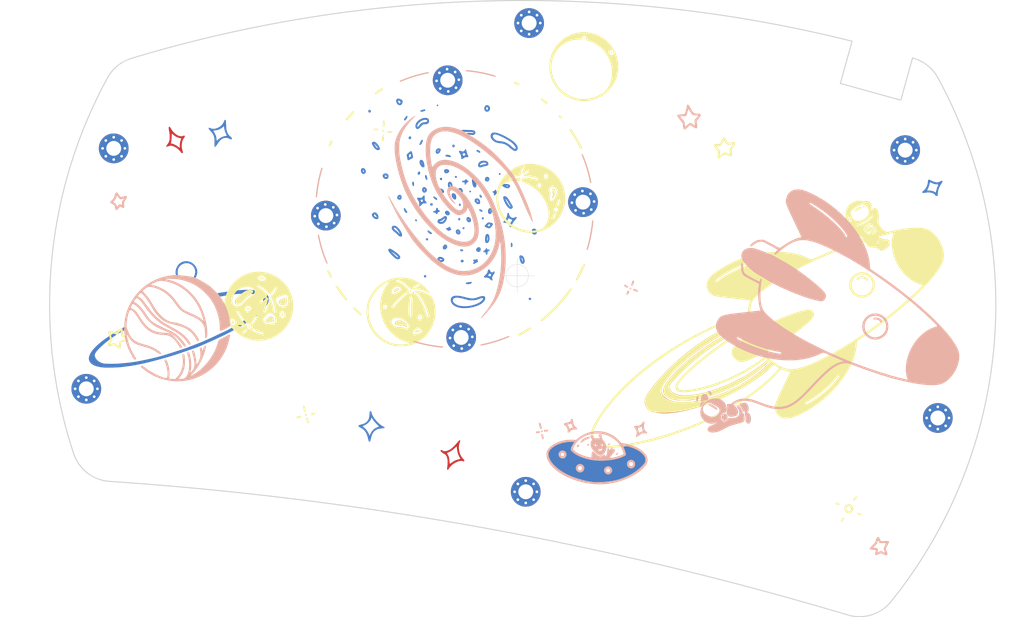
<source format=kicad_pcb>
(kicad_pcb (version 20211014) (generator pcbnew)
  (title_block (title "Wubbo") (rev "v0.1") (company "cache.works"))
  (layers (0 "F.Cu" signal) (31 "B.Cu" signal) (34 "B.Paste" user) (35 "F.Paste" user) (36 "B.SilkS" user "B.Silkscreen") (37 "F.SilkS" user "F.Silkscreen") (38 "B.Mask" user) (39 "F.Mask" user) (44 "Edge.Cuts" user))
  (net 0 "")
  (footprint "MountingHole:MountingHole_2.2mm_M2_Pad_Via" (layer "F.Cu") (at 275.726 174.103)
    (fp_text reference "REF**" hide)
    (fp_text value "MountingHole_2.2mm_M2_Pad_Via")
    (pad "1" thru_hole circle (at 1.65 0) (size 0.7 0.7) (drill 0.4) (layers *.Cu *.Mask))
    (pad "1" thru_hole circle (at 0 1.65) (size 0.7 0.7) (drill 0.4) (layers *.Cu *.Mask))
    (pad "1" thru_hole circle (at 0 0) (size 4.4 4.4) (drill 2.2) (layers *.Cu *.Mask))
    (pad "1" thru_hole circle (at -1.166726 -1.166726) (size 0.7 0.7) (drill 0.4) (layers *.Cu *.Mask))
    (pad "1" thru_hole circle (at -1.166726 1.166726) (size 0.7 0.7) (drill 0.4) (layers *.Cu *.Mask))
    (pad "1" thru_hole circle (at -1.65 0) (size 0.7 0.7) (drill 0.4) (layers *.Cu *.Mask))
    (pad "1" thru_hole circle (at 1.166726 -1.166726) (size 0.7 0.7) (drill 0.4) (layers *.Cu *.Mask))
    (pad "1" thru_hole circle (at 0 -1.65) (size 0.7 0.7) (drill 0.4) (layers *.Cu *.Mask))
    (pad "1" thru_hole circle (at 1.166726 1.166726) (size 0.7 0.7) (drill 0.4) (layers *.Cu *.Mask))
  )
  (footprint "kiboard_cache:Tenting_Puck" (layer "F.Cu") (at 204.226 143.162 3)
    (fp_text reference "REF**")
    (fp_text value "Tenting Puck")
    (pad "1" thru_hole circle (at -0.021428 -20.7 3) (size 0.7 0.7) (drill 0.4) (layers *.Cu *.Mask))
    (pad "1" thru_hole circle (at 20.678572 0 3) (size 0.7 0.7) (drill 0.4) (layers *.Cu *.Mask))
    (pad "1" thru_hole circle (at -0.021428 -17.4 3) (size 0.7 0.7) (drill 0.4) (layers *.Cu *.Mask))
    (pad "1" thru_hole circle (at -19.071428 0 3) (size 4.4 4.4) (drill 2.2) (layers *.Cu *.Mask))
    (pad "1" thru_hole circle (at -19.071428 -1.65 3) (size 0.7 0.7) (drill 0.4) (layers *.Cu *.Mask))
    (pad "1" thru_hole circle (at 17.378572 0 3) (size 0.7 0.7) (drill 0.4) (layers *.Cu *.Mask))
    (pad "1" thru_hole circle (at 1.145298 17.883274 3) (size 0.7 0.7) (drill 0.4) (layers *.Cu *.Mask))
    (pad "1" thru_hole circle (at -1.188154 -20.216726 3) (size 0.7 0.7) (drill 0.4) (layers *.Cu *.Mask))
    (pad "1" thru_hole circle (at 19.028572 -1.65 3) (size 0.7 0.7) (drill 0.4) (layers *.Cu *.Mask))
    (pad "1" thru_hole circle (at 1.628572 19.05 3) (size 0.7 0.7) (drill 0.4) (layers *.Cu *.Mask))
    (pad "1" thru_hole circle (at -1.671428 19.05 3) (size 0.7 0.7) (drill 0.4) (layers *.Cu *.Mask))
    (pad "1" thru_hole circle (at 19.028572 1.65 3) (size 0.7 0.7) (drill 0.4) (layers *.Cu *.Mask))
    (pad "1" thru_hole circle (at 1.145298 20.216726 3) (size 0.7 0.7) (drill 0.4) (layers *.Cu *.Mask))
    (pad "1" thru_hole circle (at 1.145298 -17.883274 3) (size 0.7 0.7) (drill 0.4) (layers *.Cu *.Mask))
    (pad "1" thru_hole circle (at 17.861846 -1.166726 3) (size 0.7 0.7) (drill 0.4) (layers *.Cu *.Mask))
    (pad "1" thru_hole circle (at -1.188154 20.216726 3) (size 0.7 0.7) (drill 0.4) (layers *.Cu *.Mask))
    (pad "1" thru_hole circle (at -20.721428 0 3) (size 0.7 0.7) (drill 0.4) (layers *.Cu *.Mask))
    (pad "1" thru_hole circle (at -1.188154 -17.883274 3) (size 0.7 0.7) (drill 0.4) (layers *.Cu *.Mask))
    (pad "1" thru_hole circle (at 19.028572 0 3) (size 4.4 4.4) (drill 2.2) (layers *.Cu *.Mask))
    (pad "1" thru_hole circle (at -0.021428 17.4 3) (size 0.7 0.7) (drill 0.4) (layers *.Cu *.Mask))
    (pad "1" thru_hole circle (at -20.238154 1.166726 3) (size 0.7 0.7) (drill 0.4) (layers *.Cu *.Mask))
    (pad "1" thru_hole circle (at -0.021428 19.05 3) (size 4.4 4.4) (drill 2.2) (layers *.Cu *.Mask))
    (pad "1" thru_hole circle (at 17.861846 1.166726 3) (size 0.7 0.7) (drill 0.4) (layers *.Cu *.Mask))
    (pad "1" thru_hole circle (at -17.904702 1.166726 3) (size 0.7 0.7) (drill 0.4) (layers *.Cu *.Mask))
    (pad "1" thru_hole circle (at 20.195298 -1.166726 3) (size 0.7 0.7) (drill 0.4) (layers *.Cu *.Mask))
    (pad "1" thru_hole circle (at 20.195298 1.166726 3) (size 0.7 0.7) (drill 0.4) (layers *.Cu *.Mask))
    (pad "1" thru_hole circle (at -17.904702 -1.166726 3) (size 0.7 0.7) (drill 0.4) (layers *.Cu *.Mask))
    (pad "1" thru_hole circle (at -0.021428 -19.05 3) (size 4.4 4.4) (drill 2.2) (layers *.Cu *.Mask))
    (pad "1" thru_hole circle (at -19.071428 1.65 3) (size 0.7 0.7) (drill 0.4) (layers *.Cu *.Mask))
    (pad "1" thru_hole circle (at -1.188154 17.883274 3) (size 0.7 0.7) (drill 0.4) (layers *.Cu *.Mask))
    (pad "1" thru_hole circle (at -0.021428 20.7 3) (size 0.7 0.7) (drill 0.4) (layers *.Cu *.Mask))
    (pad "1" thru_hole circle (at -1.671428 -19.05 3) (size 0.7 0.7) (drill 0.4) (layers *.Cu *.Mask))
    (pad "1" thru_hole circle (at -17.421428 0 3) (size 0.7 0.7) (drill 0.4) (layers *.Cu *.Mask))
    (pad "1" thru_hole circle (at 1.628572 -19.05 3) (size 0.7 0.7) (drill 0.4) (layers *.Cu *.Mask))
    (pad "1" thru_hole circle (at -20.238154 -1.166726 3) (size 0.7 0.7) (drill 0.4) (layers *.Cu *.Mask))
    (pad "1" thru_hole circle (at 1.145298 -20.216726 3) (size 0.7 0.7) (drill 0.4) (layers *.Cu *.Mask))
  )
  (footprint "kiboard_cache:backleft-svg2shenzen" (layer "F.Cu") (at 214.258 158.101)
    (fp_text reference "Ref**" hide)
    (fp_text value "Val**" hide)
    (fp_poly (pts (xy -52.189661 -27.074477) (xy -52.133614 -27.0223) (xy -52.075508 -26.943396) (xy -52.034427 -26.871084) (xy -51.915691 -26.664694) (xy -51.777601 -26.47126) (xy -51.623874 -26.293115) (xy -51.458229 -26.132593) (xy -51.284385 -25.992029) (xy -51.106058 -25.873756) (xy -50.926967 -25.78011) (xy -50.75083 -25.713424) (xy -50.581365 -25.676032) (xy -50.422291 -25.67027) (xy -50.277324 -25.69847) (xy -50.210885 -25.726242) (xy -50.109821 -25.765852) (xy -50.032653 -25.772909) (xy -49.981006 -25.750863) (xy -49.956503 -25.703162) (xy -49.960769 -25.633254) (xy -49.995428 -25.54459) (xy -50.062104 -25.440616) (xy -50.070937 -25.429069) (xy -50.184035 -25.257623) (xy -50.273461 -25.063393) (xy -50.3408 -24.841827) (xy -50.387637 -24.588371) (xy -50.40035 -24.483121) (xy -50.410966 -24.244734) (xy -50.395026 -24.00262) (xy -50.353949 -23.773326) (xy -50.332973 -23.696084) (xy -50.293351 -23.563872) (xy -50.264675 -23.465855) (xy -50.245781 -23.395665) (xy -50.235502 -23.346934) (xy -50.232674 -23.313292) (xy -50.236131 -23.288371) (xy -50.244707 -23.265803) (xy -50.251574 -23.25127) (xy -50.295801 -23.198485) (xy -50.354713 -23.182158) (xy -50.418359 -23.20432) (xy -50.431899 -23.214471) (xy -50.466457 -23.250094) (xy -50.514648 -23.308263) (xy -50.566214 -23.376576) (xy -50.567657 -23.378584) (xy -50.726124 -23.572501) (xy -50.911626 -23.753629) (xy -51.116778 -23.916893) (xy -51.334198 -24.057218) (xy -51.556502 -24.169532) (xy -51.776306 -24.24876) (xy -51.866157 -24.27096) (xy -52.000864 -24.290621) (xy -52.12309 -24.286858) (xy -52.248377 -24.257895) (xy -52.364442 -24.214035) (xy -52.452126 -24.181784) (xy -52.536443 -24.159256) (xy -52.598006 -24.151167) (xy -52.652977 -24.153905) (xy -52.677602 -24.167132) (xy -52.683766 -24.198367) (xy -52.683833 -24.205475) (xy -52.67806 -24.255216) (xy -52.657454 -24.305761) (xy -52.617088 -24.365306) (xy -52.552033 -24.442048) (xy -52.521229 -24.475888) (xy -52.406764 -24.621664) (xy -52.402877 -24.628753) (xy -52.022387 -24.628753) (xy -51.997749 -24.617345) (xy -51.981666 -24.616834) (xy -51.878689 -24.603889) (xy -51.750465 -24.567505) (xy -51.604261 -24.511354) (xy -51.44734 -24.439109) (xy -51.286967 -24.354444) (xy -51.130408 -24.261031) (xy -50.984928 -24.162545) (xy -50.857792 -24.062658) (xy -50.821166 -24.030075) (xy -50.70475 -23.922712) (xy -50.691774 -24.253898) (xy -50.6788 -24.465936) (xy -50.657808 -24.657303) (xy -50.632939 -24.803149) (xy -50.605877 -24.918682) (xy -50.572655 -25.041518) (xy -50.538885 -25.151436) (xy -50.525824 -25.18906) (xy -50.464568 -25.356906) (xy -50.542326 -25.377364) (xy -50.603528 -25.393087) (xy -50.687025 -25.414063) (xy -50.76825 -25.434155) (xy -51.036517 -25.51867) (xy -51.281307 -25.636116) (xy -51.509626 -25.790048) (xy -51.576698 -25.8445) (xy -51.673801 -25.92638) (xy -51.743653 -25.984438) (xy -51.791366 -26.022139) (xy -51.822057 -26.042948) (xy -51.840837 -26.050331) (xy -51.852822 -26.047751) (xy -51.863125 -26.038675) (xy -51.863184 -26.038616) (xy -51.872859 -26.007621) (xy -51.881871 -25.93521) (xy -51.89015 -25.822296) (xy -51.897627 -25.669791) (xy -51.902919 -25.52195) (xy -51.909197 -25.345062) (xy -51.916458 -25.202043) (xy -51.925835 -25.084427) (xy -51.938462 -24.983749) (xy -51.955473 -24.891545) (xy -51.978001 -24.79935) (xy -52.00718 -24.698699) (xy -52.017752 -24.664459) (xy -52.022387 -24.628753) (xy -52.402877 -24.628753) (xy -52.31567 -24.787757) (xy -52.242914 -24.98358) (xy -52.234262 -25.012668) (xy -52.217939 -25.072668) (xy -52.205814 -25.129302) (xy -52.197299 -25.190249) (xy -52.191807 -25.263186) (xy -52.188748 -25.355791) (xy -52.187535 -25.475741) (xy -52.187557 -25.62225) (xy -52.188471 -25.779189) (xy -52.190823 -25.903373) (xy -52.195388 -26.004377) (xy -52.202942 -26.091774) (xy -52.21426 -26.175139) (xy -52.230117 -26.264046) (xy -52.245827 -26.341917) (xy -52.285905 -26.555525) (xy -52.310481 -26.734931) (xy -52.319566 -26.879159) (xy -52.313171 -26.987234) (xy -52.291307 -27.05818) (xy -52.253984 -27.091021) (xy -52.237622 -27.093334) (xy -52.189661 -27.074477)) (layer "F.Cu") (width 0.01) (fill solid))
    (fp_poly (pts (xy -18.117261 1.621158) (xy -18.025966 1.628129) (xy -17.948508 1.642032) (xy -17.870699 1.664734) (xy -17.857769 1.669135) (xy -17.719768 1.729249) (xy -17.575285 1.813353) (xy -17.439209 1.911536) (xy -17.326429 2.013886) (xy -17.305575 2.036718) (xy -17.248727 2.109757) (xy -17.193216 2.194812) (xy -17.144268 2.282061) (xy -17.107107 2.361686) (xy -17.086958 2.423866) (xy -17.085476 2.450371) (xy -17.106215 2.48073) (xy -17.154483 2.490109) (xy -17.232514 2.478208) (xy -17.34254 2.444729) (xy -17.460252 2.400142) (xy -17.549374 2.364703) (xy -17.620011 2.338807) (xy -17.682135 2.320519) (xy -17.745715 2.307903) (xy -17.820723 2.299025) (xy -17.917131 2.29195) (xy -18.044908 2.284744) (xy -18.05882 2.283994) (xy -18.251743 2.271341) (xy -18.407696 2.255464) (xy -18.531997 2.235027) (xy -18.629967 2.208697) (xy -18.706926 2.175139) (xy -18.768193 2.133019) (xy -18.805525 2.096699) (xy -18.843068 2.027409) (xy -18.843407 1.949172) (xy -18.809219 1.867238) (xy -18.743185 1.786856) (xy -18.64798 1.713276) (xy -18.594333 1.68275) (xy -18.536557 1.654553) (xy -18.486821 1.636207) (xy -18.433302 1.625613) (xy -18.364179 1.620672) (xy -18.267628 1.619286) (xy -18.23658 1.61925) (xy -18.117261 1.621158)) (layer "F.Cu") (width 0.01) (fill solid))
    (fp_poly (pts (xy 33.348189 1.726119) (xy 33.37569 1.749534) (xy 33.385156 1.790392) (xy 33.383882 1.833796) (xy 33.369893 1.89796) (xy 33.34407 1.948881) (xy 33.339422 1.954163) (xy 33.308801 1.972474) (xy 33.244585 2.001896) (xy 33.153213 2.039791) (xy 33.04113 2.08352) (xy 32.914775 2.130446) (xy 32.86703 2.147615) (xy 32.292748 2.361714) (xy 31.735081 2.589316) (xy 31.182835 2.835384) (xy 30.624813 3.10488) (xy 30.120475 3.365153) (xy 29.431377 3.742507) (xy 28.742159 4.143012) (xy 28.05631 4.564057) (xy 27.377321 5.003033) (xy 26.708684 5.457332) (xy 26.053888 5.924344) (xy 25.416426 6.401461) (xy 24.799787 6.886072) (xy 24.207463 7.37557) (xy 23.642944 7.867344) (xy 23.109722 8.358785) (xy 22.611286 8.847285) (xy 22.176408 9.30275) (xy 21.930904 9.576515) (xy 21.699153 9.849692) (xy 21.483267 10.119191) (xy 21.285361 10.381923) (xy 21.107547 10.634802) (xy 20.951937 10.874739) (xy 20.820646 11.098644) (xy 20.715786 11.303431) (xy 20.639469 11.486011) (xy 20.603462 11.601672) (xy 20.564374 11.831505) (xy 20.565848 12.053376) (xy 20.606677 12.266211) (xy 20.685656 12.468939) (xy 20.801576 12.660487) (xy 20.953232 12.839784) (xy 21.139416 13.005757) (xy 21.358923 13.157334) (xy 21.610546 13.293443) (xy 21.893077 13.413012) (xy 22.205311 13.514969) (xy 22.54604 13.598241) (xy 22.914059 13.661757) (xy 22.9235 13.663069) (xy 23.078958 13.68024) (xy 23.266063 13.693981) (xy 23.474248 13.704048) (xy 23.692946 13.710198) (xy 23.911592 13.712188) (xy 24.119619 13.709775) (xy 24.30646 13.702717) (xy 24.394584 13.696907) (xy 24.743798 13.662221) (xy 25.124544 13.611227) (xy 25.529899 13.545319) (xy 25.952941 13.465895) (xy 26.386747 13.374351) (xy 26.824395 13.272081) (xy 27.258963 13.160483) (xy 27.683529 13.040953) (xy 27.760084 13.018184) (xy 28.599539 12.747602) (xy 29.429935 12.442759) (xy 30.247913 12.105401) (xy 31.050113 11.737272) (xy 31.833175 11.34012) (xy 32.59374 10.91569) (xy 33.328446 10.465727) (xy 34.033936 9.991977) (xy 34.706849 9.496187) (xy 35.029604 9.240924) (xy 35.274501 9.037264) (xy 35.537431 8.808932) (xy 35.809454 8.563885) (xy 36.081632 8.310079) (xy 36.16801 8.227631) (xy 36.30703 8.095008) (xy 36.420468 7.990281) (xy 36.512823 7.911559) (xy 36.588591 7.85695) (xy 36.652271 7.824563) (xy 36.708362 7.812506) (xy 36.761361 7.818888) (xy 36.815766 7.841818) (xy 36.876076 7.879404) (xy 36.920911 7.911041) (xy 37.009314 7.979451) (xy 37.063783 8.034747) (xy 37.088338 8.082568) (xy 37.086998 8.128548) (xy 37.083569 8.139136) (xy 37.061934 8.170216) (xy 37.013017 8.225259) (xy 36.941159 8.300082) (xy 36.850698 8.390499) (xy 36.745973 8.492326) (xy 36.631323 8.601378) (xy 36.511085 8.71347) (xy 36.3896 8.824418) (xy 36.271205 8.930037) (xy 36.192548 8.99851) (xy 35.619234 9.471812) (xy 35.00664 9.939753) (xy 34.357661 10.400638) (xy 33.675192 10.852774) (xy 32.962126 11.294467) (xy 32.221359 11.724023) (xy 31.455784 12.139748) (xy 30.668297 12.539948) (xy 29.861792 12.92293) (xy 29.039164 13.286999) (xy 28.437417 13.53691) (xy 27.722856 13.815998) (xy 27.017496 14.072443) (xy 26.323247 14.305832) (xy 25.642016 14.515748) (xy 24.975711 14.701778) (xy 24.326242 14.863506) (xy 23.695515 15.000518) (xy 23.085439 15.112399) (xy 22.497922 15.198734) (xy 21.934872 15.259109) (xy 21.398199 15.293109) (xy 20.889809 15.300318) (xy 20.41525 15.280588) (xy 20.166026 15.257663) (xy 19.918614 15.225722) (xy 19.679688 15.186141) (xy 19.455919 15.140298) (xy 19.253979 15.08957) (xy 19.08054 15.035334) (xy 18.942275 14.978967) (xy 18.933815 14.974843) (xy 18.742997 14.857279) (xy 18.572485 14.703082) (xy 18.422033 14.51197) (xy 18.291395 14.283661) (xy 18.246644 14.186511) (xy 18.186362 14.032735) (xy 18.141739 13.882473) (xy 18.113748 13.733445) (xy 18.103361 13.58337) (xy 18.111551 13.42997) (xy 18.139291 13.270964) (xy 18.187553 13.104073) (xy 18.257309 12.927016) (xy 18.349533 12.737515) (xy 18.465196 12.533289) (xy 18.605271 12.312058) (xy 18.770732 12.071544) (xy 18.962549 11.809465) (xy 19.181697 11.523543) (xy 19.429147 11.211497) (xy 19.612217 10.9855) (xy 20.116538 10.387155) (xy 20.657207 9.783273) (xy 21.2295 9.17858) (xy 21.828697 8.577802) (xy 22.450073 7.985663) (xy 23.088907 7.406891) (xy 23.740476 6.84621) (xy 23.791334 6.803677) (xy 24.526374 6.207394) (xy 25.275015 5.633616) (xy 26.032374 5.085739) (xy 26.793568 4.567162) (xy 27.553716 4.081282) (xy 28.307935 3.631498) (xy 28.532667 3.503911) (xy 28.698394 3.413103) (xy 28.892321 3.310457) (xy 29.106699 3.199803) (xy 29.333779 3.084974) (xy 29.56581 2.969801) (xy 29.795044 2.858117) (xy 30.013731 2.753752) (xy 30.214121 2.660539) (xy 30.388466 2.582309) (xy 30.452499 2.554655) (xy 31.060251 2.310776) (xy 31.648834 2.104455) (xy 32.218475 1.935625) (xy 32.769402 1.804213) (xy 33.099706 1.741834) (xy 33.215974 1.724138) (xy 33.296876 1.718277) (xy 33.348189 1.726119)) (layer "F.Cu") (width 0.01) (fill solid))
    (fp_poly (pts (xy 4.634585 -17.93178) (xy 4.68689 -17.885521) (xy 4.741756 -17.820158) (xy 4.791453 -17.745293) (xy 4.828252 -17.670527) (xy 4.836682 -17.646067) (xy 4.862981 -17.525489) (xy 4.867149 -17.407599) (xy 4.847506 -17.286339) (xy 4.802373 -17.155655) (xy 4.730071 -17.00949) (xy 4.628921 -16.841788) (xy 4.602393 -16.801042) (xy 4.529417 -16.690994) (xy 4.476188 -16.613062) (xy 4.439804 -16.563601) (xy 4.417359 -16.538966) (xy 4.40595 -16.53551) (xy 4.40267 -16.549589) (xy 4.402667 -16.550361) (xy 4.410812 -16.577884) (xy 4.432284 -16.632575) (xy 4.462634 -16.703179) (xy 4.466268 -16.71131) (xy 4.501261 -16.793849) (xy 4.525233 -16.866008) (xy 4.539055 -16.937365) (xy 4.543598 -17.017498) (xy 4.539734 -17.115984) (xy 4.528334 -17.242402) (xy 4.520888 -17.311769) (xy 4.508502 -17.432605) (xy 4.498179 -17.54949) (xy 4.490853 -17.650614) (xy 4.48746 -17.724168) (xy 4.487334 -17.735684) (xy 4.496953 -17.835639) (xy 4.524241 -17.906858) (xy 4.566837 -17.944552) (xy 4.592568 -17.949334) (xy 4.634585 -17.93178)) (layer "F.Cu") (width 0.01) (fill solid))
    (fp_poly (pts (xy -18.340962 -3.123709) (xy -18.280748 -3.095474) (xy -18.248892 -3.047761) (xy -18.245666 -3.022467) (xy -18.254965 -2.988749) (xy -18.287475 -2.960739) (xy -18.350121 -2.933996) (xy -18.415 -2.913826) (xy -18.486013 -2.889416) (xy -18.579367 -2.851853) (xy -18.679803 -2.80744) (xy -18.728654 -2.784271) (xy -18.834871 -2.733927) (xy -18.908514 -2.703143) (xy -18.954081 -2.691034) (xy -18.976066 -2.696715) (xy -18.978967 -2.719302) (xy -18.974929 -2.735792) (xy -18.917582 -2.852563) (xy -18.820433 -2.9572) (xy -18.684533 -3.048682) (xy -18.621161 -3.080616) (xy -18.518227 -3.117373) (xy -18.422474 -3.131373) (xy -18.340962 -3.123709)) (layer "F.Cu") (width 0.01) (fill solid))
    (fp_poly (pts (xy 53.212181 -10.480025) (xy 53.304951 -10.458585) (xy 53.403543 -10.417362) (xy 53.407 -10.415562) (xy 53.475903 -10.380976) (xy 53.531213 -10.35986) (xy 53.58595 -10.350309) (xy 53.653135 -10.35042) (xy 53.745789 -10.358288) (xy 53.776771 -10.361486) (xy 53.904751 -10.369276) (xy 54.003359 -10.360472) (xy 54.083097 -10.332707) (xy 54.154463 -10.283614) (xy 54.165526 -10.273875) (xy 54.246477 -10.179627) (xy 54.294184 -10.070062) (xy 54.311035 -9.938337) (xy 54.308745 -9.863548) (xy 54.28711 -9.72489) (xy 54.240443 -9.595099) (xy 54.164878 -9.467034) (xy 54.056548 -9.333557) (xy 53.976552 -9.250222) (xy 53.787861 -9.083747) (xy 53.598539 -8.958442) (xy 53.409236 -8.874633) (xy 53.220601 -8.832642) (xy 53.128334 -8.82743) (xy 53.037396 -8.831665) (xy 52.965129 -8.848505) (xy 52.888417 -8.88377) (xy 52.874492 -8.891342) (xy 52.802296 -8.934474) (xy 52.737668 -8.978719) (xy 52.705159 -9.005105) (xy 52.658924 -9.042841) (xy 52.592166 -9.090913) (xy 52.530978 -9.131412) (xy 52.449927 -9.187234) (xy 52.400296 -9.23639) (xy 52.374908 -9.289601) (xy 52.366588 -9.357593) (xy 52.366334 -9.377424) (xy 52.370721 -9.436935) (xy 52.387358 -9.466834) (xy 52.408925 -9.476602) (xy 52.439911 -9.500511) (xy 52.485072 -9.556643) (xy 52.539976 -9.639199) (xy 52.56586 -9.682026) (xy 52.627125 -9.783081) (xy 52.688099 -9.876157) (xy 52.755656 -9.970834) (xy 52.836667 -10.076692) (xy 52.938006 -10.203309) (xy 52.953652 -10.222557) (xy 53.006177 -10.293325) (xy 53.030644 -10.344183) (xy 53.031667 -10.380359) (xy 53.034976 -10.431848) (xy 53.070576 -10.466036) (xy 53.131851 -10.482302) (xy 53.212181 -10.480025)) (layer "F.Cu") (width 0.01) (fill solid))
    (fp_poly (pts (xy -37.112785 1.047493) (xy -37.006073 1.080142) (xy -36.919367 1.134676) (xy -36.874171 1.187399) (xy -36.859062 1.227539) (xy -36.842598 1.295337) (xy -36.826284 1.380577) (xy -36.811625 1.473046) (xy -36.800127 1.562527) (xy -36.793294 1.638807) (xy -36.792631 1.691671) (xy -36.797189 1.709911) (xy -36.821992 1.716315) (xy -36.879566 1.724237) (xy -36.960434 1.732517) (xy -37.025866 1.737908) (xy -37.150107 1.750402) (xy -37.289275 1.76934) (xy -37.418476 1.791218) (xy -37.451455 1.797806) (xy -37.578958 1.823084) (xy -37.673393 1.837161) (xy -37.742656 1.839514) (xy -37.794643 1.829623) (xy -37.83725 1.806966) (xy -37.878372 1.771023) (xy -37.879866 1.769533) (xy -37.926347 1.716256) (xy -37.946704 1.667992) (xy -37.941728 1.612668) (xy -37.912212 1.538213) (xy -37.89708 1.507103) (xy -37.819164 1.388622) (xy -37.711351 1.277173) (xy -37.583628 1.179707) (xy -37.44598 1.103172) (xy -37.308394 1.054521) (xy -37.228054 1.041451) (xy -37.112785 1.047493)) (layer "F.Cu") (width 0.01) (fill solid))
    (fp_poly (pts (xy -15.377641 2.998912) (xy -15.319672 3.034784) (xy -15.272863 3.081065) (xy -15.2509 3.126704) (xy -15.250583 3.131869) (xy -15.254279 3.157669) (xy -15.270886 3.176364) (xy -15.308683 3.192232) (xy -15.375946 3.209551) (xy -15.419916 3.219369) (xy -15.514374 3.241721) (xy -15.605896 3.266169) (xy -15.676202 3.2878) (xy -15.681869 3.289801) (xy -15.763786 3.316308) (xy -15.809609 3.323323) (xy -15.820905 3.310687) (xy -15.799243 3.278239) (xy -15.798905 3.277859) (xy -15.746097 3.223897) (xy -15.67915 3.162981) (xy -15.606542 3.101911) (xy -15.536753 3.047484) (xy -15.478259 3.0065) (xy -15.439541 2.985758) (xy -15.433087 2.9845) (xy -15.377641 2.998912)) (layer "F.Cu") (width 0.01) (fill solid))
    (fp_poly (pts (xy -34.975651 -1.727365) (xy -34.948686 -1.704074) (xy -34.932383 -1.680852) (xy -34.915796 -1.649349) (xy -34.904553 -1.609083) (xy -34.89769 -1.551787) (xy -34.894244 -1.469196) (xy -34.893252 -1.353045) (xy -34.89325 -1.345029) (xy -34.894005 -1.227916) (xy -34.897071 -1.143824) (xy -34.903648 -1.083456) (xy -34.914937 -1.037514) (xy -34.932139 -0.996702) (xy -34.940261 -0.981006) (xy -35.023648 -0.866527) (xy -35.131982 -0.784283) (xy -35.261355 -0.735528) (xy -35.40786 -0.721518) (xy -35.567593 -0.743509) (xy -35.626963 -0.760283) (xy -35.771654 -0.818385) (xy -35.887574 -0.893218) (xy -35.951583 -0.952408) (xy -35.993372 -1.005083) (xy -36.011712 -1.060033) (xy -36.015083 -1.11958) (xy -35.99849 -1.218471) (xy -35.946897 -1.309686) (xy -35.857584 -1.397031) (xy -35.775323 -1.455262) (xy -35.684798 -1.506899) (xy -35.572793 -1.561436) (xy -35.449824 -1.614697) (xy -35.326407 -1.662505) (xy -35.213057 -1.700684) (xy -35.12029 -1.725058) (xy -35.08055 -1.731182) (xy -35.014616 -1.734706) (xy -34.975651 -1.727365)) (layer "F.Cu") (width 0.01) (fill solid))
    (fp_poly (pts (xy 51.086431 -16.029346) (xy 51.235649 -15.972434) (xy 51.365846 -15.884704) (xy 51.472236 -15.770932) (xy 51.550034 -15.635896) (xy 51.594458 -15.484374) (xy 51.603139 -15.371498) (xy 51.595822 -15.269816) (xy 51.577738 -15.184434) (xy 51.551514 -15.12393) (xy 51.519777 -15.096883) (xy 51.518974 -15.096717) (xy 51.484473 -15.10698) (xy 51.440594 -15.140242) (xy 51.431602 -15.149376) (xy 51.363959 -15.236949) (xy 51.33089 -15.321879) (xy 51.325772 -15.393972) (xy 51.311884 -15.490029) (xy 51.268366 -15.58909) (xy 51.20288 -15.674129) (xy 51.197238 -15.679522) (xy 51.157663 -15.706106) (xy 51.088357 -15.742652) (xy 50.999224 -15.784261) (xy 50.904136 -15.824448) (xy 50.787147 -15.87226) (xy 50.704597 -15.908469) (xy 50.651139 -15.93593) (xy 50.621426 -15.957499) (xy 50.610109 -15.976031) (xy 50.6095 -15.981784) (xy 50.629077 -16.003175) (xy 50.681454 -16.022817) (xy 50.757098 -16.038615) (xy 50.846476 -16.048473) (xy 50.922975 -16.050661) (xy 51.086431 -16.029346)) (layer "F.Cu") (width 0.01) (fill solid))
    (fp_poly (pts (xy 33.423644 2.301449) (xy 33.442224 2.339728) (xy 33.45446 2.404435) (xy 33.467133 2.487083) (xy 33.259442 2.570271) (xy 32.696489 2.807479) (xy 32.11308 3.075769) (xy 31.514129 3.372331) (xy 30.904553 3.694359) (xy 30.289264 4.039044) (xy 29.673177 4.403579) (xy 29.061207 4.785155) (xy 28.458268 5.180966) (xy 27.869274 5.588202) (xy 27.46375 5.881629) (xy 26.81187 6.374688) (xy 26.156376 6.894125) (xy 25.503822 7.434199) (xy 24.860758 7.989168) (xy 24.233736 8.553292) (xy 23.629308 9.120829) (xy 23.054026 9.686039) (xy 22.653726 10.0965) (xy 22.464602 10.296113) (xy 22.304006 10.470098) (xy 22.169476 10.621664) (xy 22.058546 10.75402) (xy 21.968754 10.870375) (xy 21.897634 10.973936) (xy 21.842723 11.067914) (xy 21.801557 11.155516) (xy 21.771671 11.239952) (xy 21.769213 11.248326) (xy 21.746072 11.363318) (xy 21.746852 11.475601) (xy 21.772836 11.596975) (xy 21.821566 11.730333) (xy 21.923567 11.922689) (xy 22.060299 12.093346) (xy 22.232178 12.242562) (xy 22.439623 12.370598) (xy 22.683052 12.47771) (xy 22.962883 12.564159) (xy 23.273384 12.629172) (xy 23.393443 12.644309) (xy 23.547772 12.655964) (xy 23.728447 12.664135) (xy 23.927549 12.668819) (xy 24.137156 12.670015) (xy 24.349345 12.667719) (xy 24.556197 12.661929) (xy 24.74979 12.652643) (xy 24.922202 12.639859) (xy 25.019 12.629691) (xy 25.668651 12.534991) (xy 26.339434 12.406154) (xy 27.028583 12.243989) (xy 27.733332 12.0493) (xy 28.450914 11.822895) (xy 29.178563 11.56558) (xy 29.913512 11.278161) (xy 30.48 11.038005) (xy 31.351841 10.637305) (xy 32.188002 10.21482) (xy 32.989446 9.769971) (xy 33.757135 9.302175) (xy 34.49203 8.81085) (xy 35.195093 8.295415) (xy 35.755906 7.848251) (xy 35.912382 7.719822) (xy 36.040551 7.617739) (xy 36.143674 7.540142) (xy 36.225013 7.485173) (xy 36.28783 7.450972) (xy 36.335387 7.435681) (xy 36.370945 7.437439) (xy 36.397766 7.45439) (xy 36.412807 7.473848) (xy 36.426019 7.518011) (xy 36.413053 7.572383) (xy 36.371631 7.641493) (xy 36.299477 7.72987) (xy 36.265181 7.767664) (xy 36.166405 7.869291) (xy 36.038737 7.992661) (xy 35.886848 8.133719) (xy 35.71541 8.288409) (xy 35.529092 8.452675) (xy 35.332566 8.62246) (xy 35.130503 8.793709) (xy 34.927574 8.962365) (xy 34.72845 9.124373) (xy 34.537801 9.275675) (xy 34.450823 9.343191) (xy 33.924456 9.730376) (xy 33.360872 10.110925) (xy 32.764981 10.482344) (xy 32.141697 10.842141) (xy 31.495931 11.187824) (xy 30.832596 11.5169) (xy 30.156604 11.826875) (xy 29.472866 12.115258) (xy 28.786295 12.379555) (xy 28.101804 12.617274) (xy 27.823584 12.706266) (xy 27.314862 12.85875) (xy 26.832056 12.990412) (xy 26.365515 13.103391) (xy 25.905589 13.199828) (xy 25.442631 13.281863) (xy 24.966989 13.351635) (xy 24.839084 13.368153) (xy 24.711838 13.380876) (xy 24.553322 13.391567) (xy 24.371187 13.400146) (xy 24.173085 13.40653) (xy 23.966666 13.410638) (xy 23.759583 13.412387) (xy 23.559486 13.411696) (xy 23.374027 13.408484) (xy 23.210858 13.402668) (xy 23.077629 13.394166) (xy 23.014567 13.387657) (xy 22.631807 13.32907) (xy 22.284579 13.254767) (xy 21.973453 13.165041) (xy 21.699002 13.060187) (xy 21.461799 12.940497) (xy 21.262415 12.806267) (xy 21.101422 12.657791) (xy 20.979392 12.495361) (xy 20.896898 12.319271) (xy 20.889268 12.295908) (xy 20.851988 12.118461) (xy 20.848241 11.930976) (xy 20.878577 11.731552) (xy 20.943548 11.518288) (xy 21.043706 11.289285) (xy 21.1796 11.042642) (xy 21.313674 10.832454) (xy 21.59296 10.44057) (xy 21.910272 10.038119) (xy 22.263159 9.626934) (xy 22.64917 9.208848) (xy 23.065855 8.785696) (xy 23.510763 8.359311) (xy 23.981444 7.931527) (xy 24.475448 7.504177) (xy 24.990323 7.079096) (xy 25.52362 6.658118) (xy 26.072887 6.243075) (xy 26.635674 5.835802) (xy 27.209531 5.438133) (xy 27.792007 5.0519) (xy 28.380652 4.678939) (xy 28.973014 4.321083) (xy 29.566644 3.980165) (xy 30.159091 3.65802) (xy 30.747904 3.35648) (xy 31.330633 3.077381) (xy 31.904828 2.822555) (xy 32.159577 2.716373) (xy 32.310078 2.656058) (xy 32.469729 2.594029) (xy 32.632468 2.532461) (xy 32.792234 2.473533) (xy 32.942963 2.419419) (xy 33.078594 2.372296) (xy 33.193065 2.334342) (xy 33.280314 2.307732) (xy 33.33412 2.294668) (xy 33.390693 2.289242) (xy 33.423644 2.301449)) (layer "F.Cu") (width 0.01) (fill solid))
    (fp_poly (pts (xy -9.248879 19.31036) (xy -9.234533 19.317428) (xy -9.204321 19.361167) (xy -9.202879 19.435549) (xy -9.230223 19.540709) (xy -9.269248 19.638995) (xy -9.332471 19.805925) (xy -9.374203 19.975266) (xy -9.396854 20.159862) (xy -9.402914 20.35175) (xy -9.386457 20.647269) (xy -9.339119 20.936356) (xy -9.262972 21.213467) (xy -9.160088 21.473061) (xy -9.032537 21.709594) (xy -8.882393 21.917525) (xy -8.773889 22.0345) (xy -8.711874 22.098202) (xy -8.659187 22.158639) (xy -8.626108 22.203923) (xy -8.623786 22.208073) (xy -8.598156 22.281817) (xy -8.596325 22.350956) (xy -8.616074 22.405216) (xy -8.655186 22.434323) (xy -8.673144 22.436666) (xy -8.707831 22.428159) (xy -8.764638 22.406448) (xy -8.801203 22.390203) (xy -8.931333 22.351357) (xy -9.087075 22.343293) (xy -9.265476 22.365546) (xy -9.463588 22.417652) (xy -9.67846 22.499146) (xy -9.777118 22.543986) (xy -10.073768 22.704552) (xy -10.33747 22.887474) (xy -10.566633 23.091435) (xy -10.759667 23.315121) (xy -10.82873 23.413337) (xy -10.905522 23.525159) (xy -10.966594 23.602173) (xy -11.015513 23.647257) (xy -11.055844 23.66329) (xy -11.091153 23.653147) (xy -11.108266 23.638933) (xy -11.127147 23.593423) (xy -11.132131 23.509866) (xy -11.123267 23.390183) (xy -11.100604 23.236299) (xy -11.09771 23.219833) (xy -11.081906 23.109494) (xy -11.070872 22.979686) (xy -11.064192 22.823254) (xy -11.061448 22.633047) (xy -11.061341 22.595416) (xy -11.061684 22.442729) (xy -11.06362 22.323833) (xy -11.067803 22.230195) (xy -11.074884 22.153284) (xy -11.085516 22.084568) (xy -11.100351 22.015515) (xy -11.108077 21.98402) (xy -11.172054 21.776474) (xy -11.250171 21.604702) (xy -11.341543 21.469991) (xy -11.445287 21.373626) (xy -11.56052 21.316893) (xy -11.567955 21.314729) (xy -11.660277 21.275807) (xy -11.747181 21.217618) (xy -11.757757 21.208418) (xy -11.769649 21.198416) (xy -11.174026 21.198416) (xy -11.076464 21.357166) (xy -11.000297 21.488629) (xy -10.939464 21.61323) (xy -10.891614 21.739354) (xy -10.854398 21.875387) (xy -10.825465 22.029712) (xy -10.802465 22.210716) (xy -10.785569 22.394964) (xy -10.773497 22.53762) (xy -10.762982 22.643139) (xy -10.753147 22.716648) (xy -10.743114 22.763274) (xy -10.732005 22.788142) (xy -10.718942 22.796381) (xy -10.716809 22.7965) (xy -10.695833 22.784649) (xy -10.648549 22.752583) (xy -10.582484 22.705527) (xy -10.522266 22.661415) (xy -10.341501 22.531858) (xy -10.183551 22.428339) (xy -10.041722 22.346543) (xy -10.00125 22.325562) (xy -9.89651 22.278967) (xy -9.765684 22.229874) (xy -9.624329 22.18339) (xy -9.488002 22.144618) (xy -9.372262 22.118666) (xy -9.369003 22.118092) (xy -9.271569 22.099018) (xy -9.211786 22.078851) (xy -9.185249 22.051676) (xy -9.187549 22.011573) (xy -9.214281 21.952625) (xy -9.227615 21.928207) (xy -9.344875 21.707739) (xy -9.439272 21.506051) (xy -9.514063 21.312586) (xy -9.572504 21.116786) (xy -9.617852 20.908094) (xy -9.653365 20.675952) (xy -9.676059 20.474562) (xy -9.686807 20.375753) (xy -9.697528 20.292743) (xy -9.706961 20.234402) (xy -9.713703 20.209752) (xy -9.732607 20.218379) (xy -9.776994 20.25169) (xy -9.841561 20.305313) (xy -9.921002 20.374876) (xy -9.990258 20.437734) (xy -10.170702 20.598864) (xy -10.335214 20.733383) (xy -10.494003 20.847979) (xy -10.657276 20.949342) (xy -10.83524 21.04416) (xy -11.038102 21.139122) (xy -11.106221 21.16902) (xy -11.174026 21.198416) (xy -11.769649 21.198416) (xy -11.82767 21.149617) (xy -11.908284 21.088055) (xy -11.944523 21.062529) (xy -12.008014 21.011067) (xy -12.060183 20.954054) (xy -12.080109 20.922698) (xy -12.100758 20.87243) (xy -12.100273 20.837751) (xy -12.078237 20.79733) (xy -12.077644 20.796424) (xy -12.042498 20.753262) (xy -12.011165 20.729468) (xy -11.980476 20.734924) (xy -11.925142 20.759573) (xy -11.855398 20.798619) (xy -11.830785 20.813961) (xy -11.730462 20.872429) (xy -11.645232 20.907505) (xy -11.560595 20.92535) (xy -11.402088 20.926725) (xy -11.224001 20.894126) (xy -11.030108 20.828887) (xy -10.824186 20.732342) (xy -10.61001 20.605824) (xy -10.557847 20.57118) (xy -10.432593 20.477323) (xy -10.290688 20.35596) (xy -10.139498 20.214442) (xy -9.986391 20.060123) (xy -9.838736 19.900355) (xy -9.703899 19.742491) (xy -9.618896 19.634143) (xy -9.514316 19.500912) (xy -9.427081 19.403612) (xy -9.355134 19.34055) (xy -9.296419 19.31003) (xy -9.248879 19.31036)) (layer "F.Cu") (width 0.01) (fill solid))
    (fp_poly (pts (xy -40.163228 -2.949299) (xy -40.057639 -2.924597) (xy -40.026238 -2.90924) (xy -39.946709 -2.84534) (xy -39.888003 -2.764435) (xy -39.858644 -2.679332) (xy -39.856833 -2.654704) (xy -39.861424 -2.619428) (xy -39.878075 -2.584181) (xy -39.911103 -2.544981) (xy -39.964825 -2.497844) (xy -40.043559 -2.438786) (xy -40.151622 -2.363826) (xy -40.22725 -2.312954) (xy -40.404085 -2.19099) (xy -40.56638 -2.070106) (xy -40.722625 -1.943162) (xy -40.881308 -1.803016) (xy -41.050918 -1.64253) (xy -41.200916 -1.493954) (xy -41.358277 -1.337514) (xy -41.491969 -1.209126) (xy -41.606378 -1.105137) (xy -41.705888 -1.021893) (xy -41.794885 -0.955741) (xy -41.877752 -0.90303) (xy -41.958874 -0.860104) (xy -41.965516 -0.856938) (xy -42.053316 -0.823684) (xy -42.149589 -0.800135) (xy -42.240549 -0.788543) (xy -42.31241 -0.791155) (xy -42.333333 -0.796928) (xy -42.413722 -0.851194) (xy -42.473522 -0.934952) (xy -42.510089 -1.039351) (xy -42.520779 -1.155539) (xy -42.502947 -1.274667) (xy -42.488793 -1.317197) (xy -42.42001 -1.456149) (xy -42.318074 -1.609034) (xy -42.187885 -1.771241) (xy -42.034343 -1.938158) (xy -41.862351 -2.105173) (xy -41.676808 -2.267675) (xy -41.482615 -2.421051) (xy -41.284675 -2.56069) (xy -41.087887 -2.681981) (xy -40.97256 -2.743951) (xy -40.792457 -2.8255) (xy -40.615687 -2.88782) (xy -40.448037 -2.9299) (xy -40.295289 -2.950729) (xy -40.163228 -2.949299)) (layer "F.Cu") (width 0.01) (fill solid))
    (fp_poly (pts (xy 48.001184 -13.741353) (xy 48.006 -13.720296) (xy 48.020438 -13.685344) (xy 48.057626 -13.635541) (xy 48.09246 -13.598588) (xy 48.149481 -13.536547) (xy 48.198779 -13.471348) (xy 48.217249 -13.44072) (xy 48.24931 -13.373663) (xy 48.286181 -13.28893) (xy 48.323993 -13.196446) (xy 48.358877 -13.10613) (xy 48.386964 -13.027907) (xy 48.404386 -12.971696) (xy 48.408167 -12.951088) (xy 48.38975 -12.902351) (xy 48.340886 -12.869193) (xy 48.27116 -12.853414) (xy 48.190153 -12.856816) (xy 48.107448 -12.881199) (xy 48.087544 -12.890829) (xy 47.97873 -12.971153) (xy 47.890951 -13.081994) (xy 47.828907 -13.214816) (xy 47.797299 -13.36108) (xy 47.794229 -13.423581) (xy 47.803668 -13.545727) (xy 47.83384 -13.639415) (xy 47.8841 -13.710709) (xy 47.931009 -13.746744) (xy 47.973636 -13.757242) (xy 48.001184 -13.741353)) (layer "F.Cu") (width 0.01) (fill solid))
  )
  (footprint "MountingHole:MountingHole_2.2mm_M2_Pad_Via" (layer "F.Cu") (at 270.899999 134.476022)
    (fp_text reference "REF**" hide)
    (fp_text value "MountingHole_2.2mm_M2_Pad_Via")
    (pad "1" thru_hole circle (at 0 1.65) (size 0.7 0.7) (drill 0.4) (layers *.Cu *.Mask))
    (pad "1" thru_hole circle (at 0 0) (size 4.4 4.4) (drill 2.2) (layers *.Cu *.Mask))
    (pad "1" thru_hole circle (at -1.166726 1.166726) (size 0.7 0.7) (drill 0.4) (layers *.Cu *.Mask))
    (pad "1" thru_hole circle (at 0 -1.65) (size 0.7 0.7) (drill 0.4) (layers *.Cu *.Mask))
    (pad "1" thru_hole circle (at 1.166726 1.166726) (size 0.7 0.7) (drill 0.4) (layers *.Cu *.Mask))
    (pad "1" thru_hole circle (at 1.166726 -1.166726) (size 0.7 0.7) (drill 0.4) (layers *.Cu *.Mask))
    (pad "1" thru_hole circle (at -1.65 0) (size 0.7 0.7) (drill 0.4) (layers *.Cu *.Mask))
    (pad "1" thru_hole circle (at 1.65 0) (size 0.7 0.7) (drill 0.4) (layers *.Cu *.Mask))
    (pad "1" thru_hole circle (at -1.166726 -1.166726) (size 0.7 0.7) (drill 0.4) (layers *.Cu *.Mask))
  )
  (footprint "MountingHole:MountingHole_2.2mm_M2_Pad_Via" (layer "F.Cu") (at 149.735978 169.784999)
    (fp_text reference "REF**" hide)
    (fp_text value "MountingHole_2.2mm_M2_Pad_Via")
    (pad "1" thru_hole circle (at 0 1.65) (size 0.7 0.7) (drill 0.4) (layers *.Cu *.Mask))
    (pad "1" thru_hole circle (at -1.65 0) (size 0.7 0.7) (drill 0.4) (layers *.Cu *.Mask))
    (pad "1" thru_hole circle (at 1.166726 1.166726) (size 0.7 0.7) (drill 0.4) (layers *.Cu *.Mask))
    (pad "1" thru_hole circle (at 0 -1.65) (size 0.7 0.7) (drill 0.4) (layers *.Cu *.Mask))
    (pad "1" thru_hole circle (at 1.65 0) (size 0.7 0.7) (drill 0.4) (layers *.Cu *.Mask))
    (pad "1" thru_hole circle (at 0 0) (size 4.4 4.4) (drill 2.2) (layers *.Cu *.Mask))
    (pad "1" thru_hole circle (at 1.166726 -1.166726) (size 0.7 0.7) (drill 0.4) (layers *.Cu *.Mask))
    (pad "1" thru_hole circle (at -1.166726 1.166726) (size 0.7 0.7) (drill 0.4) (layers *.Cu *.Mask))
    (pad "1" thru_hole circle (at -1.166726 -1.166726) (size 0.7 0.7) (drill 0.4) (layers *.Cu *.Mask))
  )
  (footprint "MountingHole:MountingHole_2.2mm_M2_Pad_Via" (layer "F.Cu") (at 214.756689 185.024999)
    (fp_text reference "REF**" hide)
    (fp_text value "MountingHole_2.2mm_M2_Pad_Via")
    (pad "1" thru_hole circle (at 1.166726 -1.166726) (size 0.7 0.7) (drill 0.4) (layers *.Cu *.Mask))
    (pad "1" thru_hole circle (at -1.166726 1.166726) (size 0.7 0.7) (drill 0.4) (layers *.Cu *.Mask))
    (pad "1" thru_hole circle (at 0 -1.65) (size 0.7 0.7) (drill 0.4) (layers *.Cu *.Mask))
    (pad "1" thru_hole circle (at 1.65 0) (size 0.7 0.7) (drill 0.4) (layers *.Cu *.Mask))
    (pad "1" thru_hole circle (at -1.166726 -1.166726) (size 0.7 0.7) (drill 0.4) (layers *.Cu *.Mask))
    (pad "1" thru_hole circle (at 0 1.65) (size 0.7 0.7) (drill 0.4) (layers *.Cu *.Mask))
    (pad "1" thru_hole circle (at -1.65 0) (size 0.7 0.7) (drill 0.4) (layers *.Cu *.Mask))
    (pad "1" thru_hole circle (at 1.166726 1.166726) (size 0.7 0.7) (drill 0.4) (layers *.Cu *.Mask))
    (pad "1" thru_hole circle (at 0 0) (size 4.4 4.4) (drill 2.2) (layers *.Cu *.Mask))
  )
  (footprint "kiboard_cache:backright-copper" (layer "F.Cu") (at 213.571327 156.962163)
    (fp_text reference "Ref**" hide)
    (fp_text value "Val**" hide)
    (fp_poly (pts (xy -22.804688 -19.819816) (xy -22.716981 -19.776175) (xy -22.633656 -19.702681) (xy -22.547607 -19.587077) (xy -22.49667 -19.460554) (xy -22.482272 -19.330409) (xy -22.505839 -19.203937) (xy -22.526625 -19.155198) (xy -22.594858 -19.059672) (xy -22.682997 -18.99563) (xy -22.783437 -18.965848) (xy -22.88857 -18.973106) (xy -22.955203 -18.99868) (xy -23.063032 -19.077514) (xy -23.140195 -19.184488) (xy -23.185478 -19.317336) (xy -23.197996 -19.452167) (xy -23.196561 -19.46728) (xy -22.935395 -19.46728) (xy -22.929148 -19.387137) (xy -22.898481 -19.29682) (xy -22.889392 -19.278274) (xy -22.85146 -19.231967) (xy -22.810118 -19.220184) (xy -22.775603 -19.243256) (xy -22.762378 -19.274168) (xy -22.760408 -19.348692) (xy -22.781833 -19.43259) (xy -22.820268 -19.505145) (xy -22.840563 -19.527815) (xy -22.873829 -19.554667) (xy -22.894375 -19.552198) (xy -22.91601 -19.52597) (xy -22.935395 -19.46728) (xy -23.196561 -19.46728) (xy -23.184501 -19.594221) (xy -23.144856 -19.703725) (xy -23.079428 -19.780208) (xy -22.988585 -19.823193) (xy -22.902334 -19.833167) (xy -22.804688 -19.819816)) (layer "B.Cu") (width 0.01) (fill solid))
    (fp_poly (pts (xy 1.893089 -0.624745) (xy 1.932423 -0.58883) (xy 1.947565 -0.566209) (xy 1.98215 -0.493981) (xy 1.983435 -0.436914) (xy 1.950835 -0.383301) (xy 1.937712 -0.369455) (xy 1.869563 -0.327178) (xy 1.790592 -0.316133) (xy 1.715495 -0.336487) (xy 1.675856 -0.36649) (xy 1.63608 -0.433109) (xy 1.628547 -0.504391) (xy 1.649994 -0.569444) (xy 1.697157 -0.617379) (xy 1.756833 -0.636706) (xy 1.838836 -0.639123) (xy 1.893089 -0.624745)) (layer "B.Cu") (width 0.01) (fill solid))
    (fp_poly (pts (xy -2.584854 -19.081062) (xy -2.572951 -19.066457) (xy -2.542759 -18.993612) (xy -2.554648 -18.920242) (xy -2.58387 -18.872938) (xy -2.63854 -18.828255) (xy -2.696957 -18.820314) (xy -2.749147 -18.849606) (xy -2.76105 -18.86421) (xy -2.791242 -18.937056) (xy -2.779353 -19.010426) (xy -2.750131 -19.057729) (xy -2.695461 -19.102413) (xy -2.637044 -19.110354) (xy -2.584854 -19.081062)) (layer "B.Cu") (width 0.01) (fill solid))
    (fp_poly (pts (xy -8.75113 -10.749061) (xy -8.679045 -10.708298) (xy -8.609951 -10.63854) (xy -8.560005 -10.571339) (xy -8.495347 -10.4519) (xy -8.467923 -10.337799) (xy -8.478235 -10.233358) (xy -8.512407 -10.161947) (xy -8.5969 -10.06805) (xy -8.693606 -10.014591) (xy -8.802244 -10.001688) (xy -8.864409 -10.011298) (xy -8.967482 -10.057501) (xy -9.055892 -10.143222) (xy -9.12353 -10.25525) (xy -9.158467 -10.366339) (xy -9.159652 -10.42897) (xy -8.905776 -10.42897) (xy -8.905652 -10.399547) (xy -8.88077 -10.360131) (xy -8.867298 -10.342772) (xy -8.82353 -10.29958) (xy -8.788648 -10.286455) (xy -8.769915 -10.303447) (xy -8.772246 -10.342122) (xy -8.794969 -10.402643) (xy -8.820793 -10.450221) (xy -8.846755 -10.485224) (xy -8.864618 -10.487039) (xy -8.883336 -10.465137) (xy -8.905776 -10.42897) (xy -9.159652 -10.42897) (xy -9.160543 -10.476039) (xy -9.133602 -10.57751) (xy -9.081487 -10.663912) (xy -9.008042 -10.728402) (xy -8.917109 -10.764142) (xy -8.835685 -10.767574) (xy -8.75113 -10.749061)) (layer "B.Cu") (width 0.01) (fill solid))
    (fp_poly (pts (xy 33.645927 14.934252) (xy 33.776771 14.97013) (xy 33.880619 15.033786) (xy 33.90308 15.055266) (xy 33.985516 15.167312) (xy 34.053289 15.309238) (xy 34.104007 15.470408) (xy 34.135275 15.640184) (xy 34.144701 15.80793) (xy 34.129891 15.96301) (xy 34.11847 16.012583) (xy 34.074108 16.118951) (xy 34.008855 16.203793) (xy 33.929572 16.263084) (xy 33.84312 16.292798) (xy 33.75636 16.288912) (xy 33.694693 16.26118) (xy 33.633667 16.219722) (xy 33.584988 16.185703) (xy 33.5381 16.160695) (xy 33.498509 16.165069) (xy 33.486648 16.170807) (xy 33.449623 16.185354) (xy 33.422436 16.177445) (xy 33.397862 16.140967) (xy 33.369308 16.071482) (xy 33.270111 15.848896) (xy 33.140232 15.631443) (xy 32.975024 15.411512) (xy 32.942853 15.37305) (xy 32.877029 15.289284) (xy 32.839862 15.222327) (xy 32.833551 15.167827) (xy 32.860298 15.121436) (xy 32.922301 15.078803) (xy 33.02176 15.035579) (xy 33.13329 14.996484) (xy 33.319999 14.947109) (xy 33.492274 14.926472) (xy 33.645927 14.934252)) (layer "B.Cu") (width 0.01) (fill solid))
    (fp_poly (pts (xy -15.870249 -24.503654) (xy -15.831039 -24.470295) (xy -15.783152 -24.397547) (xy -15.76859 -24.31712) (xy -15.783779 -24.23853) (xy -15.825148 -24.171288) (xy -15.889127 -24.124908) (xy -15.966741 -24.108834) (xy -16.029317 -24.119383) (xy -16.080802 -24.157572) (xy -16.095369 -24.173958) (xy -16.143164 -24.256471) (xy -16.14875 -24.339163) (xy -16.11222 -24.420514) (xy -16.0782 -24.4602) (xy -16.005449 -24.515918) (xy -15.93743 -24.53035) (xy -15.870249 -24.503654)) (layer "B.Cu") (width 0.01) (fill solid))
    (fp_poly (pts (xy -13.826923 -15.756526) (xy -13.794055 -15.7164) (xy -13.774191 -15.64548) (xy -13.766458 -15.540461) (xy -13.769982 -15.398036) (xy -13.770981 -15.380585) (xy -13.776548 -15.272884) (xy -13.777425 -15.196442) (xy -13.772648 -15.140346) (xy -13.761254 -15.093687) (xy -13.742279 -15.045552) (xy -13.741174 -15.043045) (xy -13.696567 -14.966439) (xy -13.647667 -14.924807) (xy -13.643915 -14.92326) (xy -13.564472 -14.875636) (xy -13.516485 -14.808565) (xy -13.504658 -14.747875) (xy -13.509541 -14.69214) (xy -13.520844 -14.654139) (xy -13.520964 -14.65395) (xy -13.568251 -14.616269) (xy -13.642292 -14.59973) (xy -13.731916 -14.606663) (xy -13.739605 -14.608343) (xy -13.864125 -14.622176) (xy -13.979059 -14.607229) (xy -14.072431 -14.565085) (xy -14.073617 -14.564246) (xy -14.1193 -14.523969) (xy -14.177281 -14.462334) (xy -14.235267 -14.39244) (xy -14.237076 -14.390095) (xy -14.325112 -14.288233) (xy -14.405496 -14.220124) (xy -14.475688 -14.187143) (xy -14.533147 -14.190664) (xy -14.562996 -14.213813) (xy -14.578019 -14.250774) (xy -14.57888 -14.313831) (xy -14.572921 -14.367272) (xy -14.559161 -14.547584) (xy -14.573538 -14.70575) (xy -14.618642 -14.853378) (xy -14.69706 -15.002076) (xy -14.723559 -15.042841) (xy -14.761407 -15.100368) (xy -14.388568 -15.100368) (xy -14.378567 -15.047177) (xy -14.364574 -14.997239) (xy -14.322297 -14.901724) (xy -14.267956 -14.835393) (xy -14.207046 -14.801036) (xy -14.145058 -14.801446) (xy -14.087487 -14.839415) (xy -14.07737 -14.851272) (xy -14.042228 -14.927592) (xy -14.034947 -15.024495) (xy -14.056383 -15.129963) (xy -14.057307 -15.132641) (xy -14.077664 -15.178114) (xy -14.103091 -15.191639) (xy -14.136682 -15.185748) (xy -14.194018 -15.172404) (xy -14.265996 -15.158489) (xy -14.282412 -15.15569) (xy -14.341107 -15.143469) (xy -14.380439 -15.130612) (xy -14.386738 -15.126652) (xy -14.388568 -15.100368) (xy -14.761407 -15.100368) (xy -14.790802 -15.145045) (xy -14.836378 -15.220706) (xy -14.863981 -15.277178) (xy -14.877306 -15.321813) (xy -14.880167 -15.354621) (xy -14.862749 -15.409336) (xy -14.810694 -15.44001) (xy -14.724297 -15.446511) (xy -14.681289 -15.442458) (xy -14.547761 -15.425993) (xy -14.448081 -15.416377) (xy -14.374299 -15.413751) (xy -14.318466 -15.418253) (xy -14.272631 -15.430023) (xy -14.228845 -15.449202) (xy -14.226393 -15.450446) (xy -14.151565 -15.503163) (xy -14.082158 -15.576662) (xy -14.069388 -15.594139) (xy -14.00866 -15.678045) (xy -13.96172 -15.73108) (xy -13.921742 -15.759346) (xy -13.8819 -15.768949) (xy -13.87367 -15.769167) (xy -13.826923 -15.756526)) (layer "B.Cu") (width 0.01) (fill solid))
    (fp_poly (pts (xy -4.177409 -4.791398) (xy -4.134449 -4.725939) (xy -4.125243 -4.699814) (xy -4.080604 -4.602431) (xy -4.012152 -4.513624) (xy -3.929199 -4.441727) (xy -3.841059 -4.395077) (xy -3.769634 -4.3815) (xy -3.731942 -4.394772) (xy -3.677069 -4.429158) (xy -3.630084 -4.466167) (xy -3.574092 -4.511137) (xy -3.528149 -4.541841) (xy -3.50603 -4.550834) (xy -3.461685 -4.531883) (xy -3.435182 -4.478747) (xy -3.429 -4.420978) (xy -3.43372 -4.354156) (xy -3.450696 -4.290064) (xy -3.484154 -4.218812) (xy -3.538319 -4.130512) (xy -3.57855 -4.070977) (xy -3.661958 -3.940942) (xy -3.729902 -3.816766) (xy -3.778937 -3.705815) (xy -3.805617 -3.615456) (xy -3.809513 -3.577167) (xy -3.797062 -3.509377) (xy -3.767744 -3.450265) (xy -3.767667 -3.450167) (xy -3.73216 -3.377455) (xy -3.731692 -3.303217) (xy -3.766261 -3.239927) (xy -3.767667 -3.2385) (xy -3.804728 -3.209016) (xy -3.842721 -3.199211) (xy -3.887305 -3.211614) (xy -3.944139 -3.248751) (xy -4.018881 -3.313153) (xy -4.09331 -3.383996) (xy -4.17092 -3.457881) (xy -4.241724 -3.522256) (xy -4.298153 -3.570439) (xy -4.332638 -3.595744) (xy -4.333765 -3.596348) (xy -4.372207 -3.60649) (xy -4.443331 -3.616686) (xy -4.537501 -3.625842) (xy -4.645083 -3.63286) (xy -4.661848 -3.633664) (xy -4.769399 -3.63983) (xy -4.863811 -3.647586) (xy -4.935877 -3.656012) (xy -4.976391 -3.664185) (xy -4.979459 -3.665473) (xy -5.009389 -3.688968) (xy -5.017147 -3.720551) (xy -5.000575 -3.763937) (xy -4.957519 -3.822841) (xy -4.88582 -3.900977) (xy -4.858992 -3.927447) (xy -4.391783 -3.927447) (xy -4.391468 -3.918746) (xy -4.362375 -3.901937) (xy -4.30621 -3.877286) (xy -4.235784 -3.84959) (xy -4.163906 -3.823648) (xy -4.103386 -3.804258) (xy -4.067032 -3.796219) (xy -4.064523 -3.79628) (xy -4.041828 -3.816289) (xy -4.01064 -3.865891) (xy -3.977167 -3.934983) (xy -3.972461 -3.946095) (xy -3.911626 -4.092394) (xy -3.961355 -4.13012) (xy -4.035477 -4.177912) (xy -4.109066 -4.211349) (xy -4.1708 -4.226242) (xy -4.206203 -4.220759) (xy -4.231949 -4.194355) (xy -4.268202 -4.145208) (xy -4.308639 -4.083632) (xy -4.346932 -4.019937) (xy -4.376755 -3.964438) (xy -4.391783 -3.927447) (xy -4.858992 -3.927447) (xy -4.78496 -4.000488) (xy -4.656068 -4.131011) (xy -4.56053 -4.24427) (xy -4.495422 -4.344813) (xy -4.457819 -4.43719) (xy -4.444795 -4.525952) (xy -4.444742 -4.529667) (xy -4.435183 -4.596372) (xy -4.412151 -4.672327) (xy -4.403247 -4.693687) (xy -4.352948 -4.771733) (xy -4.293789 -4.814138) (xy -4.232899 -4.820746) (xy -4.177409 -4.791398)) (layer "B.Cu") (width 0.01) (fill solid))
    (fp_poly (pts (xy -5.948107 -15.337622) (xy -5.855683 -15.309946) (xy -5.846449 -15.305439) (xy -5.729231 -15.222523) (xy -5.642586 -15.111558) (xy -5.58863 -14.975837) (xy -5.572349 -14.878834) (xy -5.569523 -14.738062) (xy -5.590435 -14.63138) (xy -5.636096 -14.557164) (xy -5.707515 -14.513788) (xy -5.805703 -14.499628) (xy -5.80805 -14.499632) (xy -5.895233 -14.508739) (xy -5.981625 -14.531116) (xy -6.004779 -14.540365) (xy -6.096268 -14.594407) (xy -6.18872 -14.669768) (xy -6.26946 -14.754498) (xy -6.325813 -14.83665) (xy -6.331564 -14.848417) (xy -6.364697 -14.960077) (xy -6.365884 -15.018084) (xy -6.096 -15.018084) (xy -6.079994 -14.977693) (xy -6.038584 -14.923324) (xy -5.981683 -14.864337) (xy -5.919207 -14.810096) (xy -5.861069 -14.769962) (xy -5.817182 -14.753296) (xy -5.815542 -14.753246) (xy -5.802292 -14.770677) (xy -5.800132 -14.790209) (xy -5.81394 -14.852866) (xy -5.847647 -14.927286) (xy -5.891589 -14.995641) (xy -5.935323 -15.0396) (xy -5.988573 -15.060646) (xy -6.042476 -15.061879) (xy -6.082868 -15.045197) (xy -6.096 -15.018084) (xy -6.365884 -15.018084) (xy -6.367006 -15.072872) (xy -6.340569 -15.176921) (xy -6.287467 -15.26234) (xy -6.235278 -15.30592) (xy -6.154788 -15.335629) (xy -6.053436 -15.34619) (xy -5.948107 -15.337622)) (layer "B.Cu") (width 0.01) (fill solid))
    (fp_poly (pts (xy -5.860893 -22.488197) (xy -5.766633 -22.446627) (xy -5.678906 -22.391273) (xy -5.606837 -22.32775) (xy -5.559554 -22.261672) (xy -5.545667 -22.208091) (xy -5.558148 -22.140712) (xy -5.59597 -22.105554) (xy -5.659701 -22.102587) (xy -5.749909 -22.13178) (xy -5.86361 -22.191008) (xy -5.978082 -22.263152) (xy -6.055889 -22.324418) (xy -6.100276 -22.378038) (xy -6.11449 -22.427243) (xy -6.113619 -22.439887) (xy -6.095187 -22.479461) (xy -6.047202 -22.503632) (xy -6.0325 -22.507534) (xy -5.952557 -22.510371) (xy -5.860893 -22.488197)) (layer "B.Cu") (width 0.01) (fill solid))
    (fp_poly (pts (xy -7.627596 -18.170258) (xy -7.574687 -18.133778) (xy -7.540032 -18.081343) (xy -7.491463 -18.014365) (xy -7.443101 -17.98893) (xy -7.364016 -17.953411) (xy -7.316847 -17.902825) (xy -7.301689 -17.845804) (xy -7.318639 -17.790974) (xy -7.367792 -17.746966) (xy -7.440153 -17.723663) (xy -7.51356 -17.707442) (xy -7.556051 -17.680878) (xy -7.579039 -17.634278) (xy -7.58708 -17.598877) (xy -7.610143 -17.536009) (xy -7.651129 -17.471281) (xy -7.700411 -17.416352) (xy -7.748358 -17.382885) (xy -7.769615 -17.377834) (xy -7.810617 -17.394831) (xy -7.830922 -17.418776) (xy -7.843391 -17.462742) (xy -7.851327 -17.530449) (xy -7.852834 -17.575261) (xy -7.856148 -17.647211) (xy -7.871942 -17.689486) (xy -7.908994 -17.709879) (xy -7.97608 -17.71618) (xy -8.011937 -17.7165) (xy -8.109823 -17.722812) (xy -8.172321 -17.743788) (xy -8.204757 -17.782487) (xy -8.212667 -17.83185) (xy -8.205259 -17.888241) (xy -8.175083 -17.923548) (xy -8.148029 -17.939339) (xy -8.087757 -17.961386) (xy -8.009502 -17.978767) (xy -7.973404 -17.983574) (xy -7.879999 -17.993792) (xy -7.820246 -18.004681) (xy -7.785571 -18.01993) (xy -7.7674 -18.043231) (xy -7.75755 -18.07649) (xy -7.728123 -18.141411) (xy -7.681773 -18.172734) (xy -7.627596 -18.170258)) (layer "B.Cu") (width 0.01) (fill solid))
    (fp_poly (pts (xy 2.493726 -10.865235) (xy 2.549307 -10.849306) (xy 2.603221 -10.814728) (xy 2.61741 -10.803523) (xy 2.717372 -10.700982) (xy 2.787016 -10.583239) (xy 2.825453 -10.457458) (xy 2.831796 -10.330802) (xy 2.805157 -10.210436) (xy 2.74465 -10.103525) (xy 2.708979 -10.064411) (xy 2.627528 -10.013826) (xy 2.525978 -9.99188) (xy 2.416088 -9.999339) (xy 2.30962 -10.036968) (xy 2.307166 -10.038269) (xy 2.212162 -10.110497) (xy 2.14119 -10.207476) (xy 2.095073 -10.320898) (xy 2.074635 -10.442454) (xy 2.074948 -10.448731) (xy 2.338101 -10.448731) (xy 2.36525 -10.372792) (xy 2.423382 -10.291099) (xy 2.469787 -10.241807) (xy 2.501566 -10.226609) (xy 2.526536 -10.243707) (xy 2.539255 -10.264442) (xy 2.557251 -10.325967) (xy 2.560371 -10.402023) (xy 2.549548 -10.474158) (xy 2.526136 -10.523459) (xy 2.474979 -10.556074) (xy 2.416601 -10.561063) (xy 2.366826 -10.53927) (xy 2.347786 -10.513942) (xy 2.338101 -10.448731) (xy 2.074948 -10.448731) (xy 2.080697 -10.563835) (xy 2.114084 -10.676733) (xy 2.175618 -10.772839) (xy 2.229608 -10.821311) (xy 2.289677 -10.853202) (xy 2.363081 -10.867285) (xy 2.416326 -10.869084) (xy 2.493726 -10.865235)) (layer "B.Cu") (width 0.01) (fill solid))
    (fp_poly (pts (xy -4.037115 -13.885264) (xy -3.974696 -13.822882) (xy -3.918347 -13.719557) (xy -3.882685 -13.622617) (xy -3.844933 -13.481223) (xy -3.832561 -13.367067) (xy -3.84682 -13.272606) (xy -3.888958 -13.190296) (xy -3.960226 -13.112593) (xy -3.968406 -13.105309) (xy -4.055218 -13.052032) (xy -4.145542 -13.037812) (xy -4.232425 -13.063136) (xy -4.264889 -13.084628) (xy -4.336403 -13.166312) (xy -4.381812 -13.272323) (xy -4.395245 -13.356323) (xy -4.162427 -13.356323) (xy -4.152155 -13.335238) (xy -4.150038 -13.335) (xy -4.124968 -13.351491) (xy -4.092231 -13.392288) (xy -4.084882 -13.403792) (xy -4.049885 -13.469544) (xy -4.022478 -13.536193) (xy -4.006857 -13.591584) (xy -4.007216 -13.623566) (xy -4.008463 -13.625185) (xy -4.032861 -13.623944) (xy -4.068071 -13.595103) (xy -4.104013 -13.547882) (xy -4.115764 -13.527042) (xy -4.142123 -13.46404) (xy -4.15838 -13.403195) (xy -4.162427 -13.356323) (xy -4.395245 -13.356323) (xy -4.401232 -13.393753) (xy -4.394781 -13.521697) (xy -4.362577 -13.647248) (xy -4.304737 -13.761499) (xy -4.255151 -13.823704) (xy -4.177906 -13.885979) (xy -4.105039 -13.906398) (xy -4.037115 -13.885264)) (layer "B.Cu") (width 0.01) (fill solid))
    (fp_poly (pts (xy -9.97489 -17.802144) (xy -9.893704 -17.755341) (xy -9.817631 -17.680412) (xy -9.750901 -17.578866) (xy -9.697744 -17.452208) (xy -9.667664 -17.332908) (xy -9.656325 -17.258903) (xy -9.657241 -17.210443) (xy -9.671555 -17.172223) (xy -9.68079 -17.157131) (xy -9.727893 -17.114677) (xy -9.783373 -17.10759) (xy -9.839051 -17.132278) (xy -9.886751 -17.185145) (xy -9.918018 -17.261417) (xy -9.941895 -17.335986) (xy -9.974215 -17.405126) (xy -10.008714 -17.457787) (xy -10.039126 -17.482917) (xy -10.044014 -17.483667) (xy -10.069498 -17.466401) (xy -10.078551 -17.421438) (xy -10.073502 -17.359029) (xy -10.05668 -17.289427) (xy -10.030414 -17.222884) (xy -9.997033 -17.169652) (xy -9.966741 -17.143524) (xy -9.932012 -17.114552) (xy -9.934732 -17.090971) (xy -9.972794 -17.0815) (xy -10.018498 -17.069024) (xy -10.074593 -17.03809) (xy -10.087799 -17.028584) (xy -10.159425 -16.98551) (xy -10.215194 -16.98002) (xy -10.25934 -17.012435) (xy -10.278463 -17.043123) (xy -10.300986 -17.111209) (xy -10.316886 -17.207391) (xy -10.325337 -17.317834) (xy -10.32551 -17.428697) (xy -10.316578 -17.526145) (xy -10.309466 -17.561544) (xy -10.266165 -17.677969) (xy -10.206827 -17.758735) (xy -10.135682 -17.805348) (xy -10.05696 -17.819316) (xy -9.97489 -17.802144)) (layer "B.Cu") (width 0.01) (fill solid))
    (fp_poly (pts (xy -8.534776 -14.572551) (xy -8.512907 -14.561188) (xy -8.453885 -14.505804) (xy -8.428265 -14.427264) (xy -8.436331 -14.335718) (xy -8.452588 -14.284368) (xy -8.477316 -14.260097) (xy -8.525527 -14.250802) (xy -8.54344 -14.249369) (xy -8.622847 -14.254275) (xy -8.665117 -14.277307) (xy -8.705699 -14.344717) (xy -8.713255 -14.422465) (xy -8.689786 -14.497116) (xy -8.637295 -14.555235) (xy -8.622357 -14.564305) (xy -8.576617 -14.581549) (xy -8.534776 -14.572551)) (layer "B.Cu") (width 0.01) (fill solid))
    (fp_poly (pts (xy -16.728239 -13.902738) (xy -16.696633 -13.894302) (xy -16.668693 -13.872087) (xy -16.638234 -13.828525) (xy -16.599072 -13.756046) (xy -16.584084 -13.726294) (xy -16.536521 -13.636957) (xy -16.485824 -13.551186) (xy -16.441251 -13.484438) (xy -16.431956 -13.472294) (xy -16.372561 -13.385412) (xy -16.348757 -13.315781) (xy -16.359654 -13.259175) (xy -16.381166 -13.231001) (xy -16.434363 -13.193351) (xy -16.488624 -13.190141) (xy -16.549145 -13.222793) (xy -16.621123 -13.29273) (xy -16.625758 -13.297959) (xy -16.712652 -13.41173) (xy -16.78214 -13.532706) (xy -16.829108 -13.650198) (xy -16.848446 -13.753517) (xy -16.848667 -13.76406) (xy -16.838999 -13.844262) (xy -16.80796 -13.889813) (xy -16.752499 -13.904226) (xy -16.728239 -13.902738)) (layer "B.Cu") (width 0.01) (fill solid))
    (fp_poly (pts (xy -5.542117 -13.732095) (xy -5.466332 -13.711449) (xy -5.387909 -13.673582) (xy -5.313661 -13.619267) (xy -5.275611 -13.581003) (xy -5.224505 -13.510944) (xy -5.209612 -13.455113) (xy -5.229978 -13.407466) (xy -5.245709 -13.391198) (xy -5.306082 -13.360326) (xy -5.380403 -13.366234) (xy -5.471443 -13.409219) (xy -5.483315 -13.416685) (xy -5.59203 -13.49895) (xy -5.660969 -13.579924) (xy -5.682566 -13.627058) (xy -5.685487 -13.683003) (xy -5.65851 -13.718644) (xy -5.608448 -13.734751) (xy -5.542117 -13.732095)) (layer "B.Cu") (width 0.01) (fill solid))
    (fp_poly (pts (xy 8.223252 20.665466) (xy 8.282723 20.674948) (xy 8.318779 20.690529) (xy 8.336117 20.712878) (xy 8.339666 20.73554) (xy 8.328622 20.766732) (xy 8.298948 20.823433) (xy 8.255832 20.896155) (xy 8.227211 20.941171) (xy 8.098843 21.147664) (xy 8.000352 21.328338) (xy 7.930719 21.486319) (xy 7.888925 21.624727) (xy 7.873952 21.746689) (xy 7.884781 21.855326) (xy 7.906726 21.924054) (xy 7.958878 22.01097) (xy 8.04596 22.109976) (xy 8.163447 22.217814) (xy 8.306813 22.331228) (xy 8.471535 22.446963) (xy 8.653087 22.561762) (xy 8.846945 22.672369) (xy 9.048584 22.775527) (xy 9.165166 22.829702) (xy 9.620006 23.011743) (xy 10.100495 23.163612) (xy 10.602078 23.284799) (xy 11.120199 23.374792) (xy 11.650301 23.43308) (xy 12.18783 23.459152) (xy 12.72823 23.452497) (xy 13.266944 23.412604) (xy 13.761653 23.345357) (xy 13.912603 23.318389) (xy 14.082353 23.28508) (xy 14.262546 23.247338) (xy 14.444826 23.207065) (xy 14.620835 23.166166) (xy 14.782216 23.126547) (xy 14.920612 23.090112) (xy 15.027666 23.058765) (xy 15.047469 23.05231) (xy 15.265066 22.97027) (xy 15.474409 22.874059) (xy 15.661261 22.770462) (xy 15.724979 22.729511) (xy 15.801692 22.674253) (xy 15.861476 22.62033) (xy 15.904292 22.563358) (xy 15.930097 22.498955) (xy 15.938849 22.422736) (xy 15.930509 22.330318) (xy 15.905034 22.217317) (xy 15.862383 22.079351) (xy 15.802514 21.912035) (xy 15.725387 21.710986) (xy 15.715124 21.684777) (xy 15.658671 21.537871) (xy 15.618449 21.425049) (xy 15.593469 21.341726) (xy 15.582739 21.283315) (xy 15.58527 21.245229) (xy 15.600072 21.22288) (xy 15.6138 21.215355) (xy 15.653019 21.212427) (xy 15.726213 21.218077) (xy 15.826163 21.231132) (xy 15.945649 21.250422) (xy 16.077451 21.274773) (xy 16.214349 21.303016) (xy 16.349123 21.333977) (xy 16.357822 21.336101) (xy 16.687874 21.42866) (xy 17.008073 21.541164) (xy 17.315041 21.671364) (xy 17.605401 21.817009) (xy 17.875775 21.975848) (xy 18.122785 22.145631) (xy 18.343054 22.324109) (xy 18.533204 22.50903) (xy 18.689858 22.698145) (xy 18.809637 22.889202) (xy 18.862893 23.00508) (xy 18.885665 23.071705) (xy 18.900126 23.140487) (xy 18.908011 23.224076) (xy 18.911054 23.335124) (xy 18.911213 23.357416) (xy 18.911264 23.46006) (xy 18.908391 23.532809) (xy 18.899943 23.5881) (xy 18.883269 23.63837) (xy 18.855719 23.696058) (xy 18.82775 23.749) (xy 18.751093 23.869122) (xy 18.638469 24.009369) (xy 18.489702 24.169924) (xy 18.304618 24.350969) (xy 18.083041 24.552688) (xy 17.928166 24.687438) (xy 17.757368 24.832845) (xy 17.607094 24.957858) (xy 17.471303 25.066409) (xy 17.343949 25.162428) (xy 17.218992 25.249844) (xy 17.090387 25.332588) (xy 16.952093 25.414591) (xy 16.798065 25.499783) (xy 16.622261 25.592094) (xy 16.418638 25.695454) (xy 16.245416 25.781901) (xy 15.992601 25.902326) (xy 15.741749 26.010673) (xy 15.488727 26.107894) (xy 15.229398 26.194941) (xy 14.959626 26.272767) (xy 14.675276 26.342324) (xy 14.372211 26.404565) (xy 14.046297 26.460442) (xy 13.693398 26.510908) (xy 13.309377 26.556914) (xy 12.890099 26.599414) (xy 12.573 26.627622) (xy 12.283075 26.649245) (xy 12.025346 26.661809) (xy 11.790657 26.665317) (xy 11.56985 26.65977) (xy 11.35377 26.645171) (xy 11.1862 26.627921) (xy 10.83269 26.5814) (xy 10.48753 26.524847) (xy 10.143583 26.456556) (xy 9.793712 26.374816) (xy 9.43078 26.277921) (xy 9.047651 26.164162) (xy 8.637186 26.031831) (xy 8.49346 25.983436) (xy 8.269448 25.906571) (xy 8.078423 25.839171) (xy 7.912922 25.778211) (xy 7.765484 25.720669) (xy 7.628645 25.663519) (xy 7.494944 25.603737) (xy 7.356919 25.538299) (xy 7.207106 25.464181) (xy 7.186083 25.453602) (xy 6.747851 25.215863) (xy 6.341468 24.960753) (xy 5.968581 24.689637) (xy 5.807338 24.553209) (xy 8.600319 24.553209) (xy 8.605907 24.678578) (xy 8.648916 24.804051) (xy 8.724957 24.923067) (xy 8.829647 25.029065) (xy 8.958598 25.115483) (xy 8.98525 25.129037) (xy 9.062618 25.163218) (xy 9.127027 25.180579) (xy 9.199146 25.185194) (xy 9.260416 25.183266) (xy 9.359055 25.172663) (xy 9.446494 25.153023) (xy 9.487826 25.137475) (xy 9.594744 25.06707) (xy 9.693741 24.968433) (xy 9.763436 24.866919) (xy 12.785131 24.866919) (xy 12.799483 24.992886) (xy 12.84427 25.108929) (xy 12.923642 25.224295) (xy 12.968002 25.274465) (xy 13.052741 25.356731) (xy 13.133823 25.413133) (xy 13.226124 25.45163) (xy 13.34452 25.480178) (xy 13.357011 25.48254) (xy 13.382041 25.478737) (xy 13.435343 25.466705) (xy 13.491052 25.45273) (xy 13.641699 25.393407) (xy 13.771635 25.301984) (xy 13.87462 25.184096) (xy 13.944418 25.045375) (xy 13.945476 25.042299) (xy 13.967331 24.915682) (xy 13.952492 24.784102) (xy 13.904653 24.655282) (xy 13.827508 24.536947) (xy 13.72475 24.436819) (xy 13.626234 24.37484) (xy 13.490255 24.329765) (xy 13.346537 24.322972) (xy 13.201776 24.352948) (xy 13.062666 24.418178) (xy 12.935901 24.517147) (xy 12.918187 24.534994) (xy 12.847433 24.618402) (xy 12.806274 24.696932) (xy 12.787965 24.787417) (xy 12.785131 24.866919) (xy 9.763436 24.866919) (xy 9.771407 24.855309) (xy 9.780708 24.837292) (xy 9.822397 24.710574) (xy 9.834891 24.56957) (xy 9.818355 24.429595) (xy 9.775065 24.309916) (xy 9.683409 24.173469) (xy 9.571324 24.074022) (xy 9.437783 24.010948) (xy 9.347467 23.995131) (xy 16.165441 23.995131) (xy 16.193395 24.134423) (xy 16.252115 24.263167) (xy 16.337873 24.375958) (xy 16.446941 24.467393) (xy 16.575588 24.532065) (xy 16.720088 24.56457) (xy 16.810041 24.566537) (xy 16.915626 24.554498) (xy 17.000137 24.527514) (xy 17.047448 24.502884) (xy 17.168132 24.40849) (xy 17.25889 24.285788) (xy 17.318059 24.137984) (xy 17.343974 23.968287) (xy 17.345045 23.928916) (xy 17.330902 23.769158) (xy 17.285486 23.637524) (xy 17.207524 23.532272) (xy 17.095742 23.451657) (xy 16.95585 23.395951) (xy 16.784737 23.363509) (xy 16.628444 23.369589) (xy 16.489097 23.4133) (xy 16.368821 23.493746) (xy 16.269741 23.610036) (xy 16.216746 23.706525) (xy 16.171982 23.850697) (xy 16.165441 23.995131) (xy 9.347467 23.995131) (xy 9.28176 23.983624) (xy 9.237339 23.982298) (xy 9.076256 24.001523) (xy 8.930827 24.057446) (xy 8.805725 24.14588) (xy 8.705619 24.262638) (xy 8.635182 24.403535) (xy 8.600319 24.553209) (xy 5.807338 24.553209) (xy 5.630841 24.403875) (xy 5.329896 24.104829) (xy 5.067396 23.793861) (xy 4.910564 23.574585) (xy 4.754877 23.314728) (xy 4.639882 23.065103) (xy 4.565645 22.825896) (xy 4.532235 22.597296) (xy 4.531882 22.584537) (xy 6.075217 22.584537) (xy 6.10655 22.724471) (xy 6.118789 22.754166) (xy 6.19763 22.883169) (xy 6.303324 22.988993) (xy 6.428461 23.067872) (xy 6.565627 23.116045) (xy 6.707411 23.129747) (xy 6.823754 23.112115) (xy 6.904341 23.073996) (xy 6.990319 23.008096) (xy 7.070134 22.925431) (xy 7.132228 22.837012) (xy 7.150152 22.801024) (xy 7.198376 22.642711) (xy 7.206668 22.491241) (xy 7.176432 22.350611) (xy 7.109066 22.224822) (xy 7.005971 22.11787) (xy 6.883913 22.041081) (xy 6.748878 21.994638) (xy 6.607711 21.980925) (xy 6.469292 21.998317) (xy 6.342501 22.045185) (xy 6.236217 22.119904) (xy 6.193217 22.167622) (xy 6.119859 22.295799) (xy 6.080089 22.438209) (xy 6.075217 22.584537) (xy 4.531882 22.584537) (xy 4.530184 22.523239) (xy 4.536415 22.379784) (xy 4.557009 22.257115) (xy 4.596358 22.136727) (xy 4.650248 22.017443) (xy 4.756846 21.843158) (xy 4.902108 21.671991) (xy 5.082362 21.507141) (xy 5.29394 21.351809) (xy 5.533171 21.209195) (xy 5.64025 21.154232) (xy 5.938519 21.021451) (xy 6.247676 20.91131) (xy 6.572954 20.822657) (xy 6.919589 20.754341) (xy 7.292815 20.705214) (xy 7.697865 20.674123) (xy 7.857408 20.66694) (xy 8.01529 20.66213) (xy 8.135673 20.661416) (xy 8.223252 20.665466)) (layer "B.Cu") (width 0.01) (fill solid))
    (fp_poly (pts (xy -7.169912 -12.551653) (xy -7.072518 -12.479033) (xy -7.052207 -12.458154) (xy -6.975893 -12.35374) (xy -6.929126 -12.243047) (xy -6.911306 -12.132791) (xy -6.921833 -12.029688) (xy -6.960107 -11.940453) (xy -7.025528 -11.871804) (xy -7.108069 -11.832904) (xy -7.169489 -11.817555) (xy -7.212629 -11.814717) (xy -7.259615 -11.824267) (xy -7.28575 -11.831922) (xy -7.390901 -11.884042) (xy -7.47912 -11.966658) (xy -7.545366 -12.070383) (xy -7.584596 -12.185828) (xy -7.587966 -12.241183) (xy -7.319751 -12.241183) (xy -7.308274 -12.185293) (xy -7.277089 -12.127544) (xy -7.257512 -12.104679) (xy -7.215365 -12.077799) (xy -7.187054 -12.087837) (xy -7.178998 -12.130034) (xy -7.183939 -12.159239) (xy -7.207021 -12.213509) (xy -7.241724 -12.258214) (xy -7.278298 -12.283781) (xy -7.306991 -12.280637) (xy -7.307301 -12.280334) (xy -7.319751 -12.241183) (xy -7.587966 -12.241183) (xy -7.591768 -12.303605) (xy -7.577472 -12.375038) (xy -7.52636 -12.479188) (xy -7.454104 -12.549866) (xy -7.366649 -12.586129) (xy -7.269936 -12.587039) (xy -7.169912 -12.551653)) (layer "B.Cu") (width 0.01) (fill solid))
    (fp_poly (pts (xy -5.701987 -8.121123) (xy -5.608298 -8.086801) (xy -5.539763 -8.019324) (xy -5.497474 -7.920368) (xy -5.482526 -7.791608) (xy -5.482515 -7.784722) (xy -5.500611 -7.660593) (xy -5.55044 -7.559412) (xy -5.626571 -7.485119) (xy -5.723572 -7.441652) (xy -5.836011 -7.43295) (xy -5.93725 -7.454979) (xy -6.024907 -7.503635) (xy -6.09775 -7.577215) (xy -6.139031 -7.653864) (xy -6.147697 -7.731125) (xy -5.879042 -7.731125) (xy -5.869218 -7.709882) (xy -5.842 -7.704667) (xy -5.808429 -7.71442) (xy -5.804959 -7.731125) (xy -5.830956 -7.755705) (xy -5.842 -7.757584) (xy -5.873783 -7.740892) (xy -5.879042 -7.731125) (xy -6.147697 -7.731125) (xy -6.149695 -7.748932) (xy -6.125458 -7.846112) (xy -6.072784 -7.938493) (xy -5.998133 -8.019169) (xy -5.907967 -8.081231) (xy -5.808749 -8.11777) (xy -5.706939 -8.121878) (xy -5.701987 -8.121123)) (layer "B.Cu") (width 0.01) (fill solid))
    (fp_poly (pts (xy -1.600583 -17.466999) (xy -1.457655 -17.440956) (xy -1.333586 -17.402762) (xy -1.235233 -17.354226) (xy -1.169453 -17.297155) (xy -1.155089 -17.274912) (xy -1.132237 -17.223533) (xy -1.121887 -17.18607) (xy -1.121834 -17.184484) (xy -1.136093 -17.12752) (xy -1.173001 -17.055995) (xy -1.223752 -16.983683) (xy -1.279541 -16.924355) (xy -1.297152 -16.910265) (xy -1.354413 -16.873959) (xy -1.408932 -16.855612) (xy -1.479805 -16.84983) (xy -1.511301 -16.84977) (xy -1.644953 -16.864343) (xy -1.769524 -16.898869) (xy -1.913106 -16.959386) (xy -2.042108 -17.027477) (xy -2.15127 -17.099258) (xy -2.235335 -17.170845) (xy -2.25419 -17.194546) (xy -1.778619 -17.194546) (xy -1.745186 -17.171729) (xy -1.720567 -17.160584) (xy -1.630222 -17.12463) (xy -1.567299 -17.107136) (xy -1.521492 -17.10736) (xy -1.482495 -17.124554) (xy -1.459319 -17.141701) (xy -1.411115 -17.180734) (xy -1.4813 -17.205201) (xy -1.548379 -17.220656) (xy -1.627983 -17.2281) (xy -1.704115 -17.227174) (xy -1.760776 -17.21752) (xy -1.773483 -17.21174) (xy -1.778619 -17.194546) (xy -2.25419 -17.194546) (xy -2.289045 -17.238356) (xy -2.307167 -17.295951) (xy -2.295795 -17.352866) (xy -2.25907 -17.397127) (xy -2.193075 -17.430529) (xy -2.093894 -17.454866) (xy -1.957612 -17.471933) (xy -1.915584 -17.475404) (xy -1.755512 -17.479085) (xy -1.600583 -17.466999)) (layer "B.Cu") (width 0.01) (fill solid))
    (fp_poly (pts (xy -15.0256 -12.242832) (xy -14.974455 -12.203546) (xy -14.935102 -12.142958) (xy -14.924043 -12.077226) (xy -14.938737 -12.017359) (xy -14.976644 -11.974363) (xy -15.030856 -11.959167) (xy -15.072802 -11.973951) (xy -15.119678 -12.010058) (xy -15.124595 -12.015175) (xy -15.165696 -12.082126) (xy -15.17361 -12.151145) (xy -15.147577 -12.210424) (xy -15.137792 -12.22047) (xy -15.082008 -12.251917) (xy -15.0256 -12.242832)) (layer "B.Cu") (width 0.01) (fill solid))
    (fp_poly (pts (xy -11.890814 -13.940756) (xy -11.858495 -13.911582) (xy -11.836304 -13.853895) (xy -11.821461 -13.775488) (xy -11.797923 -13.688644) (xy -11.754108 -13.632796) (xy -11.684 -13.599037) (xy -11.596252 -13.559736) (xy -11.544312 -13.510525) (xy -11.52839 -13.457843) (xy -11.548695 -13.408127) (xy -11.605436 -13.367816) (xy -11.675809 -13.346918) (xy -11.76649 -13.321683) (xy -11.823391 -13.281823) (xy -11.854316 -13.220652) (xy -11.86128 -13.187971) (xy -11.887026 -13.106223) (xy -11.929936 -13.048912) (xy -11.982864 -13.020649) (xy -12.038663 -13.026045) (xy -12.07404 -13.050731) (xy -12.104548 -13.096948) (xy -12.120804 -13.140689) (xy -12.139766 -13.197682) (xy -12.169674 -13.230933) (xy -12.220803 -13.246552) (xy -12.30343 -13.250651) (xy -12.305717 -13.250658) (xy -12.391763 -13.253364) (xy -12.445478 -13.263637) (xy -12.476715 -13.285505) (xy -12.495328 -13.322992) (xy -12.497237 -13.328909) (xy -12.503266 -13.383656) (xy -12.479898 -13.426372) (xy -12.422986 -13.460799) (xy -12.328388 -13.490681) (xy -12.314256 -13.494152) (xy -12.234233 -13.516136) (xy -12.167655 -13.539414) (xy -12.127932 -13.559246) (xy -12.12616 -13.560675) (xy -12.102937 -13.601481) (xy -12.0848 -13.674019) (xy -12.07846 -13.720441) (xy -12.059776 -13.829964) (xy -12.029281 -13.901956) (xy -11.984693 -13.940136) (xy -11.938257 -13.948834) (xy -11.890814 -13.940756)) (layer "B.Cu") (width 0.01) (fill solid))
    (fp_poly (pts (xy -5.49654 -15.857987) (xy -5.435014 -15.812516) (xy -5.376681 -15.742064) (xy -5.347 -15.690843) (xy -5.317426 -15.605513) (xy -5.316618 -15.533486) (xy -5.340244 -15.480669) (xy -5.383977 -15.45297) (xy -5.443486 -15.456297) (xy -5.498304 -15.484393) (xy -5.548783 -15.535015) (xy -5.597197 -15.607969) (xy -5.634407 -15.686725) (xy -5.651277 -15.754756) (xy -5.6515 -15.761502) (xy -5.638739 -15.830234) (xy -5.604556 -15.868274) (xy -5.555105 -15.877049) (xy -5.49654 -15.857987)) (layer "B.Cu") (width 0.01) (fill solid))
    (fp_poly (pts (xy 31.504086 15.093038) (xy 31.605416 15.095214) (xy 31.688066 15.098976) (xy 31.743322 15.104379) (xy 31.749179 15.105427) (xy 31.807513 15.130317) (xy 31.837799 15.164339) (xy 31.871769 15.205616) (xy 31.919064 15.236488) (xy 31.969309 15.268666) (xy 32.038444 15.326224) (xy 32.11888 15.401519) (xy 32.203023 15.486904) (xy 32.283282 15.574734) (xy 32.352064 15.657365) (xy 32.393501 15.714249) (xy 32.491194 15.890977) (xy 32.551221 16.067666) (xy 32.572143 16.239655) (xy 32.570726 16.287439) (xy 32.542257 16.446694) (xy 32.478997 16.582586) (xy 32.38065 16.695411) (xy 32.246913 16.785461) (xy 32.077489 16.853032) (xy 31.966464 16.881257) (xy 31.889568 16.892757) (xy 31.787444 16.901508) (xy 31.672193 16.907194) (xy 31.555918 16.909496) (xy 31.450717 16.908099) (xy 31.368693 16.902685) (xy 31.33725 16.897748) (xy 31.240537 16.871372) (xy 31.179494 16.844182) (xy 31.157363 16.81764) (xy 31.157333 16.81667) (xy 31.145159 16.787989) (xy 31.112563 16.735316) (xy 31.06543 16.667824) (xy 31.039557 16.633104) (xy 30.983804 16.558236) (xy 30.94987 16.505821) (xy 30.933201 16.465196) (xy 30.929244 16.425702) (xy 30.932705 16.383) (xy 30.945593 16.305424) (xy 30.966102 16.215117) (xy 30.97809 16.171333) (xy 30.995777 16.085804) (xy 31.010089 15.961738) (xy 31.02065 15.802828) (xy 31.024269 15.715515) (xy 31.028185 15.577849) (xy 31.028763 15.473613) (xy 31.025539 15.394) (xy 31.018052 15.330205) (xy 31.005838 15.27342) (xy 30.999912 15.252023) (xy 30.980994 15.180192) (xy 30.976196 15.138074) (xy 30.984946 15.115679) (xy 30.991794 15.110207) (xy 31.022215 15.104022) (xy 31.086239 15.099093) (xy 31.175152 15.095475) (xy 31.28024 15.093224) (xy 31.392789 15.092393) (xy 31.504086 15.093038)) (layer "B.Cu") (width 0.01) (fill solid))
    (fp_poly (pts (xy 30.685461 16.540646) (xy 30.805048 16.581973) (xy 30.900614 16.656184) (xy 30.969481 16.759602) (xy 31.008971 16.888551) (xy 31.017708 16.996643) (xy 30.999428 17.151999) (xy 30.946855 17.287819) (xy 30.862772 17.399869) (xy 30.749961 17.483912) (xy 30.675834 17.516967) (xy 30.60305 17.539192) (xy 30.548635 17.54273) (xy 30.492997 17.527619) (xy 30.468367 17.517393) (xy 30.381982 17.459215) (xy 30.306134 17.370068) (xy 30.247385 17.261132) (xy 30.2123 17.143584) (xy 30.205298 17.069395) (xy 30.220449 16.933548) (xy 30.263781 16.809155) (xy 30.330294 16.701721) (xy 30.41499 16.616751) (xy 30.51287 16.559749) (xy 30.618934 16.53622) (xy 30.685461 16.540646)) (layer "B.Cu") (width 0.01) (fill solid))
    (fp_poly (pts (xy -1.823538 -15.650925) (xy -1.800383 -15.640913) (xy -1.686928 -15.577695) (xy -1.580842 -15.492527) (xy -1.478111 -15.380892) (xy -1.374722 -15.238272) (xy -1.266659 -15.060152) (xy -1.237136 -15.007167) (xy -1.173527 -14.894573) (xy -1.097424 -14.764853) (xy -1.019636 -14.636223) (xy -0.967112 -14.552084) (xy -0.877326 -14.407189) (xy -0.811451 -14.290529) (xy -0.767859 -14.196578) (xy -0.74492 -14.11981) (xy -0.741005 -14.0547) (xy -0.754487 -13.99572) (xy -0.783736 -13.937345) (xy -0.785211 -13.934944) (xy -0.856648 -13.855595) (xy -0.948199 -13.811204) (xy -1.054572 -13.802865) (xy -1.170475 -13.831672) (xy -1.2065 -13.847814) (xy -1.320705 -13.922404) (xy -1.441026 -14.034738) (xy -1.564631 -14.18118) (xy -1.688685 -14.358099) (xy -1.810354 -14.56186) (xy -1.904475 -14.742584) (xy -2.007489 -14.96713) (xy -2.081386 -15.161052) (xy -2.112172 -15.273338) (xy -1.809341 -15.273338) (xy -1.792863 -15.21632) (xy -1.762665 -15.136434) (xy -1.721805 -15.040947) (xy -1.67334 -14.937123) (xy -1.62033 -14.832229) (xy -1.583645 -14.764707) (xy -1.509235 -14.63799) (xy -1.43065 -14.514309) (xy -1.35119 -14.397822) (xy -1.274159 -14.292688) (xy -1.202857 -14.203067) (xy -1.140587 -14.133115) (xy -1.090649 -14.086993) (xy -1.056346 -14.06886) (xy -1.041222 -14.081468) (xy -1.046926 -14.121124) (xy -1.06971 -14.178933) (xy -1.085195 -14.208468) (xy -1.116656 -14.262525) (xy -1.163458 -14.341785) (xy -1.219057 -14.43521) (xy -1.272021 -14.52363) (xy -1.33758 -14.633501) (xy -1.407584 -14.752119) (xy -1.472324 -14.862976) (xy -1.510307 -14.928855) (xy -1.566048 -15.020201) (xy -1.625981 -15.108278) (xy -1.685034 -15.186782) (xy -1.738136 -15.249408) (xy -1.780216 -15.289855) (xy -1.806205 -15.301818) (xy -1.80904 -15.300223) (xy -1.809341 -15.273338) (xy -2.112172 -15.273338) (xy -2.126184 -15.324439) (xy -2.1419 -15.457377) (xy -2.128553 -15.559956) (xy -2.086161 -15.632264) (xy -2.085879 -15.632546) (xy -2.017053 -15.674873) (xy -1.930231 -15.680981) (xy -1.823538 -15.650925)) (layer "B.Cu") (width 0.01) (fill solid))
    (fp_poly (pts (xy -10.453901 -19.667943) (xy -10.338021 -19.622918) (xy -10.237423 -19.557345) (xy -10.193961 -19.514434) (xy -10.155155 -19.459737) (xy -10.142284 -19.409469) (xy -10.145504 -19.360881) (xy -10.177652 -19.270156) (xy -10.242895 -19.189642) (xy -10.332285 -19.12458) (xy -10.436876 -19.08021) (xy -10.547721 -19.061775) (xy -10.641012 -19.070607) (xy -10.747141 -19.113315) (xy -10.824499 -19.185969) (xy -10.859809 -19.247442) (xy -10.893663 -19.363472) (xy -10.892769 -19.383429) (xy -10.617749 -19.383429) (xy -10.604058 -19.36213) (xy -10.591783 -19.352739) (xy -10.560113 -19.330646) (xy -10.539774 -19.327708) (xy -10.510982 -19.338015) (xy -10.481801 -19.363557) (xy -10.4775 -19.378922) (xy -10.494938 -19.408319) (xy -10.535157 -19.422541) (xy -10.58002 -19.417259) (xy -10.596844 -19.407405) (xy -10.617749 -19.383429) (xy -10.892769 -19.383429) (xy -10.888929 -19.46904) (xy -10.849012 -19.559037) (xy -10.777318 -19.628353) (xy -10.677251 -19.67188) (xy -10.568302 -19.684794) (xy -10.453901 -19.667943)) (layer "B.Cu") (width 0.01) (fill solid))
    (fp_poly (pts (xy -5.07804 -12.531704) (xy -5.049451 -12.504791) (xy -5.020632 -12.432264) (xy -5.026151 -12.358264) (xy -5.060631 -12.29351) (xy -5.11869 -12.248721) (xy -5.185183 -12.234334) (xy -5.237618 -12.244345) (xy -5.277565 -12.281366) (xy -5.291899 -12.303125) (xy -5.321787 -12.354985) (xy -5.331525 -12.389155) (xy -5.323371 -12.423863) (xy -5.3105 -12.453254) (xy -5.267342 -12.507986) (xy -5.205532 -12.541019) (xy -5.13809 -12.549782) (xy -5.07804 -12.531704)) (layer "B.Cu") (width 0.01) (fill solid))
    (fp_poly (pts (xy -11.365249 -16.797667) (xy -11.28711 -16.775325) (xy -11.204783 -16.740585) (xy -11.126373 -16.695666) (xy -11.070167 -16.652327) (xy -10.98291 -16.565023) (xy -10.929077 -16.48866) (xy -10.904027 -16.415651) (xy -10.900834 -16.375503) (xy -10.913017 -16.290258) (xy -10.945243 -16.218075) (xy -10.991031 -16.164674) (xy -11.043897 -16.135774) (xy -11.097359 -16.137093) (xy -11.13825 -16.166042) (xy -11.195593 -16.253945) (xy -11.211005 -16.338335) (xy -11.207478 -16.363075) (xy -11.203628 -16.408468) (xy -11.215028 -16.425334) (xy -11.255612 -16.442293) (xy -11.308732 -16.48676) (xy -11.366578 -16.549119) (xy -11.421338 -16.619756) (xy -11.465202 -16.689055) (xy -11.49036 -16.747402) (xy -11.4935 -16.768145) (xy -11.476549 -16.796295) (xy -11.431097 -16.805396) (xy -11.365249 -16.797667)) (layer "B.Cu") (width 0.01) (fill solid))
    (fp_poly (pts (xy -40.015584 -1.807759) (xy -39.738431 -1.805959) (xy -39.495915 -1.800829) (xy -39.280431 -1.7918) (xy -39.084371 -1.7783) (xy -38.900131 -1.759759) (xy -38.720103 -1.735609) (xy -38.536682 -1.705277) (xy -38.459834 -1.69113) (xy -38.141847 -1.620369) (xy -37.855332 -1.534466) (xy -37.601845 -1.434253) (xy -37.382944 -1.320564) (xy -37.200185 -1.19423) (xy -37.055127 -1.056084) (xy -36.949326 -0.90696) (xy -36.932193 -0.874229) (xy -36.901548 -0.808257) (xy -36.881128 -0.750706) (xy -36.868347 -0.688973) (xy -36.860618 -0.610453) (xy -36.855354 -0.502541) (xy -36.855223 -0.499136) (xy -36.861468 -0.258665) (xy -36.900709 -0.038529) (xy -36.974613 0.169412) (xy -37.005335 0.233682) (xy -37.057875 0.324502) (xy -37.134495 0.439637) (xy -37.230151 0.572678) (xy -37.3398 0.717218) (xy -37.458398 0.866848) (xy -37.580901 1.015161) (xy -37.702265 1.155748) (xy -37.817447 1.282202) (xy -37.888334 1.355513) (xy -38.173771 1.625937) (xy -38.499159 1.904935) (xy -38.863167 2.191697) (xy -39.264466 2.485412) (xy -39.701725 2.785269) (xy -40.173616 3.090458) (xy -40.678807 3.400168) (xy -41.21597 3.71359) (xy -41.783775 4.029912) (xy -42.380891 4.348323) (xy -43.005989 4.668014) (xy -43.657739 4.988174) (xy -44.334812 5.307992) (xy -44.492334 5.380661) (xy -44.788511 5.516395) (xy -45.069005 5.644341) (xy -45.331126 5.763294) (xy -45.572186 5.872051) (xy -45.789493 5.969411) (xy -45.980361 6.05417) (xy -46.142098 6.125125) (xy -46.272015 6.181074) (xy -46.367424 6.220813) (xy -46.397064 6.232577) (xy -46.506749 6.277568) (xy -46.628123 6.331166) (xy -46.736721 6.382531) (xy -46.746584 6.387452) (xy -46.822308 6.424582) (xy -46.902375 6.461811) (xy -46.989875 6.500294) (xy -47.087897 6.541186) (xy -47.199531 6.585642) (xy -47.327866 6.634816) (xy -47.475992 6.689864) (xy -47.646999 6.751939) (xy -47.843977 6.822197) (xy -48.070014 6.901793) (xy -48.3282 6.991882) (xy -48.621626 7.093617) (xy -48.810334 7.158815) (xy -49.207573 7.295519) (xy -49.570153 7.419359) (xy -49.903193 7.531952) (xy -50.211813 7.634917) (xy -50.501133 7.729871) (xy -50.776273 7.818431) (xy -51.042353 7.902214) (xy -51.304493 7.982838) (xy -51.567812 8.061921) (xy -51.837431 8.141079) (xy -52.11847 8.221931) (xy -52.416048 8.306093) (xy -52.6415 8.369114) (xy -53.218866 8.528005) (xy -53.760676 8.6731) (xy -54.271103 8.805229) (xy -54.754315 8.925224) (xy -55.214485 9.033916) (xy -55.655783 9.132137) (xy -56.08238 9.220717) (xy -56.498446 9.300488) (xy -56.908153 9.372282) (xy -57.31567 9.436929) (xy -57.725169 9.49526) (xy -58.14082 9.548108) (xy -58.566794 9.596304) (xy -59.007263 9.640678) (xy -59.033834 9.643198) (xy -59.144979 9.651623) (xy -59.288985 9.659324) (xy -59.4597 9.666222) (xy -59.650972 9.672238) (xy -59.856649 9.677293) (xy -60.070577 9.681308) (xy -60.286604 9.684205) (xy -60.498579 9.685903) (xy -60.700348 9.686325) (xy -60.885759 9.685391) (xy -61.048661 9.683023) (xy -61.182899 9.679141) (xy -61.282323 9.673666) (xy -61.298667 9.672263) (xy -61.686966 9.625446) (xy -62.036917 9.561522) (xy -62.348462 9.480522) (xy -62.621546 9.382477) (xy -62.856111 9.267418) (xy -63.052101 9.135377) (xy -63.209459 8.986383) (xy -63.328129 8.820468) (xy -63.408054 8.637664) (xy -63.44069 8.501056) (xy -63.452409 8.302895) (xy -63.424398 8.09278) (xy -63.357328 7.871402) (xy -63.251868 7.639454) (xy -63.108689 7.397627) (xy -62.928461 7.146615) (xy -62.711855 6.887108) (xy -62.45954 6.619799) (xy -62.172188 6.34538) (xy -61.850467 6.064543) (xy -61.495049 5.77798) (xy -61.106604 5.486383) (xy -60.685801 5.190444) (xy -60.233312 4.890856) (xy -59.749807 4.58831) (xy -59.513479 4.446146) (xy -59.343812 4.345634) (xy -59.17265 4.244806) (xy -59.004073 4.146018) (xy -58.842161 4.051625) (xy -58.690992 3.963984) (xy -58.554647 3.885449) (xy -58.437206 3.818377) (xy -58.342747 3.765123) (xy -58.275352 3.728043) (xy -58.239099 3.709492) (xy -58.234959 3.707906) (xy -58.222161 3.715616) (xy -58.213915 3.750126) (xy -58.209536 3.816702) (xy -58.208334 3.91255) (xy -58.209617 4.006221) (xy -58.213068 4.086304) (xy -58.218091 4.141766) (xy -58.221644 4.158722) (xy -58.244697 4.180591) (xy -58.298497 4.216142) (xy -58.37557 4.260858) (xy -58.468442 4.31022) (xy -58.491519 4.321889) (xy -58.755718 4.460626) (xy -59.028941 4.616169) (xy -59.30863 4.786379) (xy -59.592224 4.96911) (xy -59.877164 5.162223) (xy -60.16089 5.363573) (xy -60.440844 5.57102) (xy -60.714464 5.78242) (xy -60.979193 5.995631) (xy -61.23247 6.208511) (xy -61.471737 6.418917) (xy -61.694432 6.624708) (xy -61.897998 6.82374) (xy -62.079874 7.013872) (xy -62.237501 7.192961) (xy -62.368319 7.358865) (xy -62.469769 7.509441) (xy -62.539292 7.642547) (xy -62.570422 7.735988) (xy -62.583333 7.887463) (xy -62.558431 8.045037) (xy -62.499027 8.204762) (xy -62.40843 8.362687) (xy -62.28995 8.514863) (xy -62.146899 8.657341) (xy -61.982585 8.786172) (xy -61.800319 8.897405) (xy -61.603412 8.987091) (xy -61.489132 9.026087) (xy -61.325967 9.064925) (xy -61.123749 9.09552) (xy -60.884941 9.1179) (xy -60.612006 9.132093) (xy -60.307409 9.138127) (xy -59.973613 9.13603) (xy -59.613083 9.12583) (xy -59.22828 9.107556) (xy -58.821671 9.081235) (xy -58.395717 9.046896) (xy -57.952883 9.004567) (xy -57.75325 8.983411) (xy -57.477816 8.952376) (xy -57.22139 8.921196) (xy -56.977345 8.888759) (xy -56.739052 8.853957) (xy -56.499883 8.815679) (xy -56.253211 8.772815) (xy -55.992407 8.724255) (xy -55.710843 8.66889) (xy -55.401892 8.605608) (xy -55.058924 8.533301) (xy -55.034791 8.528154) (xy -54.698064 8.455829) (xy -54.397677 8.390227) (xy -54.128397 8.330093) (xy -53.884988 8.274173) (xy -53.662215 8.221212) (xy -53.454846 8.169956) (xy -53.257644 8.119151) (xy -53.065375 8.067543) (xy -52.872805 8.013876) (xy -52.789667 7.99016) (xy -52.578611 7.928566) (xy -52.340274 7.857238) (xy -52.079361 7.777695) (xy -51.800576 7.691459) (xy -51.508623 7.600049) (xy -51.208207 7.504986) (xy -50.904031 7.40779) (xy -50.6008 7.309981) (xy -50.303218 7.213081) (xy -50.015989 7.118608) (xy -49.743817 7.028084) (xy -49.491406 6.943028) (xy -49.263461 6.864962) (xy -49.064685 6.795404) (xy -48.899783 6.735877) (xy -48.842084 6.714355) (xy -48.741641 6.676223) (xy -48.608607 6.625417) (xy -48.449854 6.564583) (xy -48.272255 6.496365) (xy -48.082683 6.42341) (xy -47.888012 6.348363) (xy -47.695113 6.273867) (xy -47.510861 6.20257) (xy -47.342127 6.137115) (xy -47.328667 6.131885) (xy -47.149931 6.061446) (xy -46.963093 5.98581) (xy -46.765906 5.903963) (xy -46.556124 5.814893) (xy -46.3315 5.717584) (xy -46.089788 5.611024) (xy -45.828742 5.494196) (xy -45.546114 5.366089) (xy -45.239659 5.225687) (xy -44.90713 5.071977) (xy -44.54628 4.903945) (xy -44.154863 4.720577) (xy -43.730633 4.520858) (xy -43.271343 4.303775) (xy -43.125061 4.234486) (xy -43.021886 4.18359) (xy -42.888969 4.114928) (xy -42.733057 4.032194) (xy -42.560898 3.939084) (xy -42.379239 3.839293) (xy -42.194827 3.736518) (xy -42.01441 3.634452) (xy -41.844735 3.536793) (xy -41.75125 3.48206) (xy -41.622289 3.406057) (xy -41.472867 3.318114) (xy -41.319055 3.227682) (xy -41.176922 3.144213) (xy -41.137417 3.121037) (xy -40.94493 3.005178) (xy -40.736968 2.874716) (xy -40.519309 2.733654) (xy -40.297733 2.585994) (xy -40.078017 2.435739) (xy -39.865941 2.286892) (xy -39.667283 2.143455) (xy -39.487821 2.009432) (xy -39.333334 1.888824) (xy -39.209843 1.785848) (xy -39.130196 1.716792) (xy -39.029641 1.630543) (xy -38.91979 1.537013) (xy -38.812253 1.446113) (xy -38.787917 1.425653) (xy -38.561695 1.22673) (xy -38.354359 1.026427) (xy -38.169335 0.828703) (xy -38.010049 0.637517) (xy -37.879927 0.456828) (xy -37.782395 0.290596) (xy -37.754163 0.231068) (xy -37.687828 0.038408) (xy -37.658178 -0.150426) (xy -37.665367 -0.330469) (xy -37.70955 -0.496756) (xy -37.730134 -0.543407) (xy -37.795135 -0.648881) (xy -37.885825 -0.759104) (xy -37.990388 -0.861963) (xy -38.097009 -0.945343) (xy -38.156928 -0.98092) (xy -38.32178 -1.049281) (xy -38.527173 -1.108012) (xy -38.772402 -1.157024) (xy -39.056765 -1.196228) (xy -39.379556 -1.225532) (xy -39.740074 -1.244849) (xy -40.137613 -1.254089) (xy -40.311917 -1.254943) (xy -40.66737 -1.251656) (xy -41.008384 -1.241352) (xy -41.341798 -1.22331) (xy -41.674448 -1.196808) (xy -42.013173 -1.161126) (xy -42.36481 -1.115541) (xy -42.736195 -1.059332) (xy -43.134167 -0.991779) (xy -43.565562 -0.912158) (xy -43.571584 -0.911009) (xy -43.687597 -0.888957) (xy -43.793495 -0.868994) (xy -43.88013 -0.852833) (xy -43.938352 -0.842185) (xy -43.952584 -0.839693) (xy -44.020727 -0.840394) (xy -44.08878 -0.868481) (xy -44.16216 -0.927492) (xy -44.246286 -1.020965) (xy -44.264137 -1.043172) (xy -44.337353 -1.143952) (xy -44.377796 -1.221436) (xy -44.386105 -1.27833) (xy -44.362918 -1.317335) (xy -44.332734 -1.333824) (xy -44.296545 -1.34257) (xy -44.225252 -1.355644) (xy -44.125732 -1.371939) (xy -44.004864 -1.390347) (xy -43.869527 -1.409763) (xy -43.808859 -1.418111) (xy -43.654702 -1.43948) (xy -43.470797 -1.465673) (xy -43.269213 -1.494929) (xy -43.062018 -1.525485) (xy -42.861283 -1.555578) (xy -42.724917 -1.576372) (xy -42.356126 -1.631498) (xy -42.021486 -1.67785) (xy -41.713865 -1.716036) (xy -41.426135 -1.746666) (xy -41.151166 -1.770347) (xy -40.881827 -1.78769) (xy -40.610989 -1.799302) (xy -40.331521 -1.805794) (xy -40.036293 -1.807773) (xy -40.015584 -1.807759)) (layer "B.Cu") (width 0.01) (fill solid))
    (fp_poly (pts (xy 33.895867 16.352994) (xy 34.022216 16.393208) (xy 34.136668 16.466149) (xy 34.2065 16.529598) (xy 34.325149 16.672659) (xy 34.408909 16.830793) (xy 34.459676 17.009005) (xy 34.479345 17.212299) (xy 34.479731 17.250833) (xy 34.474203 17.400524) (xy 34.456014 17.524617) (xy 34.422014 17.638768) (xy 34.383517 17.728807) (xy 34.31899 17.845119) (xy 34.252983 17.922011) (xy 34.182447 17.962366) (xy 34.128049 17.97042) (xy 34.053933 17.959293) (xy 33.984465 17.932381) (xy 33.980521 17.930058) (xy 33.936232 17.89154) (xy 33.883382 17.82912) (xy 33.833343 17.756242) (xy 33.832915 17.755539) (xy 33.751371 17.621303) (xy 33.726827 17.208526) (xy 33.716621 17.048582) (xy 33.706427 16.921837) (xy 33.694852 16.819182) (xy 33.680501 16.731506) (xy 33.661978 16.649698) (xy 33.637889 16.564649) (xy 33.619114 16.504949) (xy 33.597868 16.426167) (xy 33.599613 16.377315) (xy 33.629689 16.351466) (xy 33.693437 16.341695) (xy 33.745815 16.340666) (xy 33.895867 16.352994)) (layer "B.Cu") (width 0.01) (fill solid))
    (fp_poly (pts (xy -9.455196 -23.2967) (xy -9.367834 -23.243722) (xy -9.3184 -23.177676) (xy -9.30804 -23.103363) (xy -9.337904 -23.025584) (xy -9.378598 -22.976259) (xy -9.454112 -22.914065) (xy -9.517971 -22.890355) (xy -9.57433 -22.904343) (xy -9.608474 -22.932814) (xy -9.642058 -22.988936) (xy -9.664359 -23.065016) (xy -9.673389 -23.145775) (xy -9.667162 -23.215933) (xy -9.650197 -23.253757) (xy -9.5857 -23.30173) (xy -9.507758 -23.311173) (xy -9.455196 -23.2967)) (layer "B.Cu") (width 0.01) (fill solid))
    (fp_poly (pts (xy -11.274891 -18.379961) (xy -11.265987 -18.375514) (xy -11.225878 -18.334445) (xy -11.199196 -18.270122) (xy -11.187755 -18.196671) (xy -11.193373 -18.128215) (xy -11.217865 -18.07888) (xy -11.226885 -18.071366) (xy -11.280475 -18.055727) (xy -11.351864 -18.058711) (xy -11.422031 -18.078052) (xy -11.458896 -18.099037) (xy -11.501206 -18.15676) (xy -11.515958 -18.231744) (xy -11.501983 -18.308147) (xy -11.477461 -18.350426) (xy -11.422764 -18.38742) (xy -11.349831 -18.397907) (xy -11.274891 -18.379961)) (layer "B.Cu") (width 0.01) (fill solid))
    (fp_poly (pts (xy -7.745816 -25.473636) (xy -7.58875 -25.470867) (xy -7.423697 -25.466947) (xy -7.256863 -25.46206) (xy -7.094457 -25.456389) (xy -6.942685 -25.450119) (xy -6.807754 -25.443433) (xy -6.695872 -25.436514) (xy -6.613245 -25.429547) (xy -6.56608 -25.422714) (xy -6.563398 -25.422001) (xy -6.467501 -25.381609) (xy -6.379407 -25.322692) (xy -6.313201 -25.255478) (xy -6.29534 -25.227295) (xy -6.271261 -25.14974) (xy -6.269963 -25.048151) (xy -6.270102 -25.046454) (xy -6.280823 -24.971664) (xy -6.304198 -24.916719) (xy -6.349847 -24.86083) (xy -6.361654 -24.848571) (xy -6.423194 -24.792541) (xy -6.484846 -24.755217) (xy -6.555519 -24.734724) (xy -6.644125 -24.729189) (xy -6.759573 -24.736741) (xy -6.845714 -24.74681) (xy -7.013708 -24.771773) (xy -7.168808 -24.801353) (xy -7.30606 -24.834079) (xy -7.420506 -24.868479) (xy -7.507192 -24.903082) (xy -7.561162 -24.936416) (xy -7.577667 -24.964149) (xy -7.571124 -24.993041) (xy -7.548337 -25.014039) (xy -7.504573 -25.02782) (xy -7.435099 -25.035066) (xy -7.335179 -25.036454) (xy -7.20008 -25.032664) (xy -7.123514 -25.029308) (xy -6.942239 -25.021179) (xy -6.799336 -25.015809) (xy -6.690934 -25.013173) (xy -6.613162 -25.013247) (xy -6.562151 -25.016005) (xy -6.53403 -25.021423) (xy -6.526957 -25.025488) (xy -6.526246 -25.051523) (xy -6.558828 -25.086761) (xy -6.618492 -25.125183) (xy -6.642016 -25.137037) (xy -6.669419 -25.147784) (xy -6.705154 -25.156643) (xy -6.753993 -25.163953) (xy -6.820712 -25.170048) (xy -6.910085 -25.175267) (xy -7.026886 -25.179946) (xy -7.175889 -25.184422) (xy -7.361869 -25.189032) (xy -7.387167 -25.189616) (xy -7.555288 -25.19414) (xy -7.713376 -25.199648) (xy -7.855479 -25.205837) (xy -7.97565 -25.212402) (xy -8.067937 -25.21904) (xy -8.12639 -25.225448) (xy -8.139592 -25.228043) (xy -8.209672 -25.257967) (xy -8.272555 -25.303485) (xy -8.318257 -25.35516) (xy -8.336796 -25.403554) (xy -8.336066 -25.413783) (xy -8.324638 -25.435177) (xy -8.294473 -25.450133) (xy -8.237023 -25.461522) (xy -8.170069 -25.469535) (xy -8.107022 -25.473204) (xy -8.011159 -25.474989) (xy -7.888688 -25.475071) (xy -7.745816 -25.473636)) (layer "B.Cu") (width 0.01) (fill solid))
    (fp_poly (pts (xy -13.743073 -16.998371) (xy -13.638417 -16.944217) (xy -13.551852 -16.862635) (xy -13.488568 -16.760727) (xy -13.453753 -16.645589) (xy -13.452597 -16.524322) (xy -13.46314 -16.474179) (xy -13.512988 -16.365599) (xy -13.590812 -16.280199) (xy -13.688587 -16.222915) (xy -13.798286 -16.198683) (xy -13.895917 -16.208011) (xy -13.989927 -16.252309) (xy -14.063274 -16.330293) (xy -14.113171 -16.437274) (xy -14.136829 -16.568564) (xy -14.138404 -16.615834) (xy -14.134199 -16.65891) (xy -13.880737 -16.65891) (xy -13.876127 -16.598866) (xy -13.857986 -16.545898) (xy -13.854549 -16.540252) (xy -13.813945 -16.498902) (xy -13.7739 -16.488559) (xy -13.745054 -16.508835) (xy -13.737167 -16.544544) (xy -13.746934 -16.595291) (xy -13.77126 -16.652084) (xy -13.802687 -16.702276) (xy -13.833754 -16.73322) (xy -13.850628 -16.736898) (xy -13.872132 -16.710198) (xy -13.880737 -16.65891) (xy -14.134199 -16.65891) (xy -14.125055 -16.752554) (xy -14.086882 -16.865186) (xy -14.026697 -16.949659) (xy -13.947313 -17.001902) (xy -13.860633 -17.018) (xy -13.743073 -16.998371)) (layer "B.Cu") (width 0.01) (fill solid))
    (fp_poly (pts (xy -8.148288 -6.260876) (xy -8.080186 -6.239353) (xy -8.070055 -6.232975) (xy -8.028709 -6.181009) (xy -8.008465 -6.107314) (xy -8.013076 -6.02878) (xy -8.019818 -6.006929) (xy -8.066364 -5.939577) (xy -8.139703 -5.894195) (xy -8.227784 -5.875927) (xy -8.304639 -5.885383) (xy -8.359197 -5.911253) (xy -8.393924 -5.94125) (xy -8.414166 -5.991792) (xy -8.423325 -6.063127) (xy -8.419851 -6.134803) (xy -8.411185 -6.169136) (xy -8.373632 -6.213741) (xy -8.308384 -6.245568) (xy -8.228812 -6.262114) (xy -8.148288 -6.260876)) (layer "B.Cu") (width 0.01) (fill solid))
    (fp_poly (pts (xy -4.564523 -7.95285) (xy -4.526225 -7.888915) (xy -4.517071 -7.861134) (xy -4.493816 -7.77875) (xy -4.35358 -7.778584) (xy -4.260467 -7.774042) (xy -4.202145 -7.759824) (xy -4.180136 -7.745208) (xy -4.158768 -7.699168) (xy -4.171809 -7.646401) (xy -4.213458 -7.593421) (xy -4.277914 -7.546736) (xy -4.359376 -7.512861) (xy -4.39458 -7.504512) (xy -4.442832 -7.488904) (xy -4.466765 -7.468364) (xy -4.467286 -7.465583) (xy -4.468523 -7.433241) (xy -4.470769 -7.371007) (xy -4.473579 -7.291297) (xy -4.474092 -7.276592) (xy -4.480408 -7.180798) (xy -4.492741 -7.117406) (xy -4.513195 -7.076662) (xy -4.518586 -7.070217) (xy -4.571122 -7.035599) (xy -4.630614 -7.028677) (xy -4.681605 -7.049303) (xy -4.700227 -7.071958) (xy -4.714736 -7.115868) (xy -4.72879 -7.185903) (xy -4.738238 -7.257166) (xy -4.746635 -7.333271) (xy -4.759271 -7.375727) (xy -4.786077 -7.391906) (xy -4.836984 -7.389176) (xy -4.901534 -7.378367) (xy -4.967563 -7.373098) (xy -5.015038 -7.388146) (xy -5.038691 -7.404907) (xy -5.074249 -7.454277) (xy -5.070127 -7.509245) (xy -5.027911 -7.565959) (xy -4.950223 -7.62) (xy -4.870614 -7.665901) (xy -4.819225 -7.705146) (xy -4.785816 -7.748766) (xy -4.760148 -7.807795) (xy -4.750895 -7.834744) (xy -4.710912 -7.91904) (xy -4.66266 -7.967259) (xy -4.611932 -7.978747) (xy -4.564523 -7.95285)) (layer "B.Cu") (width 0.01) (fill solid))
    (fp_poly (pts (xy -13.584595 -27.25033) (xy -13.50574 -27.246763) (xy -13.447353 -27.238433) (xy -13.398517 -27.2238) (xy -13.349479 -27.201895) (xy -13.249315 -27.136472) (xy -13.180979 -27.051684) (xy -13.140924 -26.941552) (xy -13.126593 -26.826164) (xy -13.12487 -26.732953) (xy -13.132704 -26.664283) (xy -13.152753 -26.602925) (xy -13.165211 -26.575694) (xy -13.216523 -26.492697) (xy -13.283778 -26.428844) (xy -13.372612 -26.381605) (xy -13.488659 -26.34845) (xy -13.637556 -26.326851) (xy -13.737499 -26.318854) (xy -13.845565 -26.310028) (xy -13.932934 -26.295909) (xy -14.007199 -26.272075) (xy -14.075954 -26.234104) (xy -14.146794 -26.177575) (xy -14.227312 -26.098067) (xy -14.325103 -25.991158) (xy -14.351733 -25.961218) (xy -14.430119 -25.875257) (xy -14.505751 -25.796626) (xy -14.570878 -25.733101) (xy -14.617753 -25.692459) (xy -14.624099 -25.687868) (xy -14.726887 -25.637883) (xy -14.833779 -25.621483) (xy -14.909392 -25.632902) (xy -15.000368 -25.682275) (xy -15.068553 -25.765133) (xy -15.112548 -25.87843) (xy -15.130955 -26.01912) (xy -15.1302 -26.063203) (xy -14.873613 -26.063203) (xy -14.872063 -25.984567) (xy -14.871381 -25.98171) (xy -14.847051 -25.938986) (xy -14.803926 -25.933193) (xy -14.743657 -25.962161) (xy -14.709638 -25.992305) (xy -14.657973 -26.047345) (xy -14.596648 -26.118484) (xy -14.553059 -26.172125) (xy -14.440604 -26.308297) (xy -14.342102 -26.412365) (xy -14.250338 -26.488886) (xy -14.158099 -26.542417) (xy -14.058169 -26.577515) (xy -13.943334 -26.598737) (xy -13.865203 -26.606633) (xy -13.714417 -26.622128) (xy -13.599061 -26.642692) (xy -13.51235 -26.670245) (xy -13.447496 -26.706707) (xy -13.416322 -26.733589) (xy -13.369759 -26.790371) (xy -13.359681 -26.836099) (xy -13.385048 -26.879308) (xy -13.397099 -26.890982) (xy -13.493449 -26.950766) (xy -13.612336 -26.980641) (xy -13.74849 -26.982623) (xy -13.896643 -26.958723) (xy -14.051526 -26.910956) (xy -14.207868 -26.841333) (xy -14.3604 -26.751869) (xy -14.503854 -26.644576) (xy -14.632961 -26.521468) (xy -14.74245 -26.384558) (xy -14.749346 -26.374354) (xy -14.808698 -26.269539) (xy -14.851306 -26.162008) (xy -14.873613 -26.063203) (xy -15.1302 -26.063203) (xy -15.129365 -26.111908) (xy -15.104486 -26.268574) (xy -15.048701 -26.418068) (xy -14.95908 -26.565893) (xy -14.832696 -26.717548) (xy -14.775929 -26.775834) (xy -14.594432 -26.935732) (xy -14.404081 -27.061293) (xy -14.192278 -27.160349) (xy -14.107584 -27.191292) (xy -14.022346 -27.218266) (xy -13.946684 -27.235618) (xy -13.866067 -27.245437) (xy -13.765962 -27.249816) (xy -13.694834 -27.250677) (xy -13.584595 -27.25033)) (layer "B.Cu") (width 0.01) (fill solid))
    (fp_poly (pts (xy -10.650808 -8.516467) (xy -10.595227 -8.485611) (xy -10.503194 -8.401325) (xy -10.450432 -8.301455) (xy -10.436471 -8.184855) (xy -10.444489 -8.1167) (xy -10.471114 -8.050644) (xy -10.522761 -7.974098) (xy -10.588948 -7.899631) (xy -10.659196 -7.839813) (xy -10.69231 -7.819459) (xy -10.778523 -7.792368) (xy -10.870728 -7.79094) (xy -10.952976 -7.814086) (xy -10.991543 -7.839896) (xy -11.053407 -7.923958) (xy -11.080754 -8.024566) (xy -11.07649 -8.101822) (xy -10.795 -8.101822) (xy -10.792708 -8.072124) (xy -10.778668 -8.073916) (xy -10.752667 -8.09625) (xy -10.720521 -8.139055) (xy -10.710334 -8.173614) (xy -10.723523 -8.206117) (xy -10.739819 -8.212667) (xy -10.772924 -8.193478) (xy -10.791999 -8.14149) (xy -10.795 -8.101822) (xy -11.07649 -8.101822) (xy -11.074641 -8.135315) (xy -11.036121 -8.249799) (xy -10.96625 -8.361613) (xy -10.892507 -8.44116) (xy -10.806907 -8.505256) (xy -10.728386 -8.530053) (xy -10.650808 -8.516467)) (layer "B.Cu") (width 0.01) (fill solid))
    (fp_poly (pts (xy -43.244536 -26.956642) (xy -43.225199 -26.943393) (xy -43.209764 -26.917968) (xy -43.197482 -26.875908) (xy -43.187605 -26.812752) (xy -43.179385 -26.72404) (xy -43.172075 -26.605314) (xy -43.164925 -26.452113) (xy -43.15915 -26.310167) (xy -43.151873 -26.152381) (xy -43.142734 -25.996149) (xy -43.132407 -25.850528) (xy -43.121564 -25.724575) (xy -43.110878 -25.627345) (xy -43.105795 -25.592268) (xy -43.045265 -25.317906) (xy -42.958527 -25.074426) (xy -42.843496 -24.857926) (xy -42.69809 -24.664505) (xy -42.520227 -24.49026) (xy -42.51557 -24.486305) (xy -42.417356 -24.39898) (xy -42.350469 -24.328395) (xy -42.310462 -24.268657) (xy -42.292888 -24.213875) (xy -42.291112 -24.188954) (xy -42.307815 -24.132856) (xy -42.354187 -24.099709) (xy -42.424232 -24.089657) (xy -42.511954 -24.102846) (xy -42.611356 -24.139422) (xy -42.685293 -24.179396) (xy -42.860838 -24.263227) (xy -43.04773 -24.307906) (xy -43.241764 -24.313653) (xy -43.438737 -24.28069) (xy -43.634445 -24.209239) (xy -43.792576 -24.121081) (xy -43.889523 -24.051225) (xy -43.985153 -23.96755) (xy -44.082955 -23.86593) (xy -44.18642 -23.742238) (xy -44.29904 -23.59235) (xy -44.424303 -23.412138) (xy -44.538864 -23.238903) (xy -44.615287 -23.125457) (xy -44.675751 -23.046205) (xy -44.723805 -22.997771) (xy -44.762998 -22.97678) (xy -44.796882 -22.979856) (xy -44.806167 -22.984734) (xy -44.835995 -23.019063) (xy -44.856363 -23.081635) (xy -44.867872 -23.176278) (xy -44.871123 -23.306818) (xy -44.869777 -23.389167) (xy -44.864633 -23.634064) (xy -44.86372 -23.842313) (xy -44.867701 -24.019446) (xy -44.877238 -24.170999) (xy -44.892995 -24.302503) (xy -44.915634 -24.419495) (xy -44.945816 -24.527507) (xy -44.984206 -24.632073) (xy -45.031318 -24.738418) (xy -45.087236 -24.849407) (xy -45.145444 -24.947814) (xy -45.212797 -25.043104) (xy -45.296151 -25.14474) (xy -45.40236 -25.262188) (xy -45.438698 -25.300856) (xy -45.487554 -25.354819) (xy -45.042667 -25.354819) (xy -45.031599 -25.327446) (xy -45.002162 -25.275067) (xy -44.960009 -25.207535) (xy -44.945472 -25.185409) (xy -44.889266 -25.09243) (xy -44.827411 -24.97638) (xy -44.765143 -24.848574) (xy -44.707695 -24.720326) (xy -44.660305 -24.60295) (xy -44.628206 -24.507758) (xy -44.623257 -24.489053) (xy -44.613026 -24.437113) (xy -44.599708 -24.355611) (xy -44.58473 -24.255034) (xy -44.569515 -24.145863) (xy -44.555488 -24.038583) (xy -44.544076 -23.943677) (xy -44.536701 -23.87163) (xy -44.534667 -23.83728) (xy -44.524211 -23.837151) (xy -44.496978 -23.866134) (xy -44.46397 -23.910731) (xy -44.415164 -23.969217) (xy -44.342601 -24.040966) (xy -44.257458 -24.115331) (xy -44.208567 -24.154059) (xy -44.04349 -24.267961) (xy -43.867228 -24.368923) (xy -43.68794 -24.453501) (xy -43.513783 -24.518252) (xy -43.352918 -24.559733) (xy -43.213501 -24.574499) (xy -43.21241 -24.5745) (xy -43.146171 -24.581554) (xy -43.09242 -24.599031) (xy -43.083867 -24.604279) (xy -43.066422 -24.619436) (xy -43.05928 -24.63803) (xy -43.064235 -24.668008) (xy -43.08308 -24.717315) (xy -43.117609 -24.793897) (xy -43.135224 -24.831821) (xy -43.238251 -25.065957) (xy -43.317641 -25.277647) (xy -43.37644 -25.477308) (xy -43.417692 -25.675362) (xy -43.444444 -25.882225) (xy -43.445491 -25.893366) (xy -43.458802 -26.037481) (xy -43.546943 -25.961681) (xy -43.798011 -25.767723) (xy -44.052157 -25.614835) (xy -44.308644 -25.50335) (xy -44.566732 -25.433603) (xy -44.7675 -25.408462) (xy -44.883345 -25.400289) (xy -44.962823 -25.391834) (xy -45.011889 -25.381938) (xy -45.036501 -25.369439) (xy -45.042667 -25.354819) (xy -45.487554 -25.354819) (xy -45.562434 -25.437526) (xy -45.65272 -25.550732) (xy -45.710436 -25.641777) (xy -45.736462 -25.711965) (xy -45.737446 -25.743207) (xy -45.715589 -25.784798) (xy -45.665103 -25.798625) (xy -45.585013 -25.784635) (xy -45.474347 -25.742775) (xy -45.439926 -25.727077) (xy -45.342943 -25.684742) (xy -45.261637 -25.659086) (xy -45.175444 -25.644911) (xy -45.088799 -25.638325) (xy -44.87246 -25.645727) (xy -44.652394 -25.689037) (xy -44.434249 -25.76453) (xy -44.223676 -25.868484) (xy -44.026324 -25.997176) (xy -43.847841 -26.146882) (xy -43.693878 -26.313879) (xy -43.570083 -26.494443) (xy -43.482105 -26.684852) (xy -43.476633 -26.700851) (xy -43.427662 -26.821597) (xy -43.373715 -26.906659) (xy -43.316665 -26.953687) (xy -43.268523 -26.962175) (xy -43.244536 -26.956642)) (layer "B.Cu") (width 0.01) (fill solid))
    (fp_poly (pts (xy -13.608448 -3.981099) (xy -13.567001 -3.928769) (xy -13.543855 -3.852323) (xy -13.540894 -3.809666) (xy -13.549335 -3.732472) (xy -13.579264 -3.68656) (xy -13.637587 -3.665406) (xy -13.697426 -3.661834) (xy -13.777667 -3.669073) (xy -13.830735 -3.693318) (xy -13.843 -3.704167) (xy -13.878699 -3.764941) (xy -13.880038 -3.832416) (xy -13.852178 -3.898117) (xy -13.800279 -3.953568) (xy -13.7295 -3.990295) (xy -13.662576 -4.0005) (xy -13.608448 -3.981099)) (layer "B.Cu") (width 0.01) (fill solid))
    (fp_poly (pts (xy -8.443813 -16.879905) (xy -8.339576 -16.837) (xy -8.252562 -16.760992) (xy -8.186086 -16.655826) (xy -8.143463 -16.525443) (xy -8.12801 -16.373786) (xy -8.128 -16.369756) (xy -8.131146 -16.288214) (xy -8.144008 -16.245406) (xy -8.171727 -16.237978) (xy -8.219445 -16.262578) (xy -8.254415 -16.287319) (xy -8.320866 -16.346767) (xy -8.372478 -16.4124) (xy -8.400438 -16.472149) (xy -8.403028 -16.490845) (xy -8.422376 -16.541386) (xy -8.472482 -16.579392) (xy -8.542115 -16.597707) (xy -8.571278 -16.59802) (xy -8.633437 -16.601144) (xy -8.675915 -16.625481) (xy -8.697388 -16.649706) (xy -8.735984 -16.722319) (xy -8.734831 -16.786696) (xy -8.696318 -16.838672) (xy -8.622832 -16.874086) (xy -8.561957 -16.885766) (xy -8.443813 -16.879905)) (layer "B.Cu") (width 0.01) (fill solid))
    (fp_poly (pts (xy -10.633079 -12.724115) (xy -10.559796 -12.676821) (xy -10.507354 -12.611666) (xy -10.479112 -12.513717) (xy -10.481598 -12.397367) (xy -10.511329 -12.269145) (xy -10.564821 -12.135583) (xy -10.638587 -12.003209) (xy -10.729146 -11.878554) (xy -10.833011 -11.768149) (xy -10.946699 -11.678523) (xy -11.030284 -11.631633) (xy -11.151439 -11.59386) (xy -11.29599 -11.57885) (xy -11.451347 -11.587065) (xy -11.578167 -11.611507) (xy -11.695646 -11.661777) (xy -11.786034 -11.741664) (xy -11.844683 -11.846727) (xy -11.853353 -11.874571) (xy -11.863985 -11.972532) (xy -11.547049 -11.972532) (xy -11.544999 -11.943564) (xy -11.51569 -11.913406) (xy -11.457378 -11.887286) (xy -11.373702 -11.874967) (xy -11.279358 -11.876567) (xy -11.189044 -11.892202) (xy -11.138444 -11.910425) (xy -11.069001 -11.95483) (xy -10.988277 -12.023455) (xy -10.90772 -12.104809) (xy -10.838781 -12.1874) (xy -10.795399 -12.254718) (xy -10.768459 -12.318756) (xy -10.754015 -12.375831) (xy -10.75409 -12.414597) (xy -10.765109 -12.424834) (xy -10.785382 -12.4123) (xy -10.831833 -12.378059) (xy -10.897826 -12.32715) (xy -10.976726 -12.26461) (xy -10.98745 -12.255997) (xy -11.096695 -12.169574) (xy -11.181658 -12.106826) (xy -11.2499 -12.063531) (xy -11.308981 -12.035468) (xy -11.366461 -12.018415) (xy -11.429901 -12.008151) (xy -11.431757 -12.00793) (xy -11.50975 -11.993483) (xy -11.547049 -11.972532) (xy -11.863985 -11.972532) (xy -11.865805 -11.989295) (xy -11.842796 -12.093245) (xy -11.78902 -12.179808) (xy -11.709174 -12.242371) (xy -11.607952 -12.274321) (xy -11.567584 -12.277053) (xy -11.490747 -12.285807) (xy -11.410145 -12.313406) (xy -11.318919 -12.363343) (xy -11.210213 -12.439115) (xy -11.13484 -12.497558) (xy -11.007436 -12.593392) (xy -10.893636 -12.667754) (xy -10.798218 -12.717893) (xy -10.725959 -12.741056) (xy -10.709986 -12.742334) (xy -10.633079 -12.724115)) (layer "B.Cu") (width 0.01) (fill solid))
    (fp_poly (pts (xy -4.415707 -10.067432) (xy -4.338118 -10.013521) (xy -4.275012 -9.921213) (xy -4.264325 -9.898916) (xy -4.212237 -9.748304) (xy -4.182749 -9.582439) (xy -4.175238 -9.410506) (xy -4.189079 -9.241689) (xy -4.223649 -9.085172) (xy -4.278322 -8.950139) (xy -4.334532 -8.865626) (xy -4.413295 -8.796104) (xy -4.503335 -8.754893) (xy -4.594637 -8.744209) (xy -4.677189 -8.766269) (xy -4.704273 -8.783771) (xy -4.754533 -8.83521) (xy -4.790625 -8.902683) (xy -4.814188 -8.99254) (xy -4.826866 -9.111127) (xy -4.830299 -9.264796) (xy -4.830271 -9.271) (xy -4.828391 -9.317585) (xy -4.559911 -9.317585) (xy -4.55913 -9.214223) (xy -4.551596 -9.130079) (xy -4.536803 -9.07594) (xy -4.535372 -9.073365) (xy -4.51639 -9.06646) (xy -4.493829 -9.094667) (xy -4.472024 -9.15151) (xy -4.465027 -9.178454) (xy -4.455711 -9.245303) (xy -4.45021 -9.339635) (xy -4.448518 -9.447291) (xy -4.450628 -9.554109) (xy -4.456531 -9.64593) (xy -4.465291 -9.704917) (xy -4.480573 -9.768417) (xy -4.505629 -9.707492) (xy -4.526799 -9.635119) (xy -4.54324 -9.538819) (xy -4.554446 -9.429379) (xy -4.559911 -9.317585) (xy -4.828391 -9.317585) (xy -4.821337 -9.49227) (xy -4.797369 -9.680687) (xy -4.758914 -9.834865) (xy -4.706518 -9.953414) (xy -4.640724 -10.034949) (xy -4.562078 -10.078081) (xy -4.510436 -10.084955) (xy -4.415707 -10.067432)) (layer "B.Cu") (width 0.01) (fill solid))
    (fp_poly (pts (xy -11.833744 -29.217847) (xy -11.80724 -29.189446) (xy -11.772722 -29.123467) (xy -11.779104 -29.063163) (xy -11.801929 -29.031596) (xy -11.839396 -29.004947) (xy -11.882951 -29.003772) (xy -11.934063 -29.020661) (xy -11.971812 -29.054295) (xy -11.980912 -29.104212) (xy -11.963204 -29.157324) (xy -11.920527 -29.200547) (xy -11.907782 -29.207519) (xy -11.862492 -29.225079) (xy -11.833744 -29.217847)) (layer "B.Cu") (width 0.01) (fill solid))
    (fp_poly (pts (xy -21.905356 -28.448301) (xy -21.863902 -28.434441) (xy -21.781604 -28.38422) (xy -21.736464 -28.315676) (xy -21.729952 -28.231491) (xy -21.736314 -28.201511) (xy -21.760414 -28.138815) (xy -21.790791 -28.088619) (xy -21.793349 -28.085664) (xy -21.845529 -28.055529) (xy -21.91699 -28.046409) (xy -21.989953 -28.058853) (xy -22.029171 -28.07835) (xy -22.080559 -28.138135) (xy -22.1063 -28.219489) (xy -22.103134 -28.308049) (xy -22.090511 -28.348611) (xy -22.045382 -28.420109) (xy -21.984483 -28.453029) (xy -21.905356 -28.448301)) (layer "B.Cu") (width 0.01) (fill solid))
    (fp_poly (pts (xy -15.454606 -17.803233) (xy -15.406544 -17.753331) (xy -15.372046 -17.683733) (xy -15.366461 -17.663584) (xy -15.352982 -17.580325) (xy -15.346276 -17.484439) (xy -15.346038 -17.387077) (xy -15.351967 -17.299392) (xy -15.363757 -17.232537) (xy -15.379096 -17.199429) (xy -15.417206 -17.171132) (xy -15.452274 -17.174743) (xy -15.49624 -17.212175) (xy -15.502893 -17.21926) (xy -15.546262 -17.284832) (xy -15.577848 -17.369752) (xy -15.597602 -17.465729) (xy -15.605475 -17.564473) (xy -15.601418 -17.657694) (xy -15.585384 -17.737101) (xy -15.557322 -17.794405) (xy -15.517184 -17.821315) (xy -15.506441 -17.822334) (xy -15.454606 -17.803233)) (layer "B.Cu") (width 0.01) (fill solid))
    (fp_poly (pts (xy 60.939494 -18.091781) (xy 61.052961 -18.046663) (xy 61.195047 -17.981522) (xy 61.412661 -17.882268) (xy 61.600398 -17.805797) (xy 61.763799 -17.75171) (xy 61.908407 -17.719606) (xy 62.039766 -17.709086) (xy 62.163417 -17.719748) (xy 62.284904 -17.751195) (xy 62.409769 -17.803024) (xy 62.543555 -17.874836) (xy 62.557747 -17.883166) (xy 62.631121 -17.924168) (xy 62.693574 -17.954843) (xy 62.73397 -17.969832) (xy 62.739266 -17.9705) (xy 62.776298 -17.956024) (xy 62.819417 -17.921024) (xy 62.820974 -17.919385) (xy 62.843491 -17.891778) (xy 62.854738 -17.863552) (xy 62.85255 -17.829004) (xy 62.834761 -17.782431) (xy 62.799208 -17.718131) (xy 62.743725 -17.630399) (xy 62.667923 -17.516184) (xy 62.490631 -17.227654) (xy 62.35189 -16.947153) (xy 62.250006 -16.669577) (xy 62.183284 -16.389824) (xy 62.15003 -16.102791) (xy 62.145392 -15.942401) (xy 62.142566 -15.838697) (xy 62.131372 -15.770217) (xy 62.107593 -15.730055) (xy 62.067011 -15.711303) (xy 62.00541 -15.707055) (xy 62.001713 -15.7071) (xy 61.930968 -15.712654) (xy 61.871381 -15.724919) (xy 61.855961 -15.730756) (xy 61.814332 -15.768045) (xy 61.797774 -15.801714) (xy 61.769859 -15.854854) (xy 61.714705 -15.91987) (xy 61.641914 -15.987782) (xy 61.561087 -16.049611) (xy 61.483651 -16.095493) (xy 61.307542 -16.162815) (xy 61.104063 -16.209033) (xy 60.88306 -16.233221) (xy 60.654376 -16.234454) (xy 60.427857 -16.211806) (xy 60.364379 -16.200717) (xy 60.199654 -16.174388) (xy 60.062453 -16.163717) (xy 59.955489 -16.168467) (xy 59.881474 -16.188405) (xy 59.843122 -16.223293) (xy 59.838166 -16.246385) (xy 59.854981 -16.288348) (xy 59.901774 -16.347492) (xy 59.973067 -16.417866) (xy 60.063385 -16.493521) (xy 60.071334 -16.499675) (xy 60.110548 -16.536132) (xy 60.538299 -16.536132) (xy 60.603628 -16.523066) (xy 60.654953 -16.517033) (xy 60.734016 -16.512474) (xy 60.826228 -16.510149) (xy 60.85495 -16.51) (xy 61.120886 -16.492263) (xy 61.364871 -16.43921) (xy 61.586025 -16.351079) (xy 61.711416 -16.278842) (xy 61.775532 -16.23782) (xy 61.825297 -16.207626) (xy 61.850689 -16.194322) (xy 61.851395 -16.194166) (xy 61.860967 -16.212651) (xy 61.875629 -16.263523) (xy 61.892868 -16.337524) (xy 61.900971 -16.376784) (xy 61.958829 -16.627833) (xy 62.031829 -16.866967) (xy 62.126233 -17.114322) (xy 62.141898 -17.151661) (xy 62.187605 -17.257857) (xy 62.215952 -17.330674) (xy 62.222893 -17.376915) (xy 62.204384 -17.403386) (xy 62.156378 -17.416892) (xy 62.074831 -17.424238) (xy 61.976 -17.430729) (xy 61.819529 -17.447122) (xy 61.67606 -17.474719) (xy 61.532297 -17.517164) (xy 61.374941 -17.5781) (xy 61.271058 -17.623875) (xy 61.176262 -17.666493) (xy 61.095317 -17.701843) (xy 61.036004 -17.7266) (xy 61.006101 -17.737445) (xy 61.004573 -17.737667) (xy 60.993128 -17.71847) (xy 60.978206 -17.667774) (xy 60.962765 -17.59592) (xy 60.960633 -17.584209) (xy 60.934226 -17.465369) (xy 60.895074 -17.327309) (xy 60.846537 -17.178903) (xy 60.791975 -17.029023) (xy 60.734746 -16.886544) (xy 60.678212 -16.760339) (xy 60.625731 -16.65928) (xy 60.58896 -16.602553) (xy 60.538299 -16.536132) (xy 60.110548 -16.536132) (xy 60.214218 -16.632512) (xy 60.345851 -16.802965) (xy 60.467518 -17.012762) (xy 60.49622 -17.070917) (xy 60.595694 -17.309269) (xy 60.660949 -17.540917) (xy 60.695402 -17.778543) (xy 60.698559 -17.822334) (xy 60.708388 -17.938611) (xy 60.724471 -18.024457) (xy 60.751216 -18.081283) (xy 60.79303 -18.110504) (xy 60.85432 -18.113532) (xy 60.939494 -18.091781)) (layer "B.Cu") (width 0.01) (fill solid))
    (fp_poly (pts (xy -3.327537 -25.086908) (xy -3.117959 -25.045276) (xy -3.06463 -25.030982) (xy -2.804744 -24.947863) (xy -2.522627 -24.839116) (xy -2.226127 -24.7089) (xy -1.923096 -24.561372) (xy -1.621383 -24.400691) (xy -1.328839 -24.231016) (xy -1.053312 -24.056504) (xy -0.802652 -23.881314) (xy -0.609561 -23.730457) (xy -0.421932 -23.560806) (xy -0.267749 -23.392493) (xy -0.147756 -23.227504) (xy -0.062693 -23.067831) (xy -0.013303 -22.915463) (xy -0.000329 -22.772388) (xy -0.024511 -22.640596) (xy -0.086593 -22.522077) (xy -0.136942 -22.463489) (xy -0.190274 -22.412928) (xy -0.232289 -22.38606) (xy -0.280523 -22.3756) (xy -0.351757 -22.374258) (xy -0.438028 -22.381028) (xy -0.522059 -22.397142) (xy -0.560917 -22.409511) (xy -0.661979 -22.460831) (xy -0.787536 -22.542526) (xy -0.934823 -22.652582) (xy -1.101072 -22.788988) (xy -1.195917 -22.871271) (xy -1.382438 -23.030064) (xy -1.550568 -23.15893) (xy -1.707794 -23.261445) (xy -1.8616 -23.341187) (xy -2.019473 -23.401734) (xy -2.188897 -23.446663) (xy -2.377358 -23.479551) (xy -2.500516 -23.494757) (xy -2.769309 -23.531589) (xy -3.002446 -23.580674) (xy -3.205385 -23.644175) (xy -3.383581 -23.724253) (xy -3.542492 -23.823073) (xy -3.687575 -23.942795) (xy -3.726834 -23.980727) (xy -3.859353 -24.132391) (xy -3.950534 -24.282619) (xy -4.001219 -24.433546) (xy -4.012253 -24.587307) (xy -4.010332 -24.602933) (xy -3.695603 -24.602933) (xy -3.694863 -24.49792) (xy -3.658406 -24.385471) (xy -3.590896 -24.270855) (xy -3.496996 -24.159343) (xy -3.381372 -24.056207) (xy -3.248685 -23.966717) (xy -3.103601 -23.896143) (xy -3.054159 -23.878025) (xy -2.951493 -23.851906) (xy -2.81396 -23.830031) (xy -2.648914 -23.81356) (xy -2.641409 -23.812998) (xy -2.36097 -23.781201) (xy -2.107187 -23.727582) (xy -1.868622 -23.648775) (xy -1.633835 -23.541418) (xy -1.534584 -23.487563) (xy -1.4359 -23.429383) (xy -1.344011 -23.369383) (xy -1.250924 -23.301553) (xy -1.148649 -23.219882) (xy -1.029195 -23.118361) (xy -0.941387 -23.041386) (xy -0.790211 -22.911272) (xy -0.66449 -22.811025) (xy -0.561572 -22.738858) (xy -0.478806 -22.69298) (xy -0.41354 -22.671605) (xy -0.389917 -22.6695) (xy -0.32687 -22.681416) (xy -0.296566 -22.7114) (xy -0.28548 -22.774033) (xy -0.303255 -22.859237) (xy -0.346746 -22.96187) (xy -0.412814 -23.076792) (xy -0.498314 -23.19886) (xy -0.600105 -23.322934) (xy -0.715045 -23.443871) (xy -0.783167 -23.50758) (xy -0.94241 -23.6388) (xy -1.134072 -23.778151) (xy -1.351422 -23.922) (xy -1.587729 -24.066714) (xy -1.836263 -24.20866) (xy -2.090292 -24.344205) (xy -2.343086 -24.469715) (xy -2.587914 -24.581558) (xy -2.818046 -24.6761) (xy -3.026751 -24.749708) (xy -3.150104 -24.785215) (xy -3.248106 -24.809304) (xy -3.317517 -24.822684) (xy -3.370487 -24.826146) (xy -3.419166 -24.82048) (xy -3.475704 -24.806476) (xy -3.475968 -24.806402) (xy -3.572897 -24.763648) (xy -3.647563 -24.699281) (xy -3.691008 -24.621601) (xy -3.695603 -24.602933) (xy -4.010332 -24.602933) (xy -4.001391 -24.675639) (xy -3.957041 -24.823457) (xy -3.885913 -24.939413) (xy -3.787702 -25.02362) (xy -3.662105 -25.076195) (xy -3.508818 -25.097252) (xy -3.327537 -25.086908)) (layer "B.Cu") (width 0.01) (fill solid))
    (fp_poly (pts (xy -11.455267 -6.684309) (xy -11.442743 -6.683544) (xy -11.269977 -6.659244) (xy -11.127234 -6.608701) (xy -11.009909 -6.530026) (xy -10.967164 -6.488202) (xy -10.895754 -6.387911) (xy -10.866274 -6.288624) (xy -10.878673 -6.19203) (xy -10.932902 -6.099813) (xy -10.979962 -6.052077) (xy -11.090897 -5.972669) (xy -11.199859 -5.933872) (xy -11.31288 -5.93473) (xy -11.435992 -5.974285) (xy -11.444764 -5.978302) (xy -11.541724 -6.030442) (xy -11.643344 -6.096562) (xy -11.736997 -6.167507) (xy -11.810057 -6.23412) (xy -11.831818 -6.258927) (xy -11.851066 -6.292083) (xy -11.576371 -6.292083) (xy -11.559325 -6.242166) (xy -11.541125 -6.224696) (xy -11.49524 -6.211621) (xy -11.423121 -6.204504) (xy -11.340453 -6.203391) (xy -11.262918 -6.208323) (xy -11.206202 -6.219344) (xy -11.195776 -6.223745) (xy -11.159781 -6.255845) (xy -11.165694 -6.291371) (xy -11.213612 -6.330547) (xy -11.250444 -6.350175) (xy -11.345352 -6.38761) (xy -11.434061 -6.407421) (xy -11.50604 -6.408101) (xy -11.546215 -6.392502) (xy -11.572199 -6.348736) (xy -11.576371 -6.292083) (xy -11.851066 -6.292083) (xy -11.863976 -6.314321) (xy -11.871158 -6.377679) (xy -11.868865 -6.405696) (xy -11.840529 -6.507651) (xy -11.778238 -6.589949) (xy -11.697266 -6.647722) (xy -11.649785 -6.671306) (xy -11.602704 -6.683988) (xy -11.542405 -6.687683) (xy -11.455267 -6.684309)) (layer "B.Cu") (width 0.01) (fill solid))
    (fp_poly (pts (xy -8.592291 -12.426386) (xy -8.555023 -12.397011) (xy -8.517114 -12.333637) (xy -8.508272 -12.264079) (xy -8.523693 -12.196609) (xy -8.558575 -12.139494) (xy -8.608116 -12.101006) (xy -8.667511 -12.089413) (xy -8.723183 -12.107476) (xy -8.76552 -12.15246) (xy -8.790848 -12.219253) (xy -8.798348 -12.294256) (xy -8.7872 -12.363868) (xy -8.756582 -12.41449) (xy -8.742314 -12.424577) (xy -8.665133 -12.445075) (xy -8.592291 -12.426386)) (layer "B.Cu") (width 0.01) (fill solid))
    (fp_poly (pts (xy 0.477893 -6.912209) (xy 0.562366 -6.890358) (xy 0.68123 -6.838193) (xy 0.780574 -6.756159) (xy 0.866011 -6.639151) (xy 0.893549 -6.58922) (xy 0.96239 -6.435469) (xy 1.002539 -6.28955) (xy 1.018535 -6.133066) (xy 1.019297 -6.079213) (xy 1.005168 -5.929961) (xy 0.963273 -5.811799) (xy 0.893058 -5.723386) (xy 0.861545 -5.699125) (xy 0.773917 -5.657603) (xy 0.690956 -5.657017) (xy 0.608182 -5.697769) (xy 0.574985 -5.724953) (xy 0.507005 -5.806062) (xy 0.441206 -5.920403) (xy 0.380708 -6.058887) (xy 0.328627 -6.212424) (xy 0.288083 -6.371923) (xy 0.262194 -6.528296) (xy 0.261926 -6.532631) (xy 0.550333 -6.532631) (xy 0.556421 -6.479299) (xy 0.572572 -6.399364) (xy 0.595612 -6.304562) (xy 0.622368 -6.206632) (xy 0.649668 -6.117311) (xy 0.674338 -6.048335) (xy 0.69009 -6.015629) (xy 0.715849 -5.980898) (xy 0.732114 -5.979586) (xy 0.746049 -6.000239) (xy 0.755923 -6.042939) (xy 0.757209 -6.109885) (xy 0.753857 -6.151369) (xy 0.730623 -6.278262) (xy 0.693645 -6.39897) (xy 0.647984 -6.498105) (xy 0.631054 -6.524625) (xy 0.590662 -6.570929) (xy 0.563431 -6.578738) (xy 0.550961 -6.547892) (xy 0.550333 -6.532631) (xy 0.261926 -6.532631) (xy 0.254 -6.660593) (xy 0.255655 -6.744893) (xy 0.26269 -6.799395) (xy 0.278206 -6.836571) (xy 0.305304 -6.868895) (xy 0.305954 -6.869546) (xy 0.352542 -6.905045) (xy 0.40629 -6.918977) (xy 0.477893 -6.912209)) (layer "B.Cu") (width 0.01) (fill solid))
    (fp_poly (pts (xy -21.741337 16.149115) (xy -21.689474 16.190122) (xy -21.650419 16.247858) (xy -21.632642 16.317328) (xy -21.632334 16.327865) (xy -21.616503 16.447139) (xy -21.570792 16.589202) (xy -21.497877 16.749778) (xy -21.400431 16.924596) (xy -21.281129 17.109379) (xy -21.142644 17.299855) (xy -20.987652 17.49175) (xy -20.818826 17.680788) (xy -20.724936 17.778074) (xy -20.509079 17.984027) (xy -20.304798 18.154291) (xy -20.10755 18.292322) (xy -19.91279 18.401575) (xy -19.891702 18.411803) (xy -19.788683 18.465052) (xy -19.720938 18.51051) (xy -19.689448 18.549215) (xy -19.695194 18.582205) (xy -19.739158 18.610518) (xy -19.822321 18.635193) (xy -19.945664 18.657269) (xy -20.110168 18.677782) (xy -20.14673 18.681648) (xy -20.323565 18.70191) (xy -20.467305 18.723549) (xy -20.587185 18.74874) (xy -20.692437 18.779656) (xy -20.792294 18.818469) (xy -20.85975 18.849479) (xy -21.047134 18.957232) (xy -21.210632 19.089169) (xy -21.351979 19.247967) (xy -21.472908 19.436301) (xy -21.575154 19.65685) (xy -21.660451 19.912289) (xy -21.727059 20.188233) (xy -21.758589 20.336996) (xy -21.785448 20.449102) (xy -21.810073 20.529627) (xy -21.834904 20.583646) (xy -21.862378 20.616233) (xy -21.894934 20.632464) (xy -21.935012 20.637415) (xy -21.942922 20.6375) (xy -21.992931 20.632208) (xy -22.023381 20.608562) (xy -22.048077 20.559518) (xy -22.06486 20.509266) (xy -22.087211 20.42824) (xy -22.112347 20.327166) (xy -22.137487 20.216771) (xy -22.140191 20.20425) (xy -22.214225 19.905306) (xy -22.300886 19.642918) (xy -22.40228 19.412636) (xy -22.520515 19.210009) (xy -22.657696 19.030589) (xy -22.735613 18.946607) (xy -22.83942 18.847845) (xy -22.94577 18.761266) (xy -23.065279 18.679277) (xy -23.208565 18.594291) (xy -23.293917 18.547509) (xy -23.415881 18.478767) (xy -23.501244 18.42212) (xy -23.552881 18.374372) (xy -23.555595 18.36888) (xy -22.965834 18.36888) (xy -22.949863 18.388563) (xy -22.906758 18.426857) (xy -22.843727 18.477623) (xy -22.791209 18.51759) (xy -22.70271 18.587692) (xy -22.614492 18.664644) (xy -22.540776 18.735791) (xy -22.516873 18.761685) (xy -22.400115 18.904389) (xy -22.289842 19.056331) (xy -22.190099 19.210556) (xy -22.104931 19.360112) (xy -22.038383 19.498043) (xy -21.994499 19.617397) (xy -21.979514 19.685542) (xy -21.967353 19.746275) (xy -21.952347 19.776078) (xy -21.944308 19.776834) (xy -21.926991 19.753162) (xy -21.896957 19.699548) (xy -21.858858 19.62466) (xy -21.82804 19.560279) (xy -21.725725 19.358048) (xy -21.620213 19.186463) (xy -21.503678 19.034087) (xy -21.370086 18.89125) (xy -21.215342 18.752778) (xy -21.061495 18.645708) (xy -20.894766 18.561732) (xy -20.716875 18.497328) (xy -20.630929 18.469347) (xy -20.562507 18.444902) (xy -20.520122 18.427165) (xy -20.5105 18.420403) (xy -20.524624 18.402051) (xy -20.563878 18.358609) (xy -20.623593 18.295052) (xy -20.699096 18.216355) (xy -20.782268 18.131005) (xy -20.93657 17.971661) (xy -21.065284 17.833451) (xy -21.174346 17.70926) (xy -21.269698 17.59197) (xy -21.357276 17.474465) (xy -21.44302 17.349628) (xy -21.474975 17.300917) (xy -21.533512 17.212803) (xy -21.584956 17.139177) (xy -21.624547 17.086573) (xy -21.647527 17.061525) (xy -21.650195 17.060333) (xy -21.663627 17.079293) (xy -21.676927 17.127701) (xy -21.683002 17.164279) (xy -21.720788 17.307462) (xy -21.796512 17.461148) (xy -21.908157 17.621858) (xy -22.028936 17.760489) (xy -22.251381 17.966063) (xy -22.494522 18.135992) (xy -22.762162 18.272712) (xy -22.928792 18.337294) (xy -22.960016 18.356823) (xy -22.965834 18.36888) (xy -23.555595 18.36888) (xy -23.573667 18.332325) (xy -23.566477 18.292783) (xy -23.547215 18.26585) (xy -23.522362 18.241088) (xy -23.492971 18.220206) (xy -23.452304 18.20062) (xy -23.393619 18.179748) (xy -23.310178 18.155007) (xy -23.19524 18.123815) (xy -23.135167 18.107963) (xy -22.960708 18.058848) (xy -22.817872 18.010418) (xy -22.696247 17.958353) (xy -22.585419 17.898335) (xy -22.504263 17.846281) (xy -22.337752 17.708605) (xy -22.194389 17.540131) (xy -22.079307 17.34837) (xy -21.997639 17.140834) (xy -21.9816 17.0815) (xy -21.969118 17.012635) (xy -21.956529 16.912296) (xy -21.944932 16.791327) (xy -21.935421 16.66057) (xy -21.931265 16.583892) (xy -21.92385 16.454196) (xy -21.914766 16.340988) (xy -21.904764 16.251516) (xy -21.894593 16.193028) (xy -21.889064 16.176434) (xy -21.849602 16.137275) (xy -21.797536 16.129834) (xy -21.741337 16.149115)) (layer "B.Cu") (width 0.01) (fill solid))
    (fp_poly (pts (xy -4.52629 -29.141164) (xy -4.398843 -29.114574) (xy -4.292111 -29.0566) (xy -4.207542 -28.973552) (xy -4.146584 -28.87174) (xy -4.110686 -28.757476) (xy -4.101298 -28.63707) (xy -4.119867 -28.516834) (xy -4.167844 -28.403077) (xy -4.246676 -28.302111) (xy -4.320095 -28.243018) (xy -4.423926 -28.195425) (xy -4.539476 -28.176536) (xy -4.652089 -28.187384) (xy -4.723755 -28.214534) (xy -4.82045 -28.290859) (xy -4.892315 -28.401284) (xy -4.923783 -28.484647) (xy -4.949711 -28.627298) (xy -4.949266 -28.632176) (xy -4.674484 -28.632176) (xy -4.667357 -28.575487) (xy -4.637429 -28.510413) (xy -4.587773 -28.467285) (xy -4.529286 -28.449799) (xy -4.472868 -28.461653) (xy -4.435213 -28.496732) (xy -4.395503 -28.587051) (xy -4.388427 -28.678618) (xy -4.412337 -28.76139) (xy -4.465583 -28.825325) (xy -4.491928 -28.84196) (xy -4.539154 -28.861976) (xy -4.573548 -28.858743) (xy -4.603364 -28.841784) (xy -4.642984 -28.793713) (xy -4.667831 -28.719097) (xy -4.674484 -28.632176) (xy -4.949266 -28.632176) (xy -4.937353 -28.762538) (xy -4.885553 -28.896732) (xy -4.833408 -28.981783) (xy -4.761193 -29.069137) (xy -4.685947 -29.120452) (xy -4.596913 -29.14131) (xy -4.52629 -29.141164)) (layer "B.Cu") (width 0.01) (fill solid))
    (fp_poly (pts (xy -11.584871 -22.741884) (xy -11.495627 -22.708897) (xy -11.43174 -22.661002) (xy -11.43011 -22.659075) (xy -11.405397 -22.598255) (xy -11.405767 -22.511843) (xy -11.429344 -22.406883) (xy -11.474251 -22.290419) (xy -11.53861 -22.169496) (xy -11.575957 -22.111796) (xy -11.654687 -22.028413) (xy -11.751279 -21.973822) (xy -11.855698 -21.951599) (xy -11.957908 -21.965324) (xy -11.972119 -21.970579) (xy -12.03856 -22.0181) (xy -12.092511 -22.095356) (xy -12.128724 -22.190375) (xy -12.140515 -22.280248) (xy -11.87797 -22.280248) (xy -11.871847 -22.262375) (xy -11.8451 -22.238407) (xy -11.811322 -22.254545) (xy -11.769805 -22.311311) (xy -11.745953 -22.355033) (xy -11.713596 -22.43058) (xy -11.70567 -22.479178) (xy -11.721098 -22.497985) (xy -11.758804 -22.484155) (xy -11.786854 -22.463125) (xy -11.840145 -22.403726) (xy -11.872342 -22.338456) (xy -11.87797 -22.280248) (xy -12.140515 -22.280248) (xy -12.14195 -22.291182) (xy -12.137122 -22.347022) (xy -12.094212 -22.480864) (xy -12.021111 -22.593738) (xy -11.923653 -22.680403) (xy -11.807672 -22.735617) (xy -11.684 -22.754167) (xy -11.584871 -22.741884)) (layer "B.Cu") (width 0.01) (fill solid))
    (fp_poly (pts (xy -7.938548 -11.074482) (xy -7.893271 -11.030209) (xy -7.875918 -10.967941) (xy -7.890027 -10.897104) (xy -7.91787 -10.850772) (xy -7.974013 -10.80783) (xy -8.042171 -10.794223) (xy -8.106926 -10.811159) (xy -8.135303 -10.833709) (xy -8.167441 -10.896142) (xy -8.165817 -10.963951) (xy -8.135773 -11.026301) (xy -8.082657 -11.07236) (xy -8.011811 -11.091293) (xy -8.008209 -11.091334) (xy -7.938548 -11.074482)) (layer "B.Cu") (width 0.01) (fill solid))
    (fp_poly (pts (xy -17.663126 -30.114485) (xy -17.584687 -30.102551) (xy -17.435631 -30.06368) (xy -17.296922 -30.002524) (xy -17.177347 -29.924432) (xy -17.085692 -29.834752) (xy -17.046281 -29.774791) (xy -17.023781 -29.68755) (xy -17.033282 -29.580241) (xy -17.073943 -29.45951) (xy -17.090489 -29.424815) (xy -17.174447 -29.287668) (xy -17.266348 -29.192063) (xy -17.36633 -29.137934) (xy -17.47453 -29.125214) (xy -17.591088 -29.153838) (xy -17.625702 -29.16948) (xy -17.737589 -29.246408) (xy -17.835865 -29.355192) (xy -17.91429 -29.486003) (xy -17.966624 -29.629009) (xy -17.98474 -29.735116) (xy -17.983296 -29.76381) (xy -17.685389 -29.76381) (xy -17.685029 -29.6913) (xy -17.66346 -29.606239) (xy -17.621309 -29.516272) (xy -17.58943 -29.467263) (xy -17.534347 -29.405072) (xy -17.484854 -29.383055) (xy -17.435317 -29.400565) (xy -17.390299 -29.444458) (xy -17.354651 -29.498481) (xy -17.336205 -29.549209) (xy -17.3355 -29.557744) (xy -17.351843 -29.6208) (xy -17.394486 -29.689849) (xy -17.453853 -29.75537) (xy -17.520366 -29.807841) (xy -17.584449 -29.837739) (xy -17.619982 -29.840598) (xy -17.663915 -29.816124) (xy -17.685389 -29.76381) (xy -17.983296 -29.76381) (xy -17.978407 -29.860919) (xy -17.939133 -29.967952) (xy -17.869696 -30.050525) (xy -17.813091 -30.086756) (xy -17.763694 -30.107979) (xy -17.71887 -30.116865) (xy -17.663126 -30.114485)) (layer "B.Cu") (width 0.01) (fill solid))
    (fp_poly (pts (xy -10.338087 -13.492471) (xy -10.242995 -13.441347) (xy -10.16145 -13.369557) (xy -10.099965 -13.282044) (xy -10.065056 -13.183751) (xy -10.063236 -13.079624) (xy -10.071937 -13.041657) (xy -10.12017 -12.947552) (xy -10.196611 -12.88135) (xy -10.295002 -12.846374) (xy -10.409084 -12.845947) (xy -10.432568 -12.85016) (xy -10.519773 -12.882412) (xy -10.600561 -12.944228) (xy -10.682424 -13.041403) (xy -10.685897 -13.046206) (xy -10.745109 -13.154784) (xy -10.750276 -13.18182) (xy -10.455967 -13.18182) (xy -10.436042 -13.157141) (xy -10.419292 -13.146196) (xy -10.370875 -13.126604) (xy -10.337306 -13.128375) (xy -10.329334 -13.14243) (xy -10.347132 -13.161859) (xy -10.390227 -13.182737) (xy -10.392834 -13.183662) (xy -10.440043 -13.192814) (xy -10.455967 -13.18182) (xy -10.750276 -13.18182) (xy -10.764876 -13.2582) (xy -10.745614 -13.352637) (xy -10.687738 -13.434275) (xy -10.6395 -13.472401) (xy -10.542854 -13.512942) (xy -10.440211 -13.517984) (xy -10.338087 -13.492471)) (layer "B.Cu") (width 0.01) (fill solid))
    (fp_poly (pts (xy -1.364302 -13.199219) (xy -1.331884 -13.168353) (xy -1.308142 -13.108618) (xy -1.28912 -13.014963) (xy -1.242768 -12.84761) (xy -1.161931 -12.704695) (xy -1.047332 -12.587148) (xy -0.899695 -12.495901) (xy -0.878616 -12.486241) (xy -0.74898 -12.445262) (xy -0.628538 -12.443362) (xy -0.511452 -12.481382) (xy -0.397686 -12.555502) (xy -0.32989 -12.590525) (xy -0.256768 -12.599528) (xy -0.193936 -12.581619) (xy -0.17655 -12.568121) (xy -0.156534 -12.523877) (xy -0.168466 -12.461412) (xy -0.213152 -12.378966) (xy -0.291401 -12.274778) (xy -0.334314 -12.224289) (xy -0.487321 -12.044629) (xy -0.611401 -11.888129) (xy -0.709484 -11.750067) (xy -0.784494 -11.625719) (xy -0.839359 -11.510361) (xy -0.877006 -11.399271) (xy -0.89508 -11.319349) (xy -0.913765 -11.239833) (xy -0.936931 -11.172345) (xy -0.957767 -11.134141) (xy -1.013798 -11.097329) (xy -1.079816 -11.094269) (xy -1.141223 -11.12425) (xy -1.16019 -11.144002) (xy -1.189438 -11.198488) (xy -1.211828 -11.270134) (xy -1.21595 -11.292237) (xy -1.252276 -11.406691) (xy -1.325894 -11.508218) (xy -1.438443 -11.598703) (xy -1.526521 -11.649079) (xy -1.613758 -11.691008) (xy -1.685753 -11.717014) (xy -1.760756 -11.731953) (xy -1.857014 -11.74068) (xy -1.874989 -11.741787) (xy -1.962474 -11.749061) (xy -2.035042 -11.758922) (xy -2.081357 -11.769673) (xy -2.090209 -11.774008) (xy -2.109794 -11.809242) (xy -2.116667 -11.854763) (xy -2.108686 -11.894921) (xy -2.080271 -11.936711) (xy -2.024714 -11.989034) (xy -2.002959 -12.007091) (xy -1.566334 -12.007091) (xy -1.548766 -11.989743) (xy -1.503718 -11.963009) (xy -1.465792 -11.944296) (xy -1.398057 -11.906396) (xy -1.316848 -11.851479) (xy -1.239666 -11.791385) (xy -1.239167 -11.790961) (xy -1.177362 -11.740338) (xy -1.127295 -11.702654) (xy -1.098033 -11.684651) (xy -1.095307 -11.684) (xy -1.074487 -11.700805) (xy -1.046329 -11.742122) (xy -1.041474 -11.750839) (xy -1.013693 -11.798462) (xy -0.969985 -11.869121) (xy -0.917936 -11.950648) (xy -0.894292 -11.986912) (xy -0.846589 -12.060039) (xy -0.809136 -12.118362) (xy -0.786996 -12.153947) (xy -0.783167 -12.161054) (xy -0.801446 -12.169641) (xy -0.848596 -12.18664) (xy -0.894292 -12.201825) (xy -0.966082 -12.23004) (xy -1.056644 -12.272647) (xy -1.148916 -12.321499) (xy -1.168826 -12.332902) (xy -1.243849 -12.373792) (xy -1.306198 -12.402566) (xy -1.346357 -12.415059) (xy -1.354636 -12.41427) (xy -1.372115 -12.391111) (xy -1.402522 -12.339819) (xy -1.440607 -12.270491) (xy -1.481119 -12.193225) (xy -1.51881 -12.11812) (xy -1.548427 -12.055274) (xy -1.564722 -12.014785) (xy -1.566334 -12.007091) (xy -2.002959 -12.007091) (xy -2.000134 -12.009435) (xy -1.904446 -12.09202) (xy -1.833149 -12.167388) (xy -1.774418 -12.250237) (xy -1.716425 -12.355266) (xy -1.707285 -12.373389) (xy -1.662838 -12.467468) (xy -1.628901 -12.554379) (xy -1.601839 -12.646478) (xy -1.578017 -12.756118) (xy -1.554025 -12.894257) (xy -1.529124 -13.025032) (xy -1.502109 -13.11753) (xy -1.471111 -13.175807) (xy -1.434265 -13.203919) (xy -1.409632 -13.208) (xy -1.364302 -13.199219)) (layer "B.Cu") (width 0.01) (fill solid))
    (fp_poly (pts (xy -21.209811 -23.719624) (xy -21.121725 -23.692045) (xy -21.033057 -23.640672) (xy -20.935599 -23.561079) (xy -20.858216 -23.486667) (xy -20.70636 -23.318785) (xy -20.582524 -23.14982) (xy -20.48906 -22.984179) (xy -20.428316 -22.826268) (xy -20.402643 -22.680492) (xy -20.402424 -22.632148) (xy -20.424267 -22.581824) (xy -20.478675 -22.541718) (xy -20.556651 -22.514019) (xy -20.649196 -22.500917) (xy -20.74731 -22.504602) (xy -20.838584 -22.526033) (xy -20.925886 -22.567419) (xy -21.022097 -22.628974) (xy -21.111323 -22.699326) (xy -21.177674 -22.767097) (xy -21.180581 -22.770833) (xy -21.230971 -22.841005) (xy -21.294611 -22.935649) (xy -21.363689 -23.042512) (xy -21.430396 -23.149344) (xy -21.486919 -23.243893) (xy -21.519736 -23.302796) (xy -21.556985 -23.402249) (xy -21.561292 -23.434196) (xy -21.287283 -23.434196) (xy -21.262977 -23.391942) (xy -21.245224 -23.371572) (xy -21.210678 -23.329162) (xy -21.161742 -23.26194) (xy -21.106377 -23.181048) (xy -21.076327 -23.135167) (xy -20.997856 -23.017484) (xy -20.933251 -22.931376) (xy -20.877035 -22.870764) (xy -20.823728 -22.829569) (xy -20.78048 -22.806934) (xy -20.720416 -22.783) (xy -20.689627 -22.777754) (xy -20.679965 -22.790096) (xy -20.679834 -22.793315) (xy -20.693464 -22.827293) (xy -20.730749 -22.885483) (xy -20.786275 -22.96132) (xy -20.854631 -23.048237) (xy -20.930406 -23.13967) (xy -21.008189 -23.229051) (xy -21.082567 -23.309815) (xy -21.148128 -23.375395) (xy -21.189383 -23.411561) (xy -21.245587 -23.447513) (xy -21.279853 -23.453889) (xy -21.287283 -23.434196) (xy -21.561292 -23.434196) (xy -21.568834 -23.490121) (xy -21.56305 -23.55675) (xy -21.539582 -23.607468) (xy -21.496867 -23.655867) (xy -21.449977 -23.698061) (xy -21.406888 -23.719554) (xy -21.349553 -23.727135) (xy -21.305524 -23.727834) (xy -21.209811 -23.719624)) (layer "B.Cu") (width 0.01) (fill solid))
    (fp_poly (pts (xy -9.017 -0.940393) (xy -8.867886 -0.937369) (xy -8.728803 -0.928957) (xy -8.591185 -0.913811) (xy -8.446461 -0.890585) (xy -8.286062 -0.857931) (xy -8.10142 -0.814503) (xy -7.916334 -0.767414) (xy -7.643626 -0.697801) (xy -7.40586 -0.641055) (xy -7.197669 -0.597098) (xy -7.013689 -0.565849) (xy -6.848557 -0.547231) (xy -6.696907 -0.541163) (xy -6.553375 -0.547566) (xy -6.412596 -0.566362) (xy -6.269206 -0.59747) (xy -6.117841 -0.640812) (xy -5.953136 -0.696308) (xy -5.842 -0.736772) (xy -5.624639 -0.810362) (xy -5.429463 -0.861832) (xy -5.25931 -0.890775) (xy -5.117019 -0.896786) (xy -5.005426 -0.879457) (xy -4.963206 -0.862528) (xy -4.890587 -0.817481) (xy -4.845754 -0.766379) (xy -4.822722 -0.69797) (xy -4.815506 -0.601003) (xy -4.815417 -0.584708) (xy -4.818569 -0.494513) (xy -4.831276 -0.422494) (xy -4.858418 -0.34836) (xy -4.886695 -0.288242) (xy -4.989194 -0.124998) (xy -5.131104 0.03092) (xy -5.309945 0.17828) (xy -5.523235 0.315855) (xy -5.768494 0.442413) (xy -6.043242 0.556727) (xy -6.344996 0.657565) (xy -6.671278 0.743699) (xy -7.019605 0.813899) (xy -7.154334 0.835702) (xy -7.270998 0.849674) (xy -7.415645 0.861328) (xy -7.578332 0.870397) (xy -7.749114 0.876611) (xy -7.918048 0.879704) (xy -8.075188 0.879408) (xy -8.210591 0.875454) (xy -8.314313 0.867574) (xy -8.3185 0.867071) (xy -8.423268 0.852357) (xy -8.542782 0.832872) (xy -8.646584 0.813717) (xy -8.908207 0.74726) (xy -9.143797 0.658648) (xy -9.351357 0.549808) (xy -9.528892 0.422669) (xy -9.674405 0.279161) (xy -9.785898 0.12121) (xy -9.861376 -0.049253) (xy -9.898842 -0.230301) (xy -9.898856 -0.310617) (xy -9.612126 -0.310617) (xy -9.60927 -0.195428) (xy -9.566071 -0.074711) (xy -9.482837 0.050221) (xy -9.359874 0.178057) (xy -9.325717 0.207977) (xy -9.239038 0.271104) (xy -9.124793 0.339427) (xy -8.996051 0.406275) (xy -8.865881 0.464977) (xy -8.747352 0.50886) (xy -8.720667 0.516847) (xy -8.551269 0.554969) (xy -8.351056 0.584375) (xy -8.130758 0.604483) (xy -7.901106 0.614708) (xy -7.672831 0.614466) (xy -7.456663 0.603174) (xy -7.344279 0.59173) (xy -7.022112 0.541918) (xy -6.710101 0.473957) (xy -6.412885 0.389656) (xy -6.135102 0.29082) (xy -5.881392 0.17926) (xy -5.656393 0.056781) (xy -5.464743 -0.074808) (xy -5.331295 -0.192707) (xy -5.258237 -0.275562) (xy -5.195066 -0.363737) (xy -5.146545 -0.448709) (xy -5.117433 -0.521959) (xy -5.112492 -0.574963) (xy -5.114307 -0.581113) (xy -5.146751 -0.607564) (xy -5.215319 -0.613324) (xy -5.319273 -0.59852) (xy -5.457877 -0.563278) (xy -5.630392 -0.507724) (xy -5.712298 -0.478542) (xy -5.87042 -0.421311) (xy -5.997652 -0.377166) (xy -6.102703 -0.344236) (xy -6.194285 -0.320647) (xy -6.28111 -0.304526) (xy -6.371888 -0.294) (xy -6.475329 -0.287196) (xy -6.600146 -0.282242) (xy -6.629842 -0.281263) (xy -6.831464 -0.27764) (xy -7.007489 -0.282002) (xy -7.170294 -0.295934) (xy -7.332253 -0.321019) (xy -7.505742 -0.358841) (xy -7.703136 -0.410985) (xy -7.752454 -0.424952) (xy -8.06288 -0.509986) (xy -8.337485 -0.576964) (xy -8.578673 -0.626014) (xy -8.78885 -0.657267) (xy -8.970421 -0.670852) (xy -9.125791 -0.666899) (xy -9.257366 -0.64554) (xy -9.367551 -0.606903) (xy -9.458752 -0.551118) (xy -9.495586 -0.519163) (xy -9.574334 -0.418966) (xy -9.612126 -0.310617) (xy -9.898856 -0.310617) (xy -9.898872 -0.395889) (xy -9.866531 -0.549157) (xy -9.800253 -0.677436) (xy -9.699678 -0.781145) (xy -9.564447 -0.860704) (xy -9.472573 -0.895142) (xy -9.404529 -0.914536) (xy -9.338585 -0.927723) (xy -9.264203 -0.935749) (xy -9.170846 -0.939663) (xy -9.047976 -0.940509) (xy -9.017 -0.940393)) (layer "B.Cu") (width 0.01) (fill solid))
    (fp_poly (pts (xy -10.301042 -21.793272) (xy -10.190791 -21.768239) (xy -10.089432 -21.732172) (xy -10.003215 -21.687448) (xy -9.938393 -21.636443) (xy -9.901215 -21.581536) (xy -9.897932 -21.525105) (xy -9.905784 -21.505738) (xy -9.927105 -21.482509) (xy -9.964465 -21.469297) (xy -10.023297 -21.466093) (xy -10.109038 -21.472888) (xy -10.227122 -21.489673) (xy -10.31875 -21.505057) (xy -10.415059 -21.522365) (xy -10.501187 -21.538802) (xy -10.564937 -21.551995) (xy -10.587068 -21.557282) (xy -10.656215 -21.590523) (xy -10.695881 -21.638721) (xy -10.704541 -21.692405) (xy -10.680672 -21.742103) (xy -10.622751 -21.778345) (xy -10.622636 -21.778385) (xy -10.523216 -21.800722) (xy -10.413934 -21.804892) (xy -10.301042 -21.793272)) (layer "B.Cu") (width 0.01) (fill solid))
    (fp_poly (pts (xy -48.904821 -6.048886) (xy -48.777981 -6.033949) (xy -48.536948 -5.971016) (xy -48.30408 -5.869082) (xy -48.085304 -5.731418) (xy -47.886546 -5.561297) (xy -47.845349 -5.519051) (xy -47.680493 -5.315598) (xy -47.554925 -5.097932) (xy -47.469138 -4.868725) (xy -47.423627 -4.630645) (xy -47.418885 -4.386364) (xy -47.455406 -4.138553) (xy -47.533686 -3.889882) (xy -47.540784 -3.872408) (xy -47.59856 -3.744918) (xy -47.652706 -3.655771) (xy -47.707239 -3.601674) (xy -47.766179 -3.579332) (xy -47.833543 -3.585452) (xy -47.874178 -3.599167) (xy -47.912432 -3.621332) (xy -47.930357 -3.653505) (xy -47.92768 -3.702435) (xy -47.90413 -3.774872) (xy -47.8633 -3.869158) (xy -47.822866 -3.962383) (xy -47.787294 -4.053366) (xy -47.762283 -4.127198) (xy -47.756493 -4.148667) (xy -47.720249 -4.389338) (xy -47.72521 -4.622811) (xy -47.770577 -4.846512) (xy -47.855548 -5.057865) (xy -47.979325 -5.254295) (xy -48.141107 -5.433228) (xy -48.161335 -5.451864) (xy -48.338922 -5.586523) (xy -48.528849 -5.683709) (xy -48.727156 -5.745017) (xy -48.929884 -5.772042) (xy -49.133072 -5.766381) (xy -49.332759 -5.729629) (xy -49.524986 -5.66338) (xy -49.705792 -5.569232) (xy -49.871216 -5.448779) (xy -50.0173 -5.303617) (xy -50.140082 -5.135342) (xy -50.235601 -4.945548) (xy -50.299899 -4.735833) (xy -50.32397 -4.580559) (xy -50.325944 -4.418584) (xy -50.3049 -4.233334) (xy -50.290094 -4.139612) (xy -50.28294 -4.078728) (xy -50.283524 -4.041867) (xy -50.291931 -4.020214) (xy -50.307122 -4.005792) (xy -50.375101 -3.978428) (xy -50.448953 -3.986359) (xy -50.519344 -4.025369) (xy -50.57694 -4.091247) (xy -50.600015 -4.138012) (xy -50.619531 -4.223259) (xy -50.627405 -4.338125) (xy -50.624147 -4.471678) (xy -50.610271 -4.612985) (xy -50.586287 -4.751116) (xy -50.567798 -4.826) (xy -50.475631 -5.08586) (xy -50.352616 -5.320815) (xy -50.200876 -5.528454) (xy -50.022534 -5.706369) (xy -49.819714 -5.852149) (xy -49.594539 -5.963384) (xy -49.551167 -5.979779) (xy -49.413371 -6.017084) (xy -49.249775 -6.041733) (xy -49.075288 -6.052682) (xy -48.904821 -6.048886)) (layer "B.Cu") (width 0.01) (fill solid))
    (fp_poly (pts (xy -4.846783 -20.910306) (xy -4.698803 -20.882462) (xy -4.576963 -20.833829) (xy -4.499083 -20.782803) (xy -4.42847 -20.703515) (xy -4.377498 -20.598402) (xy -4.352638 -20.481871) (xy -4.351275 -20.453724) (xy -4.354278 -20.381486) (xy -4.370248 -20.331834) (xy -4.405877 -20.285488) (xy -4.41186 -20.27916) (xy -4.495973 -20.215947) (xy -4.611886 -20.164572) (xy -4.749821 -20.128911) (xy -4.815789 -20.119101) (xy -5.033933 -20.083254) (xy -5.233024 -20.029653) (xy -5.333171 -19.992266) (xy -5.467381 -19.950355) (xy -5.590386 -19.940587) (xy -5.695567 -19.963158) (xy -5.729848 -19.980477) (xy -5.801444 -20.042753) (xy -5.844764 -20.127849) (xy -5.862445 -20.241596) (xy -5.863167 -20.27562) (xy -5.860802 -20.293114) (xy -5.597556 -20.293114) (xy -5.588527 -20.246747) (xy -5.586466 -20.244068) (xy -5.571052 -20.225864) (xy -5.556055 -20.217917) (xy -5.531403 -20.221617) (xy -5.487025 -20.238357) (xy -5.418026 -20.267354) (xy -5.255502 -20.326976) (xy -5.102064 -20.366498) (xy -4.968904 -20.383145) (xy -4.949595 -20.3835) (xy -4.858342 -20.388464) (xy -4.769035 -20.401683) (xy -4.692399 -20.420646) (xy -4.639156 -20.442843) (xy -4.620893 -20.460439) (xy -4.626124 -20.501738) (xy -4.664767 -20.549455) (xy -4.730085 -20.596581) (xy -4.773084 -20.618858) (xy -4.886854 -20.650759) (xy -5.019696 -20.655719) (xy -5.159873 -20.635833) (xy -5.295648 -20.593195) (xy -5.415285 -20.529898) (xy -5.459348 -20.496421) (xy -5.528974 -20.425876) (xy -5.576374 -20.355465) (xy -5.597556 -20.293114) (xy -5.860802 -20.293114) (xy -5.842748 -20.426624) (xy -5.78279 -20.565639) (xy -5.68524 -20.689095) (xy -5.596964 -20.763391) (xy -5.483032 -20.833377) (xy -5.36337 -20.880616) (xy -5.22721 -20.908047) (xy -5.063784 -20.918609) (xy -5.027084 -20.918956) (xy -4.846783 -20.910306)) (layer "B.Cu") (width 0.01) (fill solid))
    (fp_poly (pts (xy -5.985392 -6.363525) (xy -5.960682 -6.337686) (xy -5.952977 -6.297193) (xy -5.948391 -6.233663) (xy -5.947834 -6.202694) (xy -5.940292 -6.12413) (xy -5.918982 -6.077505) (xy -5.916084 -6.074834) (xy -5.888179 -6.027565) (xy -5.890727 -5.969978) (xy -5.921375 -5.921954) (xy -5.964416 -5.899293) (xy -6.029286 -5.880342) (xy -6.057635 -5.875241) (xy -6.127531 -5.857593) (xy -6.198402 -5.8214) (xy -6.28317 -5.759984) (xy -6.287875 -5.756235) (xy -6.367315 -5.69721) (xy -6.427836 -5.664129) (xy -6.479312 -5.651899) (xy -6.490946 -5.6515) (xy -6.549141 -5.660877) (xy -6.575241 -5.68341) (xy -6.580161 -5.746701) (xy -6.558685 -5.826822) (xy -6.514757 -5.911083) (xy -6.496298 -5.93725) (xy -6.459637 -5.988467) (xy -6.447346 -6.017774) (xy -6.45656 -6.035674) (xy -6.467422 -6.043084) (xy -6.551408 -6.101667) (xy -6.595207 -6.153941) (xy -6.600028 -6.202475) (xy -6.567075 -6.249838) (xy -6.565292 -6.25147) (xy -6.507672 -6.278554) (xy -6.42466 -6.285326) (xy -6.328406 -6.271035) (xy -6.313592 -6.267033) (xy -6.266145 -6.258542) (xy -6.225807 -6.269097) (xy -6.174984 -6.303811) (xy -6.167946 -6.309366) (xy -6.100067 -6.350992) (xy -6.03585 -6.369505) (xy -5.985392 -6.363525)) (layer "B.Cu") (width 0.01) (fill solid))
    (fp_poly (pts (xy -9.071834 -18.647463) (xy -9.05368 -18.631959) (xy -9.015463 -18.566733) (xy -9.002868 -18.493959) (xy -9.015945 -18.438139) (xy -9.053952 -18.407178) (xy -9.115636 -18.393744) (xy -9.185568 -18.39915) (xy -9.23925 -18.419127) (xy -9.29629 -18.469672) (xy -9.313613 -18.529942) (xy -9.290393 -18.59324) (xy -9.264345 -18.622978) (xy -9.202575 -18.658815) (xy -9.133033 -18.667206) (xy -9.071834 -18.647463)) (layer "B.Cu") (width 0.01) (fill solid))
    (fp_poly (pts (xy -21.026056 -13.251339) (xy -20.917568 -13.186375) (xy -20.816513 -13.089658) (xy -20.727203 -12.964595) (xy -20.653952 -12.81459) (xy -20.647609 -12.79817) (xy -20.620511 -12.698252) (xy -20.608501 -12.590887) (xy -20.611676 -12.48952) (xy -20.630128 -12.407594) (xy -20.64466 -12.378793) (xy -20.709943 -12.317957) (xy -20.802094 -12.284968) (xy -20.915383 -12.280664) (xy -21.044079 -12.305885) (xy -21.07489 -12.315823) (xy -21.204675 -12.376318) (xy -21.320469 -12.460038) (xy -21.418459 -12.56082) (xy -21.494831 -12.672505) (xy -21.545772 -12.788932) (xy -21.567468 -12.903938) (xy -21.566665 -12.911533) (xy -21.293667 -12.911533) (xy -21.276768 -12.846081) (xy -21.231925 -12.770202) (xy -21.167914 -12.694527) (xy -21.093516 -12.629689) (xy -21.029265 -12.591309) (xy -20.956111 -12.561802) (xy -20.910813 -12.554488) (xy -20.885461 -12.568911) (xy -20.878378 -12.582567) (xy -20.88119 -12.62593) (xy -20.90862 -12.68898) (xy -20.953937 -12.762959) (xy -21.010407 -12.839108) (xy -21.071297 -12.908667) (xy -21.129875 -12.962878) (xy -21.179409 -12.992982) (xy -21.196432 -12.996334) (xy -21.234812 -12.981953) (xy -21.273272 -12.949537) (xy -21.293366 -12.915175) (xy -21.293667 -12.911533) (xy -21.566665 -12.911533) (xy -21.556105 -13.011364) (xy -21.536324 -13.061302) (xy -21.485974 -13.126718) (xy -21.408977 -13.191386) (xy -21.319854 -13.244675) (xy -21.248072 -13.272379) (xy -21.137661 -13.281142) (xy -21.026056 -13.251339)) (layer "B.Cu") (width 0.01) (fill solid))
    (fp_poly (pts (xy -6.859821 -2.981444) (xy -6.832004 -2.967805) (xy -6.819085 -2.944446) (xy -6.81569 -2.910796) (xy -6.815667 -2.906434) (xy -6.824234 -2.847896) (xy -6.853013 -2.800552) (xy -6.906622 -2.761829) (xy -6.98968 -2.72915) (xy -7.106805 -2.699941) (xy -7.225898 -2.677722) (xy -7.334985 -2.66006) (xy -7.41255 -2.650543) (xy -7.468608 -2.649141) (xy -7.513172 -2.655825) (xy -7.556258 -2.670564) (xy -7.570709 -2.67669) (xy -7.634016 -2.718846) (xy -7.674577 -2.7746) (xy -7.6835 -2.813288) (xy -7.671376 -2.840375) (xy -7.632706 -2.865155) (xy -7.564044 -2.888661) (xy -7.461942 -2.911929) (xy -7.322955 -2.935994) (xy -7.227577 -2.950226) (xy -7.086415 -2.969753) (xy -6.981652 -2.981847) (xy -6.907912 -2.985934) (xy -6.859821 -2.981444)) (layer "B.Cu") (width 0.01) (fill solid))
    (fp_poly (pts (xy -16.376824 -27.551415) (xy -16.339746 -27.536799) (xy -16.323305 -27.508699) (xy -16.319503 -27.453036) (xy -16.3195 -27.450546) (xy -16.336099 -27.353537) (xy -16.383885 -27.238005) (xy -16.459842 -27.110375) (xy -16.515069 -27.034048) (xy -16.57821 -26.957427) (xy -16.629311 -26.910847) (xy -16.677647 -26.887773) (xy -16.731313 -26.881667) (xy -16.783031 -26.897671) (xy -16.811201 -26.936814) (xy -16.821614 -26.968734) (xy -16.819952 -27.003205) (xy -16.803499 -27.050658) (xy -16.769541 -27.121522) (xy -16.756494 -27.147044) (xy -16.699903 -27.24286) (xy -16.627951 -27.345603) (xy -16.556114 -27.433191) (xy -16.555404 -27.433965) (xy -16.493955 -27.498776) (xy -16.451343 -27.536705) (xy -16.419166 -27.553277) (xy -16.389022 -27.554016) (xy -16.376824 -27.551415)) (layer "B.Cu") (width 0.01) (fill solid))
    (fp_poly (pts (xy -7.709782 -22.614057) (xy -7.655706 -22.567351) (xy -7.616997 -22.501314) (xy -7.590259 -22.40806) (xy -7.574113 -22.29881) (xy -7.541492 -22.107191) (xy -7.487264 -21.943444) (xy -7.407984 -21.797199) (xy -7.406844 -21.795475) (xy -7.347275 -21.679814) (xy -7.328708 -21.574608) (xy -7.343697 -21.497154) (xy -7.358149 -21.464078) (xy -7.376665 -21.447179) (xy -7.410672 -21.443116) (xy -7.471597 -21.448545) (xy -7.498866 -21.451768) (xy -7.593323 -21.462167) (xy -7.664628 -21.465136) (xy -7.723709 -21.457573) (xy -7.781493 -21.436375) (xy -7.848908 -21.398441) (xy -7.936882 -21.340669) (xy -7.970604 -21.317862) (xy -8.093282 -21.239167) (xy -8.187772 -21.188942) (xy -8.256493 -21.166414) (xy -8.301867 -21.170808) (xy -8.326311 -21.201348) (xy -8.327077 -21.203709) (xy -8.333851 -21.239886) (xy -8.342792 -21.30713) (xy -8.352509 -21.394326) (xy -8.358209 -21.452417) (xy -8.374603 -21.58862) (xy -8.398679 -21.700303) (xy -8.435563 -21.801658) (xy -8.490377 -21.906877) (xy -8.534218 -21.976425) (xy -8.172913 -21.976425) (xy -8.172261 -21.953067) (xy -8.161967 -21.901257) (xy -8.145126 -21.832316) (xy -8.124834 -21.757565) (xy -8.104187 -21.688328) (xy -8.08628 -21.635924) (xy -8.074209 -21.611677) (xy -8.073037 -21.611167) (xy -8.053185 -21.619334) (xy -8.006109 -21.640517) (xy -7.955477 -21.663877) (xy -7.885583 -21.692874) (xy -7.82466 -21.712107) (xy -7.795875 -21.716794) (xy -7.75407 -21.724325) (xy -7.738293 -21.735133) (xy -7.738791 -21.761906) (xy -7.748894 -21.816077) (xy -7.765247 -21.884741) (xy -7.784495 -21.954995) (xy -7.803286 -22.013935) (xy -7.818263 -22.048658) (xy -7.820564 -22.05162) (xy -7.845397 -22.052943) (xy -7.898973 -22.045794) (xy -7.969172 -22.032759) (xy -8.043874 -22.016426) (xy -8.110959 -21.999381) (xy -8.158306 -21.984211) (xy -8.172913 -21.976425) (xy -8.534218 -21.976425) (xy -8.56508 -22.025381) (xy -8.632841 -22.137633) (xy -8.670113 -22.225839) (xy -8.677907 -22.294237) (xy -8.657232 -22.347066) (xy -8.645072 -22.361072) (xy -8.59122 -22.387847) (xy -8.515152 -22.391664) (xy -8.429992 -22.372873) (xy -8.38633 -22.354209) (xy -8.311623 -22.321551) (xy -8.230035 -22.293334) (xy -8.21784 -22.289893) (xy -8.111006 -22.27883) (xy -8.010816 -22.300292) (xy -7.926017 -22.349625) (xy -7.865357 -22.422175) (xy -7.840668 -22.490572) (xy -7.816976 -22.557854) (xy -7.779589 -22.604166) (xy -7.736734 -22.621749) (xy -7.709782 -22.614057)) (layer "B.Cu") (width 0.01) (fill solid))
    (fp_poly (pts (xy -18.902067 -7.90579) (xy -18.824828 -7.88158) (xy -18.718609 -7.830887) (xy -18.586142 -7.755271) (xy -18.430158 -7.656294) (xy -18.253387 -7.535518) (xy -18.249621 -7.532864) (xy -18.019968 -7.366152) (xy -17.82763 -7.215642) (xy -17.671486 -7.079805) (xy -17.55041 -6.95711) (xy -17.463279 -6.846026) (xy -17.40897 -6.745025) (xy -17.386358 -6.652574) (xy -17.39432 -6.567144) (xy -17.431733 -6.487204) (xy -17.457078 -6.453561) (xy -17.548162 -6.374728) (xy -17.654604 -6.334619) (xy -17.7737 -6.333669) (xy -17.902741 -6.372318) (xy -17.917584 -6.37908) (xy -18.018235 -6.433539) (xy -18.126251 -6.506566) (xy -18.245878 -6.601613) (xy -18.381364 -6.722129) (xy -18.536955 -6.871565) (xy -18.595721 -6.930108) (xy -18.764201 -7.104241) (xy -18.899871 -7.255994) (xy -19.004253 -7.387757) (xy -19.078866 -7.501925) (xy -19.098679 -7.544217) (xy -18.774834 -7.544217) (xy -18.768665 -7.534183) (xy -18.735779 -7.497902) (xy -18.679569 -7.438882) (xy -18.603428 -7.360632) (xy -18.51075 -7.266662) (xy -18.404927 -7.160479) (xy -18.371604 -7.127244) (xy -18.25623 -7.013673) (xy -18.146458 -6.908123) (xy -18.046961 -6.814894) (xy -17.96241 -6.738284) (xy -17.897477 -6.682595) (xy -17.856833 -6.652126) (xy -17.85302 -6.649944) (xy -17.772942 -6.614982) (xy -17.716 -6.605605) (xy -17.688485 -6.619875) (xy -17.688832 -6.660614) (xy -17.724611 -6.722304) (xy -17.795116 -6.803842) (xy -17.825458 -6.834499) (xy -17.888931 -6.89217) (xy -17.978269 -6.966766) (xy -18.086565 -7.053125) (xy -18.206913 -7.146085) (xy -18.332409 -7.240482) (xy -18.456146 -7.331155) (xy -18.571218 -7.412941) (xy -18.670719 -7.480676) (xy -18.747744 -7.5292) (xy -18.774834 -7.544217) (xy -19.098679 -7.544217) (xy -19.125229 -7.600888) (xy -19.144862 -7.687039) (xy -19.139285 -7.76277) (xy -19.134717 -7.7786) (xy -19.090046 -7.853689) (xy -19.0191 -7.898303) (xy -18.928189 -7.908992) (xy -18.902067 -7.90579)) (layer "B.Cu") (width 0.01) (fill solid))
    (fp_poly (pts (xy -18.148189 -11.28806) (xy -18.022009 -11.241585) (xy -17.892162 -11.161009) (xy -17.753846 -11.0438) (xy -17.717914 -11.009005) (xy -17.562427 -10.840512) (xy -17.425458 -10.663028) (xy -17.310205 -10.482398) (xy -17.219867 -10.304469) (xy -17.157639 -10.135085) (xy -17.126719 -9.980092) (xy -17.123834 -9.922891) (xy -17.126982 -9.845897) (xy -17.139431 -9.795654) (xy -17.165682 -9.756855) (xy -17.175788 -9.746288) (xy -17.246883 -9.704141) (xy -17.338999 -9.696578) (xy -17.448617 -9.723693) (xy -17.483667 -9.738276) (xy -17.550002 -9.779467) (xy -17.639076 -9.852771) (xy -17.748554 -9.956196) (xy -17.801167 -10.009274) (xy -17.899736 -10.106091) (xy -18.008912 -10.206349) (xy -18.116142 -10.298906) (xy -18.208872 -10.372618) (xy -18.218164 -10.379474) (xy -18.375981 -10.506741) (xy -18.494319 -10.630369) (xy -18.575443 -10.753736) (xy -18.621624 -10.880223) (xy -18.629884 -10.953668) (xy -18.360026 -10.953668) (xy -18.332368 -10.891161) (xy -18.267647 -10.810516) (xy -18.166245 -10.712169) (xy -18.028544 -10.596553) (xy -17.92966 -10.519834) (xy -17.849305 -10.453654) (xy -17.755229 -10.368041) (xy -17.661147 -10.275801) (xy -17.60414 -10.215801) (xy -17.537607 -10.145433) (xy -17.481836 -10.090783) (xy -17.442494 -10.057098) (xy -17.425252 -10.049628) (xy -17.425078 -10.050018) (xy -17.430403 -10.078553) (xy -17.451282 -10.132951) (xy -17.483284 -10.201757) (xy -17.485356 -10.205884) (xy -17.572894 -10.364982) (xy -17.671483 -10.519331) (xy -17.776131 -10.662772) (xy -17.88185 -10.789144) (xy -17.983648 -10.892285) (xy -18.076537 -10.966035) (xy -18.121866 -10.991765) (xy -18.205843 -11.020006) (xy -18.281531 -11.025871) (xy -18.337377 -11.009066) (xy -18.350239 -10.997604) (xy -18.360026 -10.953668) (xy -18.629884 -10.953668) (xy -18.63519 -11.000836) (xy -18.61861 -11.113361) (xy -18.568465 -11.200751) (xy -18.485999 -11.26196) (xy -18.372459 -11.295941) (xy -18.275506 -11.302968) (xy -18.148189 -11.28806)) (layer "B.Cu") (width 0.01) (fill solid))
    (fp_poly (pts (xy -14.189823 -21.040157) (xy -14.100872 -20.985033) (xy -14.017033 -20.891912) (xy -14.00914 -20.880633) (xy -13.955497 -20.78332) (xy -13.904504 -20.656835) (xy -13.860159 -20.514318) (xy -13.82646 -20.368908) (xy -13.807404 -20.233747) (xy -13.805897 -20.212556) (xy -13.801303 -20.124432) (xy -13.801642 -20.068061) (xy -13.809119 -20.032951) (xy -13.825938 -20.008611) (xy -13.853712 -19.985014) (xy -13.933826 -19.945794) (xy -14.023696 -19.947066) (xy -14.124349 -19.988882) (xy -14.14176 -19.999489) (xy -14.245496 -20.085354) (xy -14.340383 -20.201085) (xy -14.421466 -20.336525) (xy -14.48379 -20.481517) (xy -14.5224 -20.625904) (xy -14.528417 -20.706784) (xy -14.264029 -20.706784) (xy -14.257992 -20.673237) (xy -14.240011 -20.620045) (xy -14.212296 -20.55334) (xy -14.177058 -20.479251) (xy -14.13651 -20.403911) (xy -14.115161 -20.368053) (xy -14.08144 -20.316752) (xy -14.065408 -20.302047) (xy -14.065149 -20.323016) (xy -14.070303 -20.346459) (xy -14.089126 -20.402421) (xy -14.120992 -20.478649) (xy -14.159168 -20.560773) (xy -14.196923 -20.634422) (xy -14.227525 -20.685225) (xy -14.231423 -20.690417) (xy -14.255909 -20.714554) (xy -14.264029 -20.706784) (xy -14.528417 -20.706784) (xy -14.532342 -20.759529) (xy -14.529281 -20.793875) (xy -14.503163 -20.890726) (xy -14.449142 -20.969806) (xy -14.367778 -21.033318) (xy -14.280065 -21.05651) (xy -14.189823 -21.040157)) (layer "B.Cu") (width 0.01) (fill solid))
    (fp_poly (pts (xy 2.61317 -19.338336) (xy 2.71717 -19.295433) (xy 2.733831 -19.285271) (xy 2.829041 -19.201168) (xy 2.896673 -19.09227) (xy 2.934043 -18.968026) (xy 2.938467 -18.837882) (xy 2.907261 -18.711285) (xy 2.901031 -18.696863) (xy 2.841757 -18.614011) (xy 2.756929 -18.557287) (xy 2.657643 -18.531627) (xy 2.554991 -18.541965) (xy 2.553725 -18.542346) (xy 2.436209 -18.598903) (xy 2.342718 -18.68662) (xy 2.277822 -18.799059) (xy 2.246091 -18.929781) (xy 2.245128 -18.949393) (xy 2.512978 -18.949393) (xy 2.525991 -18.880099) (xy 2.557558 -18.832258) (xy 2.601118 -18.802687) (xy 2.639305 -18.810426) (xy 2.661157 -18.8526) (xy 2.662144 -18.859681) (xy 2.654919 -18.911751) (xy 2.629787 -18.973383) (xy 2.62264 -18.985769) (xy 2.577408 -19.059121) (xy 2.539499 -19.012305) (xy 2.512978 -18.949393) (xy 2.245128 -18.949393) (xy 2.243666 -18.97916) (xy 2.261171 -19.105186) (xy 2.314334 -19.208721) (xy 2.404127 -19.291543) (xy 2.420083 -19.301837) (xy 2.515344 -19.340407) (xy 2.61317 -19.338336)) (layer "B.Cu") (width 0.01) (fill solid))
    (fp_poly (pts (xy -0.923091 -8.779996) (xy -0.859422 -8.754412) (xy -0.81393 -8.691581) (xy -0.786451 -8.591115) (xy -0.776825 -8.452622) (xy -0.776898 -8.429609) (xy -0.783762 -8.308457) (xy -0.802533 -8.224348) (xy -0.835098 -8.173197) (xy -0.883346 -8.150915) (xy -0.906422 -8.149167) (xy -0.959162 -8.157816) (xy -0.9906 -8.174567) (xy -1.00128 -8.205959) (xy -1.009262 -8.26946) (xy -1.014326 -8.354918) (xy -1.01625 -8.452181) (xy -1.01481 -8.551097) (xy -1.009785 -8.641514) (xy -1.002233 -8.705913) (xy -0.990559 -8.75801) (xy -0.971092 -8.779224) (xy -0.931822 -8.780798) (xy -0.923091 -8.779996)) (layer "B.Cu") (width 0.01) (fill solid))
    (fp_poly (pts (xy -14.085569 -24.009033) (xy -14.061061 -23.956555) (xy -14.056657 -23.870684) (xy -14.060366 -23.834291) (xy -14.07658 -23.771455) (xy -14.108759 -23.686812) (xy -14.151703 -23.590813) (xy -14.200211 -23.493909) (xy -14.249082 -23.406551) (xy -14.293118 -23.33919) (xy -14.323941 -23.304592) (xy -14.378906 -23.275895) (xy -14.441441 -23.263218) (xy -14.497076 -23.267294) (xy -14.531337 -23.288854) (xy -14.533864 -23.293964) (xy -14.538349 -23.3375) (xy -14.532345 -23.383923) (xy -14.512355 -23.442259) (xy -14.475902 -23.526016) (xy -14.428511 -23.624439) (xy -14.375707 -23.726772) (xy -14.323013 -23.822262) (xy -14.275954 -23.900152) (xy -14.24426 -23.944792) (xy -14.180714 -24.005282) (xy -14.126636 -24.025985) (xy -14.085569 -24.009033)) (layer "B.Cu") (width 0.01) (fill solid))
    (fp_poly (pts (xy -12.679327 -14.630412) (xy -12.613324 -14.583994) (xy -12.57759 -14.514603) (xy -12.576135 -14.42876) (xy -12.597085 -14.363633) (xy -12.643388 -14.309113) (xy -12.715037 -14.277785) (xy -12.800035 -14.272906) (xy -12.868736 -14.289897) (xy -12.918088 -14.317193) (xy -12.943979 -14.35695) (xy -12.953165 -14.421796) (xy -12.953676 -14.448688) (xy -12.939349 -14.543923) (xy -12.895938 -14.608683) (xy -12.824032 -14.642325) (xy -12.771585 -14.647334) (xy -12.679327 -14.630412)) (layer "B.Cu") (width 0.01) (fill solid))
    (fp_poly (pts (xy -6.681096 -18.176243) (xy -6.650977 -18.161924) (xy -6.611613 -18.130606) (xy -6.557732 -18.077828) (xy -6.484064 -17.999129) (xy -6.444594 -17.955771) (xy -6.323231 -17.815114) (xy -6.232558 -17.69321) (xy -6.169216 -17.583657) (xy -6.129845 -17.480055) (xy -6.111086 -17.376002) (xy -6.108332 -17.315004) (xy -6.119523 -17.187159) (xy -6.155761 -17.089752) (xy -6.21941 -17.017476) (xy -6.250486 -16.995977) (xy -6.338167 -16.960614) (xy -6.420811 -16.961151) (xy -6.460715 -16.977133) (xy -6.501424 -17.016704) (xy -6.548362 -17.0873) (xy -6.59604 -17.179268) (xy -6.638971 -17.282953) (xy -6.646223 -17.303429) (xy -6.682193 -17.425023) (xy -6.698546 -17.496014) (xy -6.411829 -17.496014) (xy -6.407938 -17.468561) (xy -6.400712 -17.468233) (xy -6.395659 -17.496562) (xy -6.399041 -17.508803) (xy -6.40844 -17.51682) (xy -6.411829 -17.496014) (xy -6.698546 -17.496014) (xy -6.714733 -17.566283) (xy -6.741594 -17.713975) (xy -6.746445 -17.750087) (xy -6.469607 -17.750087) (xy -6.461547 -17.698609) (xy -6.452577 -17.656257) (xy -6.437068 -17.597481) (xy -6.423878 -17.561991) (xy -6.418083 -17.556695) (xy -6.417341 -17.580773) (xy -6.42553 -17.632445) (xy -6.434667 -17.674167) (xy -6.450534 -17.732798) (xy -6.463687 -17.768318) (xy -6.469161 -17.773729) (xy -6.469607 -17.750087) (xy -6.746445 -17.750087) (xy -6.757575 -17.832917) (xy -6.498167 -17.832917) (xy -6.487584 -17.822334) (xy -6.477 -17.832917) (xy -6.487584 -17.8435) (xy -6.498167 -17.832917) (xy -6.757575 -17.832917) (xy -6.760525 -17.854866) (xy -6.769277 -17.975723) (xy -6.769074 -18.025878) (xy -6.764784 -18.102701) (xy -6.757646 -18.146927) (xy -6.743707 -18.168278) (xy -6.719016 -18.176476) (xy -6.70724 -18.178021) (xy -6.681096 -18.176243)) (layer "B.Cu") (width 0.01) (fill solid))
    (fp_poly (pts (xy -15.751224 -22.325981) (xy -15.721445 -22.308109) (xy -15.694383 -22.272253) (xy -15.667649 -22.213445) (xy -15.638854 -22.126718) (xy -15.605608 -22.007105) (xy -15.577347 -21.896932) (xy -15.538089 -21.733402) (xy -15.511762 -21.604902) (xy -15.497696 -21.50637) (xy -15.495219 -21.432749) (xy -15.503662 -21.378978) (xy -15.507288 -21.368336) (xy -15.530974 -21.344683) (xy -15.584152 -21.308705) (xy -15.657978 -21.266032) (xy -15.713663 -21.236962) (xy -15.810614 -21.186576) (xy -15.906973 -21.133455) (xy -15.98744 -21.086146) (xy -16.014775 -21.068775) (xy -16.111274 -21.01519) (xy -16.186712 -20.996955) (xy -16.243287 -21.014048) (xy -16.283046 -21.066125) (xy -16.300472 -21.118617) (xy -16.319227 -21.198746) (xy -16.336085 -21.292064) (xy -16.340973 -21.325417) (xy -16.35759 -21.429141) (xy -16.378329 -21.533666) (xy -16.390279 -21.582766) (xy -16.106482 -21.582766) (xy -16.100437 -21.504823) (xy -16.082219 -21.442219) (xy -16.053123 -21.40522) (xy -16.033431 -21.3995) (xy -15.994465 -21.408703) (xy -15.938063 -21.431633) (xy -15.920662 -21.440136) (xy -15.846773 -21.49473) (xy -15.804692 -21.570129) (xy -15.79081 -21.673022) (xy -15.790799 -21.680955) (xy -15.799046 -21.751815) (xy -15.819823 -21.82579) (xy -15.848207 -21.891167) (xy -15.879275 -21.936236) (xy -15.903834 -21.949834) (xy -15.940166 -21.932501) (xy -15.986045 -21.887485) (xy -16.032684 -21.82526) (xy -16.071294 -21.756298) (xy -16.076867 -21.74361) (xy -16.099057 -21.665783) (xy -16.106482 -21.582766) (xy -16.390279 -21.582766) (xy -16.399309 -21.619867) (xy -16.40399 -21.63584) (xy -16.421033 -21.700827) (xy -16.425273 -21.755566) (xy -16.413179 -21.806468) (xy -16.381221 -21.85994) (xy -16.325867 -21.922394) (xy -16.243585 -22.000239) (xy -16.164586 -22.070381) (xy -16.058256 -22.162935) (xy -15.977797 -22.23077) (xy -15.917753 -22.277642) (xy -15.872666 -22.307305) (xy -15.837082 -22.323513) (xy -15.805544 -22.330022) (xy -15.786112 -22.330834) (xy -15.751224 -22.325981)) (layer "B.Cu") (width 0.01) (fill solid))
    (fp_poly (pts (xy -10.025624 -11.11447) (xy -9.987452 -11.06397) (xy -9.9699 -10.992798) (xy -9.9695 -10.979697) (xy -9.96289 -10.922883) (xy -9.936468 -10.88951) (xy -9.911292 -10.875383) (xy -9.86299 -10.835926) (xy -9.846711 -10.782467) (xy -9.851562 -10.725044) (xy -9.883278 -10.684958) (xy -9.947714 -10.6571) (xy -10.005523 -10.643942) (xy -10.07565 -10.623715) (xy -10.134458 -10.59482) (xy -10.149543 -10.583216) (xy -10.204482 -10.552189) (xy -10.270091 -10.541784) (xy -10.327887 -10.553581) (xy -10.346267 -10.5664) (xy -10.369034 -10.608593) (xy -10.371667 -10.62662) (xy -10.392359 -10.675862) (xy -10.452598 -10.724355) (xy -10.525125 -10.760063) (xy -10.579914 -10.789625) (xy -10.602372 -10.823873) (xy -10.6045 -10.844245) (xy -10.596248 -10.890046) (xy -10.566554 -10.922825) (xy -10.508014 -10.947873) (xy -10.433724 -10.966261) (xy -10.340066 -10.989335) (xy -10.271139 -11.016558) (xy -10.209506 -11.055834) (xy -10.174251 -11.083895) (xy -10.124419 -11.117265) (xy -10.08124 -11.133394) (xy -10.07699 -11.133667) (xy -10.025624 -11.11447)) (layer "B.Cu") (width 0.01) (fill solid))
    (fp_poly (pts (xy -17.36658 -15.85774) (xy -17.287912 -15.796935) (xy -17.285863 -15.794656) (xy -17.229922 -15.705149) (xy -17.197776 -15.596597) (xy -17.189316 -15.48031) (xy -17.204434 -15.367598) (xy -17.243023 -15.26977) (xy -17.291444 -15.209177) (xy -17.35127 -15.178232) (xy -17.436095 -15.161197) (xy -17.530695 -15.158789) (xy -17.619844 -15.171724) (xy -17.672663 -15.191231) (xy -17.756188 -15.249626) (xy -17.805121 -15.322891) (xy -17.824555 -15.419966) (xy -17.825358 -15.459183) (xy -17.821076 -15.490916) (xy -17.557891 -15.490916) (xy -17.537229 -15.439181) (xy -17.534254 -15.434557) (xy -17.508252 -15.398847) (xy -17.490647 -15.396266) (xy -17.469259 -15.421539) (xy -17.449302 -15.472325) (xy -17.445693 -15.525577) (xy -17.462886 -15.578395) (xy -17.493786 -15.59731) (xy -17.527738 -15.580229) (xy -17.547668 -15.5456) (xy -17.557891 -15.490916) (xy -17.821076 -15.490916) (xy -17.809064 -15.579927) (xy -17.766973 -15.685235) (xy -17.704716 -15.771607) (xy -17.627919 -15.835544) (xy -17.542212 -15.873545) (xy -17.453223 -15.88211) (xy -17.36658 -15.85774)) (layer "B.Cu") (width 0.01) (fill solid))
    (fp_poly (pts (xy -4.184674 -11.782259) (xy -4.067877 -11.758498) (xy -3.9794 -11.735874) (xy -3.859223 -11.701409) (xy -3.775133 -11.670914) (xy -3.721505 -11.641141) (xy -3.692713 -11.608841) (xy -3.683129 -11.570767) (xy -3.683 -11.564767) (xy -3.697415 -11.49728) (xy -3.736527 -11.409631) (xy -3.794146 -11.310602) (xy -3.864076 -11.208975) (xy -3.940124 -11.113532) (xy -4.016096 -11.033056) (xy -4.0858 -10.976327) (xy -4.106534 -10.964232) (xy -4.172694 -10.936399) (xy -4.236215 -10.925977) (xy -4.308354 -10.933562) (xy -4.400363 -10.95975) (xy -4.466167 -10.983287) (xy -4.619071 -11.043658) (xy -4.733679 -11.097151) (xy -4.813028 -11.146035) (xy -4.860156 -11.192582) (xy -4.8781 -11.239063) (xy -4.870684 -11.28574) (xy -4.858147 -11.306524) (xy -4.484364 -11.306524) (xy -4.483238 -11.301298) (xy -4.458662 -11.277913) (xy -4.40707 -11.250049) (xy -4.342491 -11.223598) (xy -4.278953 -11.204451) (xy -4.238159 -11.19835) (xy -4.198648 -11.210767) (xy -4.156289 -11.253929) (xy -4.127034 -11.296561) (xy -4.079215 -11.389069) (xy -4.066061 -11.46007) (xy -4.087307 -11.508399) (xy -4.142688 -11.532888) (xy -4.181475 -11.535834) (xy -4.237758 -11.523366) (xy -4.304275 -11.49084) (xy -4.371609 -11.445575) (xy -4.430346 -11.394889) (xy -4.47107 -11.346099) (xy -4.484364 -11.306524) (xy -4.858147 -11.306524) (xy -4.844482 -11.329178) (xy -4.794327 -11.392952) (xy -4.727662 -11.468997) (xy -4.651929 -11.54925) (xy -4.57457 -11.625648) (xy -4.503028 -11.690126) (xy -4.480267 -11.708758) (xy -4.41516 -11.753333) (xy -4.349841 -11.780136) (xy -4.275837 -11.789625) (xy -4.184674 -11.782259)) (layer "B.Cu") (width 0.01) (fill solid))
    (fp_poly (pts (xy -19.404923 -19.019168) (xy -19.29933 -18.97133) (xy -19.207854 -18.89576) (xy -19.183518 -18.866635) (xy -19.153472 -18.823176) (xy -19.135659 -18.781564) (xy -19.126949 -18.728607) (xy -19.124211 -18.651111) (xy -19.124084 -18.616181) (xy -19.125869 -18.524471) (xy -19.133122 -18.461554) (xy -19.148689 -18.41397) (xy -19.175416 -18.368259) (xy -19.177 -18.365921) (xy -19.226463 -18.308706) (xy -19.283216 -18.263671) (xy -19.296616 -18.256347) (xy -19.386668 -18.230833) (xy -19.496179 -18.224971) (xy -19.607414 -18.238196) (xy -19.701299 -18.269272) (xy -19.808308 -18.342598) (xy -19.895102 -18.441952) (xy -19.954865 -18.556933) (xy -19.977692 -18.662812) (xy -19.699192 -18.662812) (xy -19.6686 -18.603843) (xy -19.618745 -18.553513) (xy -19.547233 -18.512124) (xy -19.474661 -18.501377) (xy -19.413144 -18.522418) (xy -19.400762 -18.532929) (xy -19.369076 -18.587668) (xy -19.373328 -18.644179) (xy -19.408075 -18.695312) (xy -19.467873 -18.733918) (xy -19.547277 -18.752846) (xy -19.568847 -18.753667) (xy -19.648222 -18.74211) (xy -19.692035 -18.710363) (xy -19.699192 -18.662812) (xy -19.977692 -18.662812) (xy -19.980783 -18.677144) (xy -19.981334 -18.696537) (xy -19.962927 -18.803159) (xy -19.912136 -18.891964) (xy -19.835604 -18.961537) (xy -19.739974 -19.010459) (xy -19.631888 -19.037316) (xy -19.51799 -19.040691) (xy -19.404923 -19.019168)) (layer "B.Cu") (width 0.01) (fill solid))
    (fp_poly (pts (xy -9.443851 -16.092389) (xy -9.346013 -16.048075) (xy -9.254531 -15.976007) (xy -9.245364 -15.966597) (xy -9.18254 -15.875858) (xy -9.138685 -15.7544) (xy -9.112666 -15.598674) (xy -9.107551 -15.535209) (xy -9.106524 -15.402795) (xy -9.123205 -15.305335) (xy -9.158961 -15.238727) (xy -9.215161 -15.198873) (xy -9.220476 -15.196758) (xy -9.270584 -15.181059) (xy -9.313054 -15.180515) (xy -9.365064 -15.19691) (xy -9.409765 -15.216424) (xy -9.510199 -15.28162) (xy -9.600089 -15.376421) (xy -9.675475 -15.491881) (xy -9.732394 -15.619055) (xy -9.765594 -15.744136) (xy -9.4791 -15.744136) (xy -9.469121 -15.706415) (xy -9.450224 -15.656871) (xy -9.425001 -15.604531) (xy -9.41637 -15.589263) (xy -9.382568 -15.537832) (xy -9.365477 -15.523805) (xy -9.366268 -15.545206) (xy -9.38611 -15.600062) (xy -9.396198 -15.623296) (xy -9.426141 -15.685704) (xy -9.45333 -15.735086) (xy -9.461942 -15.748) (xy -9.477571 -15.761006) (xy -9.4791 -15.744136) (xy -9.765594 -15.744136) (xy -9.766885 -15.748998) (xy -9.774986 -15.872766) (xy -9.752737 -15.981414) (xy -9.750741 -15.986329) (xy -9.701491 -16.05592) (xy -9.628992 -16.096601) (xy -9.540645 -16.108661) (xy -9.443851 -16.092389)) (layer "B.Cu") (width 0.01) (fill solid))
    (fp_poly (pts (xy -13.197657 -10.59165) (xy -13.139457 -10.56808) (xy -13.108845 -10.541848) (xy -13.076535 -10.508858) (xy -13.020197 -10.462975) (xy -12.951665 -10.413796) (xy -12.947473 -10.410983) (xy -12.836035 -10.332513) (xy -12.759769 -10.268916) (xy -12.715508 -10.217118) (xy -12.700084 -10.174046) (xy -12.7 -10.170857) (xy -12.716851 -10.115235) (xy -12.76364 -10.083307) (xy -12.834721 -10.075835) (xy -12.924448 -10.093578) (xy -13.010924 -10.128938) (xy -13.082669 -10.17322) (xy -13.158514 -10.233746) (xy -13.230146 -10.302078) (xy -13.289253 -10.369782) (xy -13.327521 -10.42842) (xy -13.337508 -10.460358) (xy -13.335711 -10.534388) (xy -13.319274 -10.577493) (xy -13.306427 -10.589393) (xy -13.25975 -10.600303) (xy -13.197657 -10.59165)) (layer "B.Cu") (width 0.01) (fill solid))
    (fp_poly (pts (xy -13.725346 -28.500103) (xy -13.70587 -28.49071) (xy -13.677049 -28.442727) (xy -13.682183 -28.384057) (xy -13.720064 -28.327582) (xy -13.721292 -28.326428) (xy -13.785965 -28.283876) (xy -13.877845 -28.245801) (xy -13.985799 -28.214458) (xy -14.098695 -28.192103) (xy -14.205402 -28.180992) (xy -14.294786 -28.18338) (xy -14.351 -28.19882) (xy -14.398777 -28.240843) (xy -14.408487 -28.29023) (xy -14.379335 -28.337556) (xy -14.363705 -28.349414) (xy -14.288723 -28.389039) (xy -14.193033 -28.425919) (xy -14.085818 -28.45808) (xy -13.976259 -28.483552) (xy -13.873539 -28.500361) (xy -13.786841 -28.506535) (xy -13.725346 -28.500103)) (layer "B.Cu") (width 0.01) (fill solid))
    (fp_poly (pts (xy -13.583266 -18.801103) (xy -13.559205 -18.788644) (xy -13.523024 -18.747134) (xy -13.486564 -18.675177) (xy -13.452158 -18.582317) (xy -13.422138 -18.478096) (xy -13.398839 -18.372057) (xy -13.384591 -18.273742) (xy -13.381729 -18.192695) (xy -13.392585 -18.138458) (xy -13.398124 -18.129704) (xy -13.445787 -18.101385) (xy -13.503904 -18.104103) (xy -13.553161 -18.135316) (xy -13.600309 -18.207125) (xy -13.643462 -18.307563) (xy -13.678881 -18.422922) (xy -13.702828 -18.539498) (xy -13.711564 -18.643586) (xy -13.707056 -18.699457) (xy -13.680782 -18.768204) (xy -13.637555 -18.80327) (xy -13.583266 -18.801103)) (layer "B.Cu") (width 0.01) (fill solid))
    (fp_poly (pts (xy -3.264304 -16.627889) (xy -3.23489 -16.610113) (xy -3.209396 -16.572534) (xy -3.184076 -16.507708) (xy -3.156901 -16.414601) (xy -3.127758 -16.347063) (xy -3.080995 -16.275942) (xy -3.059275 -16.250511) (xy -3.004394 -16.174667) (xy -2.98457 -16.106195) (xy -2.997679 -16.051129) (xy -3.0416 -16.015503) (xy -3.114209 -16.005353) (xy -3.144343 -16.008661) (xy -3.213654 -16.004073) (xy -3.263021 -15.963192) (xy -3.289156 -15.90519) (xy -3.319796 -15.8465) (xy -3.366793 -15.797277) (xy -3.416529 -15.770735) (xy -3.429337 -15.769167) (xy -3.469956 -15.785673) (xy -3.504728 -15.821622) (xy -3.524483 -15.864577) (xy -3.530442 -15.92006) (xy -3.524467 -16.000132) (xy -3.509837 -16.126186) (xy -3.597456 -16.170886) (xy -3.673205 -16.22458) (xy -3.709819 -16.287276) (xy -3.709037 -16.345499) (xy -3.692697 -16.381202) (xy -3.660044 -16.403779) (xy -3.601218 -16.41802) (xy -3.545417 -16.424957) (xy -3.479574 -16.434904) (xy -3.440726 -16.453258) (xy -3.413539 -16.489025) (xy -3.403419 -16.508367) (xy -3.358015 -16.585294) (xy -3.315685 -16.624506) (xy -3.271864 -16.629928) (xy -3.264304 -16.627889)) (layer "B.Cu") (width 0.01) (fill solid))
    (fp_poly (pts (xy -8.282881 -7.802839) (xy -8.194513 -7.784685) (xy -8.139787 -7.760319) (xy -8.095436 -7.710644) (xy -8.089005 -7.649689) (xy -8.120579 -7.585168) (xy -8.137622 -7.566122) (xy -8.20803 -7.523379) (xy -8.293686 -7.511767) (xy -8.381285 -7.531161) (xy -8.443876 -7.568965) (xy -8.493599 -7.628656) (xy -8.512915 -7.691863) (xy -8.501511 -7.748414) (xy -8.45907 -7.788138) (xy -8.450792 -7.791716) (xy -8.375106 -7.80587) (xy -8.282881 -7.802839)) (layer "B.Cu") (width 0.01) (fill solid))
    (fp_poly (pts (xy -6.980422 -16.459842) (xy -6.934647 -16.436112) (xy -6.915793 -16.387259) (xy -6.914445 -16.361834) (xy -6.923171 -16.309019) (xy -6.94418 -16.27579) (xy -6.944431 -16.275629) (xy -6.996068 -16.259113) (xy -7.059039 -16.258469) (xy -7.113153 -16.272542) (xy -7.13202 -16.286368) (xy -7.14769 -16.327621) (xy -7.150643 -16.385191) (xy -7.150486 -16.386909) (xy -7.142494 -16.432298) (xy -7.121446 -16.453531) (xy -7.07414 -16.461544) (xy -7.059084 -16.462606) (xy -6.980422 -16.459842)) (layer "B.Cu") (width 0.01) (fill solid))
    (fp_poly (pts (xy -14.52885 -19.304591) (xy -14.489649 -19.27524) (xy -14.446965 -19.205137) (xy -14.433697 -19.119304) (xy -14.447063 -19.029495) (xy -14.484282 -18.947467) (xy -14.542573 -18.884974) (xy -14.587562 -18.861373) (xy -14.643175 -18.843618) (xy -14.678072 -18.842474) (xy -14.711446 -18.860432) (xy -14.738104 -18.880925) (xy -14.792403 -18.947199) (xy -14.807711 -19.029513) (xy -14.783915 -19.127164) (xy -14.778859 -19.138915) (xy -14.723972 -19.233023) (xy -14.660979 -19.293432) (xy -14.594424 -19.318002) (xy -14.52885 -19.304591)) (layer "B.Cu") (width 0.01) (fill solid))
    (fp_poly (pts (xy -4.384688 -18.509302) (xy -4.295429 -18.453874) (xy -4.227039 -18.369688) (xy -4.190065 -18.27327) (xy -4.187902 -18.174165) (xy -4.219907 -18.071662) (xy -4.28033 -17.976451) (xy -4.363419 -17.899224) (xy -4.404758 -17.874169) (xy -4.493862 -17.847977) (xy -4.595506 -17.847545) (xy -4.689239 -17.872158) (xy -4.713848 -17.884977) (xy -4.787247 -17.952557) (xy -4.832882 -18.042511) (xy -4.850973 -18.145447) (xy -4.850257 -18.153714) (xy -4.586778 -18.153714) (xy -4.557602 -18.122494) (xy -4.515649 -18.126354) (xy -4.491567 -18.144067) (xy -4.473382 -18.178315) (xy -4.466607 -18.221944) (xy -4.472204 -18.25699) (xy -4.484989 -18.266834) (xy -4.524278 -18.251808) (xy -4.562437 -18.216704) (xy -4.586004 -18.176482) (xy -4.586778 -18.153714) (xy -4.850257 -18.153714) (xy -4.841739 -18.251975) (xy -4.805402 -18.352702) (xy -4.74218 -18.438237) (xy -4.700086 -18.472693) (xy -4.594777 -18.521746) (xy -4.487058 -18.532937) (xy -4.384688 -18.509302)) (layer "B.Cu") (width 0.01) (fill solid))
    (fp_poly (pts (xy -12.331822 -15.606488) (xy -12.243013 -15.568215) (xy -12.150907 -15.512472) (xy -12.063878 -15.445746) (xy -11.990302 -15.374526) (xy -11.938553 -15.305301) (xy -11.917006 -15.244559) (xy -11.916834 -15.23953) (xy -11.933968 -15.18268) (xy -11.975891 -15.135487) (xy -12.028384 -15.113263) (xy -12.034331 -15.113) (xy -12.063626 -15.123971) (xy -12.114915 -15.152311) (xy -12.160032 -15.180754) (xy -12.229813 -15.232184) (xy -12.310045 -15.298902) (xy -12.375327 -15.358837) (xy -12.435931 -15.421315) (xy -12.470479 -15.467963) (xy -12.485651 -15.509792) (xy -12.488334 -15.545084) (xy -12.485563 -15.594766) (xy -12.468857 -15.615991) (xy -12.425622 -15.62077) (xy -12.408959 -15.620802) (xy -12.331822 -15.606488)) (layer "B.Cu") (width 0.01) (fill solid))
    (fp_poly (pts (xy -13.339471 -9.431737) (xy -13.287875 -9.399211) (xy -13.283284 -9.393291) (xy -13.253386 -9.322752) (xy -13.264199 -9.251478) (xy -13.305132 -9.187958) (xy -13.370752 -9.135525) (xy -13.442704 -9.124703) (xy -13.518287 -9.155744) (xy -13.533229 -9.166703) (xy -13.578301 -9.226096) (xy -13.589862 -9.297745) (xy -13.567324 -9.367294) (xy -13.542676 -9.397176) (xy -13.482626 -9.430955) (xy -13.409639 -9.442397) (xy -13.339471 -9.431737)) (layer "B.Cu") (width 0.01) (fill solid))
    (fp_poly (pts (xy 27.485957 14.777171) (xy 27.510577 14.790484) (xy 27.516627 14.82147) (xy 27.516666 14.826543) (xy 27.501121 14.875135) (xy 27.458026 14.941562) (xy 27.420414 14.987128) (xy 27.354069 15.067285) (xy 27.285475 15.158562) (xy 27.246495 15.215376) (xy 27.169083 15.3311) (xy 27.108169 15.413009) (xy 27.060563 15.464765) (xy 27.023075 15.490031) (xy 27.003818 15.494) (xy 26.980963 15.490972) (xy 26.969158 15.475716) (xy 26.966352 15.438968) (xy 26.970494 15.371466) (xy 26.972173 15.351098) (xy 27.000297 15.184378) (xy 27.053026 15.041096) (xy 27.127476 14.924881) (xy 27.220761 14.83936) (xy 27.329996 14.788162) (xy 27.430948 14.774333) (xy 27.485957 14.777171)) (layer "B.Cu") (width 0.01) (fill solid))
  )
  (footprint "MountingHole:MountingHole_2.2mm_M2_Pad_Via" (layer "F.Cu") (at 153.793335 134.214725)
    (fp_text reference "REF**" hide)
    (fp_text value "MountingHole_2.2mm_M2_Pad_Via")
    (pad "1" thru_hole circle (at 1.166726 1.166726) (size 0.7 0.7) (drill 0.4) (layers *.Cu *.Mask))
    (pad "1" thru_hole circle (at 1.166726 -1.166726) (size 0.7 0.7) (drill 0.4) (layers *.Cu *.Mask))
    (pad "1" thru_hole circle (at 0 -1.65) (size 0.7 0.7) (drill 0.4) (layers *.Cu *.Mask))
    (pad "1" thru_hole circle (at -1.65 0) (size 0.7 0.7) (drill 0.4) (layers *.Cu *.Mask))
    (pad "1" thru_hole circle (at -1.166726 1.166726) (size 0.7 0.7) (drill 0.4) (layers *.Cu *.Mask))
    (pad "1" thru_hole circle (at 0 0) (size 4.4 4.4) (drill 2.2) (layers *.Cu *.Mask))
    (pad "1" thru_hole circle (at 1.65 0) (size 0.7 0.7) (drill 0.4) (layers *.Cu *.Mask))
    (pad "1" thru_hole circle (at 0 1.65) (size 0.7 0.7) (drill 0.4) (layers *.Cu *.Mask))
    (pad "1" thru_hole circle (at -1.166726 -1.166726) (size 0.7 0.7) (drill 0.4) (layers *.Cu *.Mask))
  )
  (footprint "MountingHole:MountingHole_2.2mm_M2_Pad_Via" (layer "F.Cu") (at 215.258945 115.672725)
    (fp_text reference "REF**" hide)
    (fp_text value "MountingHole_2.2mm_M2_Pad_Via")
    (pad "1" thru_hole circle (at -1.65 0) (size 0.7 0.7) (drill 0.4) (layers *.Cu *.Mask))
    (pad "1" thru_hole circle (at -1.166726 -1.166726) (size 0.7 0.7) (drill 0.4) (layers *.Cu *.Mask))
    (pad "1" thru_hole circle (at 1.65 0) (size 0.7 0.7) (drill 0.4) (layers *.Cu *.Mask))
    (pad "1" thru_hole circle (at 0 1.65) (size 0.7 0.7) (drill 0.4) (layers *.Cu *.Mask))
    (pad "1" thru_hole circle (at 0 -1.65) (size 0.7 0.7) (drill 0.4) (layers *.Cu *.Mask))
    (pad "1" thru_hole circle (at 1.166726 -1.166726) (size 0.7 0.7) (drill 0.4) (layers *.Cu *.Mask))
    (pad "1" thru_hole circle (at 1.166726 1.166726) (size 0.7 0.7) (drill 0.4) (layers *.Cu *.Mask))
    (pad "1" thru_hole circle (at -1.166726 1.166726) (size 0.7 0.7) (drill 0.4) (layers *.Cu *.Mask))
    (pad "1" thru_hole circle (at 0 0) (size 4.4 4.4) (drill 2.2) (layers *.Cu *.Mask))
  )
  (gr_arc (start 153.16163 183.482473) (mid 208.339709 190.325426) (end 262.416858 203.252467) (layer "Edge.Cuts") (width 0.15))
  (gr_arc (start 271.985972 120.832154) (mid 272.095953 120.865313) (end 272.205916 120.898534) (layer "Edge.Cuts") (width 0.15))
  (gr_line (start 263.04053 118.362828) (end 261.309372 124.605182) (layer "Edge.Cuts") (width 0.15))
  (gr_arc (start 153.16163 183.482474) (mid 149.893711 182.239727) (end 147.873339 179.386341) (layer "Edge.Cuts") (width 0.15))
  (gr_line (start 270.251862 127.085154) (end 271.985973 120.832154) (layer "Edge.Cuts") (width 0.15))
  (gr_arc (start 272.205916 120.898534) (mid 274.251798 121.984317) (end 275.733987 123.764113) (layer "Edge.Cuts") (width 0.15))
  (gr_arc (start 152.884756 123.764114) (mid 154.366945 121.984318) (end 156.412827 120.898534) (layer "Edge.Cuts") (width 0.15))
  (gr_arc (start 268.805219 201.269252) (mid 265.913049 203.233702) (end 262.416857 203.252467) (layer "Edge.Cuts") (width 0.15))
  (gr_arc (start 147.873339 179.38634) (mid 144.591767 151.053808) (end 152.884757 123.764113) (layer "Edge.Cuts") (width 0.15))
  (gr_arc (start 275.733987 123.764114) (mid 284.03132 163.568151) (end 268.80522 201.269252) (layer "Edge.Cuts") (width 0.15))
  (gr_arc (start 156.412828 120.898534) (mid 209.55453 112.391711) (end 263.04053 118.362828) (layer "Edge.Cuts") (width 0.15))
  (gr_line (start 261.309372 124.605182) (end 270.251862 127.085154) (layer "Edge.Cuts") (width 0.15))
  (target plus (at 213.486 153.042) (size 5) (width 0.05) (layer "Edge.Cuts"))
)
</source>
